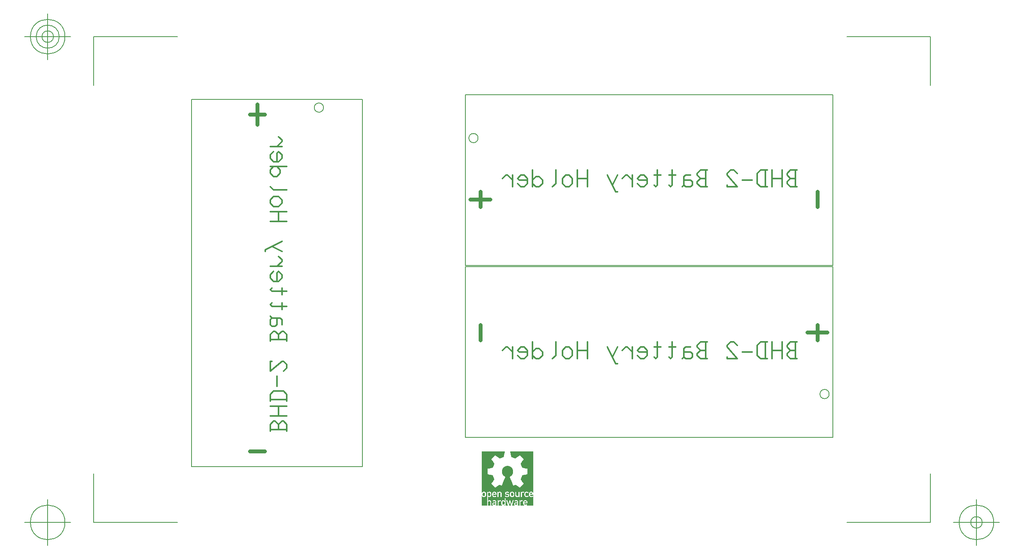
<source format=gbr>
G04 Generated by Ultiboard 14.2 *
%FSLAX24Y24*%
%MOIN*%

%ADD10C,0.0001*%
%ADD11C,0.0001*%
%ADD12C,0.0133*%
%ADD13C,0.0333*%
%ADD14C,0.0080*%
%ADD15C,0.0050*%


G04 ColorRGB FF14FF for the following layer *
%LNSilkscreen Bottom*%
%LPD*%
G54D10*
G54D11*
G36*
X-2600Y-14712D02*
X-2600Y-14712D01*
X-617Y-14712D01*
X-617Y-14700D01*
X-2600Y-14700D01*
X-2600Y-14712D01*
D02*
G37*
G36*
X-165Y-14712D02*
X-165Y-14712D01*
X1819Y-14712D01*
X1819Y-14700D01*
X-165Y-14700D01*
X-165Y-14712D01*
D02*
G37*
G36*
X-2600Y-14723D02*
X-2600Y-14723D01*
X-628Y-14723D01*
X-628Y-14712D01*
X-2600Y-14712D01*
X-2600Y-14723D01*
D02*
G37*
G36*
X-153Y-14723D02*
X-153Y-14723D01*
X1819Y-14723D01*
X1819Y-14712D01*
X-153Y-14712D01*
X-153Y-14723D01*
D02*
G37*
G36*
X-2600Y-14735D02*
X-2600Y-14735D01*
X-628Y-14735D01*
X-628Y-14723D01*
X-2600Y-14723D01*
X-2600Y-14735D01*
D02*
G37*
G36*
X-153Y-14735D02*
X-153Y-14735D01*
X1819Y-14735D01*
X1819Y-14723D01*
X-153Y-14723D01*
X-153Y-14735D01*
D02*
G37*
G36*
X-2600Y-14746D02*
X-2600Y-14746D01*
X-628Y-14746D01*
X-628Y-14735D01*
X-2600Y-14735D01*
X-2600Y-14746D01*
D02*
G37*
G36*
X-153Y-14746D02*
X-153Y-14746D01*
X1819Y-14746D01*
X1819Y-14735D01*
X-153Y-14735D01*
X-153Y-14746D01*
D02*
G37*
G36*
X-2600Y-14758D02*
X-2600Y-14758D01*
X-628Y-14758D01*
X-628Y-14746D01*
X-2600Y-14746D01*
X-2600Y-14758D01*
D02*
G37*
G36*
X-153Y-14758D02*
X-153Y-14758D01*
X1819Y-14758D01*
X1819Y-14746D01*
X-153Y-14746D01*
X-153Y-14758D01*
D02*
G37*
G36*
X-2600Y-14770D02*
X-2600Y-14770D01*
X-640Y-14770D01*
X-640Y-14758D01*
X-2600Y-14758D01*
X-2600Y-14770D01*
D02*
G37*
G36*
X-141Y-14770D02*
X-141Y-14770D01*
X1819Y-14770D01*
X1819Y-14758D01*
X-141Y-14758D01*
X-141Y-14770D01*
D02*
G37*
G36*
X-2600Y-14781D02*
X-2600Y-14781D01*
X-640Y-14781D01*
X-640Y-14770D01*
X-2600Y-14770D01*
X-2600Y-14781D01*
D02*
G37*
G36*
X-141Y-14781D02*
X-141Y-14781D01*
X1819Y-14781D01*
X1819Y-14770D01*
X-141Y-14770D01*
X-141Y-14781D01*
D02*
G37*
G36*
X-2600Y-14793D02*
X-2600Y-14793D01*
X-640Y-14793D01*
X-640Y-14781D01*
X-2600Y-14781D01*
X-2600Y-14793D01*
D02*
G37*
G36*
X-141Y-14793D02*
X-141Y-14793D01*
X1819Y-14793D01*
X1819Y-14781D01*
X-141Y-14781D01*
X-141Y-14793D01*
D02*
G37*
G36*
X-2600Y-14804D02*
X-2600Y-14804D01*
X-640Y-14804D01*
X-640Y-14793D01*
X-2600Y-14793D01*
X-2600Y-14804D01*
D02*
G37*
G36*
X-141Y-14804D02*
X-141Y-14804D01*
X1819Y-14804D01*
X1819Y-14793D01*
X-141Y-14793D01*
X-141Y-14804D01*
D02*
G37*
G36*
X-2600Y-14816D02*
X-2600Y-14816D01*
X-640Y-14816D01*
X-640Y-14804D01*
X-2600Y-14804D01*
X-2600Y-14816D01*
D02*
G37*
G36*
X-141Y-14816D02*
X-141Y-14816D01*
X1819Y-14816D01*
X1819Y-14804D01*
X-141Y-14804D01*
X-141Y-14816D01*
D02*
G37*
G36*
X-2600Y-14828D02*
X-2600Y-14828D01*
X-640Y-14828D01*
X-640Y-14816D01*
X-2600Y-14816D01*
X-2600Y-14828D01*
D02*
G37*
G36*
X-141Y-14828D02*
X-141Y-14828D01*
X1819Y-14828D01*
X1819Y-14816D01*
X-141Y-14816D01*
X-141Y-14828D01*
D02*
G37*
G36*
X-2600Y-14839D02*
X-2600Y-14839D01*
X-652Y-14839D01*
X-652Y-14828D01*
X-2600Y-14828D01*
X-2600Y-14839D01*
D02*
G37*
G36*
X-130Y-14839D02*
X-130Y-14839D01*
X1819Y-14839D01*
X1819Y-14828D01*
X-130Y-14828D01*
X-130Y-14839D01*
D02*
G37*
G36*
X-2600Y-14851D02*
X-2600Y-14851D01*
X-652Y-14851D01*
X-652Y-14839D01*
X-2600Y-14839D01*
X-2600Y-14851D01*
D02*
G37*
G36*
X-130Y-14851D02*
X-130Y-14851D01*
X1819Y-14851D01*
X1819Y-14839D01*
X-130Y-14839D01*
X-130Y-14851D01*
D02*
G37*
G36*
X-2600Y-14862D02*
X-2600Y-14862D01*
X-652Y-14862D01*
X-652Y-14851D01*
X-2600Y-14851D01*
X-2600Y-14862D01*
D02*
G37*
G36*
X-130Y-14862D02*
X-130Y-14862D01*
X1819Y-14862D01*
X1819Y-14851D01*
X-130Y-14851D01*
X-130Y-14862D01*
D02*
G37*
G36*
X-2600Y-14874D02*
X-2600Y-14874D01*
X-652Y-14874D01*
X-652Y-14862D01*
X-2600Y-14862D01*
X-2600Y-14874D01*
D02*
G37*
G36*
X-130Y-14874D02*
X-130Y-14874D01*
X1819Y-14874D01*
X1819Y-14862D01*
X-130Y-14862D01*
X-130Y-14874D01*
D02*
G37*
G36*
X-2600Y-14886D02*
X-2600Y-14886D01*
X-652Y-14886D01*
X-652Y-14874D01*
X-2600Y-14874D01*
X-2600Y-14886D01*
D02*
G37*
G36*
X-130Y-14886D02*
X-130Y-14886D01*
X1819Y-14886D01*
X1819Y-14874D01*
X-130Y-14874D01*
X-130Y-14886D01*
D02*
G37*
G36*
X-2600Y-14897D02*
X-2600Y-14897D01*
X-663Y-14897D01*
X-663Y-14886D01*
X-2600Y-14886D01*
X-2600Y-14897D01*
D02*
G37*
G36*
X-118Y-14897D02*
X-118Y-14897D01*
X1819Y-14897D01*
X1819Y-14886D01*
X-118Y-14886D01*
X-118Y-14897D01*
D02*
G37*
G36*
X-2600Y-14909D02*
X-2600Y-14909D01*
X-663Y-14909D01*
X-663Y-14897D01*
X-2600Y-14897D01*
X-2600Y-14909D01*
D02*
G37*
G36*
X-118Y-14909D02*
X-118Y-14909D01*
X1819Y-14909D01*
X1819Y-14897D01*
X-118Y-14897D01*
X-118Y-14909D01*
D02*
G37*
G36*
X-2600Y-14920D02*
X-2600Y-14920D01*
X-663Y-14920D01*
X-663Y-14909D01*
X-2600Y-14909D01*
X-2600Y-14920D01*
D02*
G37*
G36*
X-118Y-14920D02*
X-118Y-14920D01*
X1819Y-14920D01*
X1819Y-14909D01*
X-118Y-14909D01*
X-118Y-14920D01*
D02*
G37*
G36*
X-2600Y-14932D02*
X-2600Y-14932D01*
X-663Y-14932D01*
X-663Y-14920D01*
X-2600Y-14920D01*
X-2600Y-14932D01*
D02*
G37*
G36*
X-118Y-14932D02*
X-118Y-14932D01*
X1819Y-14932D01*
X1819Y-14920D01*
X-118Y-14920D01*
X-118Y-14932D01*
D02*
G37*
G36*
X-2600Y-14944D02*
X-2600Y-14944D01*
X-663Y-14944D01*
X-663Y-14932D01*
X-2600Y-14932D01*
X-2600Y-14944D01*
D02*
G37*
G36*
X-118Y-14944D02*
X-118Y-14944D01*
X1819Y-14944D01*
X1819Y-14932D01*
X-118Y-14932D01*
X-118Y-14944D01*
D02*
G37*
G36*
X-2600Y-14955D02*
X-2600Y-14955D01*
X-663Y-14955D01*
X-663Y-14943D01*
X-2600Y-14944D01*
X-2600Y-14955D01*
D02*
G37*
G36*
X-118Y-14955D02*
X-118Y-14955D01*
X1819Y-14955D01*
X1819Y-14943D01*
X-118Y-14944D01*
X-118Y-14955D01*
D02*
G37*
G36*
X-2600Y-14967D02*
X-2600Y-14967D01*
X-675Y-14967D01*
X-675Y-14955D01*
X-2600Y-14955D01*
X-2600Y-14967D01*
D02*
G37*
G36*
X-107Y-14967D02*
X-107Y-14967D01*
X1819Y-14967D01*
X1819Y-14955D01*
X-107Y-14955D01*
X-107Y-14967D01*
D02*
G37*
G36*
X-2600Y-14978D02*
X-2600Y-14978D01*
X-675Y-14978D01*
X-675Y-14967D01*
X-2600Y-14967D01*
X-2600Y-14978D01*
D02*
G37*
G36*
X-107Y-14978D02*
X-107Y-14978D01*
X1819Y-14978D01*
X1819Y-14967D01*
X-107Y-14967D01*
X-107Y-14978D01*
D02*
G37*
G36*
X-2600Y-14990D02*
X-2600Y-14990D01*
X-675Y-14990D01*
X-675Y-14978D01*
X-2600Y-14978D01*
X-2600Y-14990D01*
D02*
G37*
G36*
X-107Y-14990D02*
X-107Y-14990D01*
X1819Y-14990D01*
X1819Y-14978D01*
X-107Y-14978D01*
X-107Y-14990D01*
D02*
G37*
G36*
X-2600Y-15002D02*
X-2600Y-15002D01*
X-675Y-15002D01*
X-675Y-14990D01*
X-2600Y-14990D01*
X-2600Y-15002D01*
D02*
G37*
G36*
X-107Y-15002D02*
X-107Y-15002D01*
X1819Y-15002D01*
X1819Y-14990D01*
X-107Y-14990D01*
X-107Y-15002D01*
D02*
G37*
G36*
X-2600Y-15013D02*
X-2600Y-15013D01*
X-675Y-15013D01*
X-675Y-15001D01*
X-2600Y-15002D01*
X-2600Y-15013D01*
D02*
G37*
G36*
X-107Y-15013D02*
X-107Y-15013D01*
X1819Y-15013D01*
X1819Y-15001D01*
X-107Y-15002D01*
X-107Y-15013D01*
D02*
G37*
G36*
X-2600Y-15025D02*
X-2600Y-15025D01*
X-686Y-15025D01*
X-686Y-15013D01*
X-2600Y-15013D01*
X-2600Y-15025D01*
D02*
G37*
G36*
X-95Y-15025D02*
X-95Y-15025D01*
X1819Y-15025D01*
X1819Y-15013D01*
X-95Y-15013D01*
X-95Y-15025D01*
D02*
G37*
G36*
X-2600Y-15036D02*
X-2600Y-15036D01*
X-686Y-15036D01*
X-686Y-15025D01*
X-2600Y-15025D01*
X-2600Y-15036D01*
D02*
G37*
G36*
X-95Y-15036D02*
X-95Y-15036D01*
X1819Y-15036D01*
X1819Y-15025D01*
X-95Y-15025D01*
X-95Y-15036D01*
D02*
G37*
G36*
X-2600Y-15048D02*
X-2600Y-15048D01*
X-686Y-15048D01*
X-686Y-15036D01*
X-2600Y-15036D01*
X-2600Y-15048D01*
D02*
G37*
G36*
X-95Y-15048D02*
X-95Y-15048D01*
X1819Y-15048D01*
X1819Y-15036D01*
X-95Y-15036D01*
X-95Y-15048D01*
D02*
G37*
G36*
X-2600Y-15060D02*
X-2600Y-15060D01*
X-1452Y-15060D01*
X-1452Y-15048D01*
X-2600Y-15048D01*
X-2600Y-15060D01*
D02*
G37*
G36*
X-1417Y-15060D02*
X-1417Y-15060D01*
X-686Y-15060D01*
X-686Y-15048D01*
X-1417Y-15048D01*
X-1417Y-15060D01*
D02*
G37*
G36*
X-95Y-15060D02*
X-95Y-15060D01*
X636Y-15060D01*
X636Y-15048D01*
X-95Y-15048D01*
X-95Y-15060D01*
D02*
G37*
G36*
X670Y-15060D02*
X670Y-15060D01*
X1819Y-15060D01*
X1819Y-15048D01*
X670Y-15048D01*
X670Y-15060D01*
D02*
G37*
G36*
X-2600Y-15071D02*
X-2600Y-15071D01*
X-1463Y-15071D01*
X-1463Y-15059D01*
X-2600Y-15060D01*
X-2600Y-15071D01*
D02*
G37*
G36*
X-1405Y-15071D02*
X-1405Y-15071D01*
X-686Y-15071D01*
X-686Y-15059D01*
X-1405Y-15060D01*
X-1405Y-15071D01*
D02*
G37*
G36*
X-95Y-15071D02*
X-95Y-15071D01*
X624Y-15071D01*
X624Y-15059D01*
X-95Y-15060D01*
X-95Y-15071D01*
D02*
G37*
G36*
X682Y-15071D02*
X682Y-15071D01*
X1819Y-15071D01*
X1819Y-15059D01*
X682Y-15060D01*
X682Y-15071D01*
D02*
G37*
G36*
X-2600Y-15083D02*
X-2600Y-15083D01*
X-1475Y-15083D01*
X-1475Y-15071D01*
X-2600Y-15071D01*
X-2600Y-15083D01*
D02*
G37*
G36*
X-1382Y-15083D02*
X-1382Y-15083D01*
X-698Y-15083D01*
X-698Y-15071D01*
X-1382Y-15071D01*
X-1382Y-15083D01*
D02*
G37*
G36*
X-83Y-15083D02*
X-83Y-15083D01*
X601Y-15083D01*
X601Y-15071D01*
X-83Y-15071D01*
X-83Y-15083D01*
D02*
G37*
G36*
X694Y-15083D02*
X694Y-15083D01*
X1819Y-15083D01*
X1819Y-15071D01*
X694Y-15071D01*
X694Y-15083D01*
D02*
G37*
G36*
X-2600Y-15094D02*
X-2600Y-15094D01*
X-1487Y-15094D01*
X-1487Y-15083D01*
X-2600Y-15083D01*
X-2600Y-15094D01*
D02*
G37*
G36*
X-1371Y-15094D02*
X-1371Y-15094D01*
X-698Y-15094D01*
X-698Y-15083D01*
X-1371Y-15083D01*
X-1371Y-15094D01*
D02*
G37*
G36*
X-83Y-15094D02*
X-83Y-15094D01*
X589Y-15094D01*
X589Y-15083D01*
X-83Y-15083D01*
X-83Y-15094D01*
D02*
G37*
G36*
X705Y-15094D02*
X705Y-15094D01*
X1819Y-15094D01*
X1819Y-15083D01*
X705Y-15083D01*
X705Y-15094D01*
D02*
G37*
G36*
X-2600Y-15106D02*
X-2600Y-15106D01*
X-1498Y-15106D01*
X-1498Y-15094D01*
X-2600Y-15094D01*
X-2600Y-15106D01*
D02*
G37*
G36*
X-1348Y-15106D02*
X-1348Y-15106D01*
X-698Y-15106D01*
X-698Y-15094D01*
X-1348Y-15094D01*
X-1348Y-15106D01*
D02*
G37*
G36*
X-83Y-15106D02*
X-83Y-15106D01*
X566Y-15106D01*
X566Y-15094D01*
X-83Y-15094D01*
X-83Y-15106D01*
D02*
G37*
G36*
X717Y-15106D02*
X717Y-15106D01*
X1819Y-15106D01*
X1819Y-15094D01*
X717Y-15094D01*
X717Y-15106D01*
D02*
G37*
G36*
X-2600Y-15117D02*
X-2600Y-15117D01*
X-1510Y-15117D01*
X-1510Y-15106D01*
X-2600Y-15106D01*
X-2600Y-15117D01*
D02*
G37*
G36*
X-1336Y-15117D02*
X-1336Y-15117D01*
X-698Y-15117D01*
X-698Y-15106D01*
X-1336Y-15106D01*
X-1336Y-15117D01*
D02*
G37*
G36*
X-83Y-15117D02*
X-83Y-15117D01*
X554Y-15117D01*
X554Y-15106D01*
X-83Y-15106D01*
X-83Y-15117D01*
D02*
G37*
G36*
X728Y-15117D02*
X728Y-15117D01*
X1819Y-15117D01*
X1819Y-15106D01*
X728Y-15106D01*
X728Y-15117D01*
D02*
G37*
G36*
X-2600Y-15129D02*
X-2600Y-15129D01*
X-1521Y-15129D01*
X-1521Y-15117D01*
X-2600Y-15117D01*
X-2600Y-15129D01*
D02*
G37*
G36*
X-1313Y-15129D02*
X-1313Y-15129D01*
X-698Y-15129D01*
X-698Y-15117D01*
X-1313Y-15117D01*
X-1313Y-15129D01*
D02*
G37*
G36*
X-83Y-15129D02*
X-83Y-15129D01*
X531Y-15129D01*
X531Y-15117D01*
X-83Y-15117D01*
X-83Y-15129D01*
D02*
G37*
G36*
X740Y-15129D02*
X740Y-15129D01*
X1819Y-15129D01*
X1819Y-15117D01*
X740Y-15117D01*
X740Y-15129D01*
D02*
G37*
G36*
X-2600Y-15141D02*
X-2600Y-15141D01*
X-1533Y-15141D01*
X-1533Y-15129D01*
X-2600Y-15129D01*
X-2600Y-15141D01*
D02*
G37*
G36*
X-1301Y-15141D02*
X-1301Y-15141D01*
X-698Y-15141D01*
X-698Y-15129D01*
X-1301Y-15129D01*
X-1301Y-15141D01*
D02*
G37*
G36*
X-83Y-15141D02*
X-83Y-15141D01*
X520Y-15141D01*
X520Y-15129D01*
X-83Y-15129D01*
X-83Y-15141D01*
D02*
G37*
G36*
X752Y-15141D02*
X752Y-15141D01*
X1819Y-15141D01*
X1819Y-15129D01*
X752Y-15129D01*
X752Y-15141D01*
D02*
G37*
G36*
X-2600Y-15152D02*
X-2600Y-15152D01*
X-1545Y-15152D01*
X-1545Y-15141D01*
X-2600Y-15141D01*
X-2600Y-15152D01*
D02*
G37*
G36*
X-1290Y-15152D02*
X-1290Y-15152D01*
X-710Y-15152D01*
X-710Y-15141D01*
X-1290Y-15141D01*
X-1290Y-15152D01*
D02*
G37*
G36*
X-72Y-15152D02*
X-72Y-15152D01*
X508Y-15152D01*
X508Y-15141D01*
X-72Y-15141D01*
X-72Y-15152D01*
D02*
G37*
G36*
X763Y-15152D02*
X763Y-15152D01*
X1819Y-15152D01*
X1819Y-15141D01*
X763Y-15141D01*
X763Y-15152D01*
D02*
G37*
G36*
X-2600Y-15164D02*
X-2600Y-15164D01*
X-1556Y-15164D01*
X-1556Y-15152D01*
X-2600Y-15152D01*
X-2600Y-15164D01*
D02*
G37*
G36*
X-1266Y-15164D02*
X-1266Y-15164D01*
X-710Y-15164D01*
X-710Y-15152D01*
X-1266Y-15152D01*
X-1266Y-15164D01*
D02*
G37*
G36*
X-72Y-15164D02*
X-72Y-15164D01*
X485Y-15164D01*
X485Y-15152D01*
X-72Y-15152D01*
X-72Y-15164D01*
D02*
G37*
G36*
X775Y-15164D02*
X775Y-15164D01*
X1819Y-15164D01*
X1819Y-15152D01*
X775Y-15152D01*
X775Y-15164D01*
D02*
G37*
G36*
X-2600Y-15175D02*
X-2600Y-15175D01*
X-1568Y-15175D01*
X-1568Y-15164D01*
X-2600Y-15164D01*
X-2600Y-15175D01*
D02*
G37*
G36*
X-1255Y-15175D02*
X-1255Y-15175D01*
X-710Y-15175D01*
X-710Y-15164D01*
X-1255Y-15164D01*
X-1255Y-15175D01*
D02*
G37*
G36*
X-72Y-15175D02*
X-72Y-15175D01*
X473Y-15175D01*
X473Y-15164D01*
X-72Y-15164D01*
X-72Y-15175D01*
D02*
G37*
G36*
X786Y-15175D02*
X786Y-15175D01*
X1819Y-15175D01*
X1819Y-15164D01*
X786Y-15164D01*
X786Y-15175D01*
D02*
G37*
G36*
X-2600Y-15187D02*
X-2600Y-15187D01*
X-1579Y-15187D01*
X-1579Y-15175D01*
X-2600Y-15175D01*
X-2600Y-15187D01*
D02*
G37*
G36*
X-1232Y-15187D02*
X-1232Y-15187D01*
X-733Y-15187D01*
X-733Y-15175D01*
X-1232Y-15175D01*
X-1232Y-15187D01*
D02*
G37*
G36*
X-49Y-15187D02*
X-49Y-15187D01*
X450Y-15187D01*
X450Y-15175D01*
X-49Y-15175D01*
X-49Y-15187D01*
D02*
G37*
G36*
X798Y-15187D02*
X798Y-15187D01*
X1819Y-15187D01*
X1819Y-15175D01*
X798Y-15175D01*
X798Y-15187D01*
D02*
G37*
G36*
X-2600Y-15199D02*
X-2600Y-15199D01*
X-1591Y-15199D01*
X-1591Y-15187D01*
X-2600Y-15187D01*
X-2600Y-15199D01*
D02*
G37*
G36*
X-1220Y-15199D02*
X-1220Y-15199D01*
X-756Y-15199D01*
X-756Y-15187D01*
X-1220Y-15187D01*
X-1220Y-15199D01*
D02*
G37*
G36*
X-25Y-15199D02*
X-25Y-15199D01*
X438Y-15199D01*
X438Y-15187D01*
X-25Y-15187D01*
X-25Y-15199D01*
D02*
G37*
G36*
X810Y-15199D02*
X810Y-15199D01*
X1819Y-15199D01*
X1819Y-15187D01*
X810Y-15187D01*
X810Y-15199D01*
D02*
G37*
G36*
X-2600Y-15210D02*
X-2600Y-15210D01*
X-1603Y-15210D01*
X-1603Y-15199D01*
X-2600Y-15199D01*
X-2600Y-15210D01*
D02*
G37*
G36*
X-1197Y-15210D02*
X-1197Y-15210D01*
X-779Y-15210D01*
X-779Y-15199D01*
X-1197Y-15199D01*
X-1197Y-15210D01*
D02*
G37*
G36*
X-2Y-15210D02*
X-2Y-15210D01*
X415Y-15210D01*
X415Y-15199D01*
X-2Y-15199D01*
X-2Y-15210D01*
D02*
G37*
G36*
X821Y-15210D02*
X821Y-15210D01*
X1819Y-15210D01*
X1819Y-15199D01*
X821Y-15199D01*
X821Y-15210D01*
D02*
G37*
G36*
X-2600Y-15222D02*
X-2600Y-15222D01*
X-1614Y-15222D01*
X-1614Y-15210D01*
X-2600Y-15210D01*
X-2600Y-15222D01*
D02*
G37*
G36*
X-1185Y-15222D02*
X-1185Y-15222D01*
X-814Y-15222D01*
X-814Y-15210D01*
X-1185Y-15210D01*
X-1185Y-15222D01*
D02*
G37*
G36*
X33Y-15222D02*
X33Y-15222D01*
X404Y-15222D01*
X404Y-15210D01*
X33Y-15210D01*
X33Y-15222D01*
D02*
G37*
G36*
X833Y-15222D02*
X833Y-15222D01*
X1819Y-15222D01*
X1819Y-15210D01*
X833Y-15210D01*
X833Y-15222D01*
D02*
G37*
G36*
X-2600Y-15233D02*
X-2600Y-15233D01*
X-1626Y-15233D01*
X-1626Y-15222D01*
X-2600Y-15222D01*
X-2600Y-15233D01*
D02*
G37*
G36*
X-1162Y-15233D02*
X-1162Y-15233D01*
X-837Y-15233D01*
X-837Y-15222D01*
X-1162Y-15222D01*
X-1162Y-15233D01*
D02*
G37*
G36*
X56Y-15233D02*
X56Y-15233D01*
X380Y-15233D01*
X380Y-15222D01*
X56Y-15222D01*
X56Y-15233D01*
D02*
G37*
G36*
X844Y-15233D02*
X844Y-15233D01*
X1819Y-15233D01*
X1819Y-15222D01*
X844Y-15222D01*
X844Y-15233D01*
D02*
G37*
G36*
X-2600Y-15245D02*
X-2600Y-15245D01*
X-1637Y-15245D01*
X-1637Y-15233D01*
X-2600Y-15233D01*
X-2600Y-15245D01*
D02*
G37*
G36*
X-1150Y-15245D02*
X-1150Y-15245D01*
X-872Y-15245D01*
X-872Y-15233D01*
X-1150Y-15233D01*
X-1150Y-15245D01*
D02*
G37*
G36*
X91Y-15245D02*
X91Y-15245D01*
X369Y-15245D01*
X369Y-15233D01*
X91Y-15233D01*
X91Y-15245D01*
D02*
G37*
G36*
X856Y-15245D02*
X856Y-15245D01*
X1819Y-15245D01*
X1819Y-15233D01*
X856Y-15233D01*
X856Y-15245D01*
D02*
G37*
G36*
X-2600Y-15257D02*
X-2600Y-15257D01*
X-1649Y-15257D01*
X-1649Y-15245D01*
X-2600Y-15245D01*
X-2600Y-15257D01*
D02*
G37*
G36*
X-1127Y-15257D02*
X-1127Y-15257D01*
X-895Y-15257D01*
X-895Y-15245D01*
X-1127Y-15245D01*
X-1127Y-15257D01*
D02*
G37*
G36*
X114Y-15257D02*
X114Y-15257D01*
X346Y-15257D01*
X346Y-15245D01*
X114Y-15245D01*
X114Y-15257D01*
D02*
G37*
G36*
X868Y-15257D02*
X868Y-15257D01*
X1819Y-15257D01*
X1819Y-15245D01*
X868Y-15245D01*
X868Y-15257D01*
D02*
G37*
G36*
X-2600Y-15268D02*
X-2600Y-15268D01*
X-1661Y-15268D01*
X-1661Y-15257D01*
X-2600Y-15257D01*
X-2600Y-15268D01*
D02*
G37*
G36*
X-1116Y-15268D02*
X-1116Y-15268D01*
X-930Y-15268D01*
X-930Y-15257D01*
X-1116Y-15257D01*
X-1116Y-15268D01*
D02*
G37*
G36*
X149Y-15268D02*
X149Y-15268D01*
X334Y-15268D01*
X334Y-15257D01*
X149Y-15257D01*
X149Y-15268D01*
D02*
G37*
G36*
X879Y-15268D02*
X879Y-15268D01*
X1819Y-15268D01*
X1819Y-15257D01*
X879Y-15257D01*
X879Y-15268D01*
D02*
G37*
G36*
X-2600Y-15280D02*
X-2600Y-15280D01*
X-1672Y-15280D01*
X-1672Y-15268D01*
X-2600Y-15268D01*
X-2600Y-15280D01*
D02*
G37*
G36*
X-1092Y-15280D02*
X-1092Y-15280D01*
X-953Y-15280D01*
X-953Y-15268D01*
X-1092Y-15268D01*
X-1092Y-15280D01*
D02*
G37*
G36*
X172Y-15280D02*
X172Y-15280D01*
X311Y-15280D01*
X311Y-15268D01*
X172Y-15268D01*
X172Y-15280D01*
D02*
G37*
G36*
X891Y-15280D02*
X891Y-15280D01*
X1819Y-15280D01*
X1819Y-15268D01*
X891Y-15268D01*
X891Y-15280D01*
D02*
G37*
G36*
X-2600Y-15291D02*
X-2600Y-15291D01*
X-1684Y-15291D01*
X-1684Y-15280D01*
X-2600Y-15280D01*
X-2600Y-15291D01*
D02*
G37*
G36*
X-1081Y-15291D02*
X-1081Y-15291D01*
X-988Y-15291D01*
X-988Y-15280D01*
X-1081Y-15280D01*
X-1081Y-15291D01*
D02*
G37*
G36*
X207Y-15291D02*
X207Y-15291D01*
X299Y-15291D01*
X299Y-15280D01*
X207Y-15280D01*
X207Y-15291D01*
D02*
G37*
G36*
X902Y-15291D02*
X902Y-15291D01*
X1819Y-15291D01*
X1819Y-15280D01*
X902Y-15280D01*
X902Y-15291D01*
D02*
G37*
G36*
X-2600Y-15303D02*
X-2600Y-15303D01*
X-1695Y-15303D01*
X-1695Y-15291D01*
X-2600Y-15291D01*
X-2600Y-15303D01*
D02*
G37*
G36*
X-1069Y-15303D02*
X-1069Y-15303D01*
X-1011Y-15303D01*
X-1011Y-15291D01*
X-1069Y-15291D01*
X-1069Y-15303D01*
D02*
G37*
G36*
X230Y-15303D02*
X230Y-15303D01*
X288Y-15303D01*
X288Y-15291D01*
X230Y-15291D01*
X230Y-15303D01*
D02*
G37*
G36*
X914Y-15303D02*
X914Y-15303D01*
X1819Y-15303D01*
X1819Y-15291D01*
X914Y-15291D01*
X914Y-15303D01*
D02*
G37*
G36*
X-2600Y-15315D02*
X-2600Y-15315D01*
X-1707Y-15315D01*
X-1707Y-15303D01*
X-2600Y-15303D01*
X-2600Y-15315D01*
D02*
G37*
G36*
X926Y-15315D02*
X926Y-15315D01*
X1819Y-15315D01*
X1819Y-15303D01*
X926Y-15303D01*
X926Y-15315D01*
D02*
G37*
G36*
X-2600Y-15326D02*
X-2600Y-15326D01*
X-1719Y-15326D01*
X-1719Y-15315D01*
X-2600Y-15315D01*
X-2600Y-15326D01*
D02*
G37*
G36*
X937Y-15326D02*
X937Y-15326D01*
X1819Y-15326D01*
X1819Y-15315D01*
X937Y-15315D01*
X937Y-15326D01*
D02*
G37*
G36*
X-2600Y-15338D02*
X-2600Y-15338D01*
X-1730Y-15338D01*
X-1730Y-15326D01*
X-2600Y-15326D01*
X-2600Y-15338D01*
D02*
G37*
G36*
X949Y-15338D02*
X949Y-15338D01*
X1819Y-15338D01*
X1819Y-15326D01*
X949Y-15326D01*
X949Y-15338D01*
D02*
G37*
G36*
X-2600Y-15349D02*
X-2600Y-15349D01*
X-1742Y-15349D01*
X-1742Y-15338D01*
X-2600Y-15338D01*
X-2600Y-15349D01*
D02*
G37*
G36*
X960Y-15349D02*
X960Y-15349D01*
X1819Y-15349D01*
X1819Y-15338D01*
X960Y-15338D01*
X960Y-15349D01*
D02*
G37*
G36*
X-2600Y-15361D02*
X-2600Y-15361D01*
X-1753Y-15361D01*
X-1753Y-15349D01*
X-2600Y-15349D01*
X-2600Y-15361D01*
D02*
G37*
G36*
X972Y-15361D02*
X972Y-15361D01*
X1819Y-15361D01*
X1819Y-15349D01*
X972Y-15349D01*
X972Y-15361D01*
D02*
G37*
G36*
X-2600Y-15373D02*
X-2600Y-15373D01*
X-1753Y-15373D01*
X-1753Y-15361D01*
X-2600Y-15361D01*
X-2600Y-15373D01*
D02*
G37*
G36*
X972Y-15373D02*
X972Y-15373D01*
X1819Y-15373D01*
X1819Y-15361D01*
X972Y-15361D01*
X972Y-15373D01*
D02*
G37*
G36*
X-2600Y-15384D02*
X-2600Y-15384D01*
X-1753Y-15384D01*
X-1753Y-15373D01*
X-2600Y-15373D01*
X-2600Y-15384D01*
D02*
G37*
G36*
X972Y-15384D02*
X972Y-15384D01*
X1819Y-15384D01*
X1819Y-15373D01*
X972Y-15373D01*
X972Y-15384D01*
D02*
G37*
G36*
X-2600Y-15396D02*
X-2600Y-15396D01*
X-1753Y-15396D01*
X-1753Y-15384D01*
X-2600Y-15384D01*
X-2600Y-15396D01*
D02*
G37*
G36*
X972Y-15396D02*
X972Y-15396D01*
X1819Y-15396D01*
X1819Y-15384D01*
X972Y-15384D01*
X972Y-15396D01*
D02*
G37*
G36*
X-2600Y-15407D02*
X-2600Y-15407D01*
X-1742Y-15407D01*
X-1742Y-15396D01*
X-2600Y-15396D01*
X-2600Y-15407D01*
D02*
G37*
G36*
X960Y-15407D02*
X960Y-15407D01*
X1819Y-15407D01*
X1819Y-15396D01*
X960Y-15396D01*
X960Y-15407D01*
D02*
G37*
G36*
X-2600Y-15419D02*
X-2600Y-15419D01*
X-1742Y-15419D01*
X-1742Y-15407D01*
X-2600Y-15407D01*
X-2600Y-15419D01*
D02*
G37*
G36*
X960Y-15419D02*
X960Y-15419D01*
X1819Y-15419D01*
X1819Y-15407D01*
X960Y-15407D01*
X960Y-15419D01*
D02*
G37*
G36*
X-2600Y-15431D02*
X-2600Y-15431D01*
X-1730Y-15431D01*
X-1730Y-15419D01*
X-2600Y-15419D01*
X-2600Y-15431D01*
D02*
G37*
G36*
X949Y-15431D02*
X949Y-15431D01*
X1819Y-15431D01*
X1819Y-15419D01*
X949Y-15419D01*
X949Y-15431D01*
D02*
G37*
G36*
X-2600Y-15442D02*
X-2600Y-15442D01*
X-1719Y-15442D01*
X-1719Y-15431D01*
X-2600Y-15431D01*
X-2600Y-15442D01*
D02*
G37*
G36*
X937Y-15442D02*
X937Y-15442D01*
X1819Y-15442D01*
X1819Y-15431D01*
X937Y-15431D01*
X937Y-15442D01*
D02*
G37*
G36*
X-2600Y-15454D02*
X-2600Y-15454D01*
X-1719Y-15454D01*
X-1719Y-15442D01*
X-2600Y-15442D01*
X-2600Y-15454D01*
D02*
G37*
G36*
X937Y-15454D02*
X937Y-15454D01*
X1819Y-15454D01*
X1819Y-15442D01*
X937Y-15442D01*
X937Y-15454D01*
D02*
G37*
G36*
X-2600Y-15465D02*
X-2600Y-15465D01*
X-1707Y-15465D01*
X-1707Y-15454D01*
X-2600Y-15454D01*
X-2600Y-15465D01*
D02*
G37*
G36*
X926Y-15465D02*
X926Y-15465D01*
X1819Y-15465D01*
X1819Y-15454D01*
X926Y-15454D01*
X926Y-15465D01*
D02*
G37*
G36*
X-2600Y-15477D02*
X-2600Y-15477D01*
X-1695Y-15477D01*
X-1695Y-15465D01*
X-2600Y-15465D01*
X-2600Y-15477D01*
D02*
G37*
G36*
X914Y-15477D02*
X914Y-15477D01*
X1819Y-15477D01*
X1819Y-15465D01*
X914Y-15465D01*
X914Y-15477D01*
D02*
G37*
G36*
X-2600Y-15489D02*
X-2600Y-15489D01*
X-1684Y-15489D01*
X-1684Y-15477D01*
X-2600Y-15477D01*
X-2600Y-15489D01*
D02*
G37*
G36*
X902Y-15489D02*
X902Y-15489D01*
X1819Y-15489D01*
X1819Y-15477D01*
X902Y-15477D01*
X902Y-15489D01*
D02*
G37*
G36*
X-2600Y-15500D02*
X-2600Y-15500D01*
X-1684Y-15500D01*
X-1684Y-15489D01*
X-2600Y-15489D01*
X-2600Y-15500D01*
D02*
G37*
G36*
X902Y-15500D02*
X902Y-15500D01*
X1819Y-15500D01*
X1819Y-15489D01*
X902Y-15489D01*
X902Y-15500D01*
D02*
G37*
G36*
X-2600Y-15512D02*
X-2600Y-15512D01*
X-1672Y-15512D01*
X-1672Y-15500D01*
X-2600Y-15500D01*
X-2600Y-15512D01*
D02*
G37*
G36*
X891Y-15512D02*
X891Y-15512D01*
X1819Y-15512D01*
X1819Y-15500D01*
X891Y-15500D01*
X891Y-15512D01*
D02*
G37*
G36*
X-2600Y-15523D02*
X-2600Y-15523D01*
X-1661Y-15523D01*
X-1661Y-15512D01*
X-2600Y-15512D01*
X-2600Y-15523D01*
D02*
G37*
G36*
X879Y-15523D02*
X879Y-15523D01*
X1819Y-15523D01*
X1819Y-15512D01*
X879Y-15512D01*
X879Y-15523D01*
D02*
G37*
G36*
X-2600Y-15535D02*
X-2600Y-15535D01*
X-1661Y-15535D01*
X-1661Y-15523D01*
X-2600Y-15523D01*
X-2600Y-15535D01*
D02*
G37*
G36*
X879Y-15535D02*
X879Y-15535D01*
X1819Y-15535D01*
X1819Y-15523D01*
X879Y-15523D01*
X879Y-15535D01*
D02*
G37*
G36*
X-2600Y-15547D02*
X-2600Y-15547D01*
X-1649Y-15547D01*
X-1649Y-15535D01*
X-2600Y-15535D01*
X-2600Y-15547D01*
D02*
G37*
G36*
X868Y-15547D02*
X868Y-15547D01*
X1819Y-15547D01*
X1819Y-15535D01*
X868Y-15535D01*
X868Y-15547D01*
D02*
G37*
G36*
X-2600Y-15558D02*
X-2600Y-15558D01*
X-1637Y-15558D01*
X-1637Y-15547D01*
X-2600Y-15547D01*
X-2600Y-15558D01*
D02*
G37*
G36*
X856Y-15558D02*
X856Y-15558D01*
X1819Y-15558D01*
X1819Y-15547D01*
X856Y-15547D01*
X856Y-15558D01*
D02*
G37*
G36*
X-2600Y-15570D02*
X-2600Y-15570D01*
X-1637Y-15570D01*
X-1637Y-15558D01*
X-2600Y-15558D01*
X-2600Y-15570D01*
D02*
G37*
G36*
X856Y-15570D02*
X856Y-15570D01*
X1819Y-15570D01*
X1819Y-15558D01*
X856Y-15558D01*
X856Y-15570D01*
D02*
G37*
G36*
X-2600Y-15581D02*
X-2600Y-15581D01*
X-1626Y-15581D01*
X-1626Y-15570D01*
X-2600Y-15570D01*
X-2600Y-15581D01*
D02*
G37*
G36*
X844Y-15581D02*
X844Y-15581D01*
X1819Y-15581D01*
X1819Y-15570D01*
X844Y-15570D01*
X844Y-15581D01*
D02*
G37*
G36*
X-2600Y-15593D02*
X-2600Y-15593D01*
X-1614Y-15593D01*
X-1614Y-15581D01*
X-2600Y-15581D01*
X-2600Y-15593D01*
D02*
G37*
G36*
X833Y-15593D02*
X833Y-15593D01*
X1819Y-15593D01*
X1819Y-15581D01*
X833Y-15581D01*
X833Y-15593D01*
D02*
G37*
G36*
X-2600Y-15605D02*
X-2600Y-15605D01*
X-1614Y-15605D01*
X-1614Y-15593D01*
X-2600Y-15593D01*
X-2600Y-15605D01*
D02*
G37*
G36*
X833Y-15605D02*
X833Y-15605D01*
X1819Y-15605D01*
X1819Y-15593D01*
X833Y-15593D01*
X833Y-15605D01*
D02*
G37*
G36*
X-2600Y-15616D02*
X-2600Y-15616D01*
X-1603Y-15616D01*
X-1603Y-15605D01*
X-2600Y-15605D01*
X-2600Y-15616D01*
D02*
G37*
G36*
X821Y-15616D02*
X821Y-15616D01*
X1819Y-15616D01*
X1819Y-15605D01*
X821Y-15605D01*
X821Y-15616D01*
D02*
G37*
G36*
X-2600Y-15628D02*
X-2600Y-15628D01*
X-1591Y-15628D01*
X-1591Y-15616D01*
X-2600Y-15616D01*
X-2600Y-15628D01*
D02*
G37*
G36*
X810Y-15628D02*
X810Y-15628D01*
X1819Y-15628D01*
X1819Y-15616D01*
X810Y-15616D01*
X810Y-15628D01*
D02*
G37*
G36*
X-2600Y-15639D02*
X-2600Y-15639D01*
X-1591Y-15639D01*
X-1591Y-15628D01*
X-2600Y-15628D01*
X-2600Y-15639D01*
D02*
G37*
G36*
X810Y-15639D02*
X810Y-15639D01*
X1819Y-15639D01*
X1819Y-15628D01*
X810Y-15628D01*
X810Y-15639D01*
D02*
G37*
G36*
X-2600Y-15651D02*
X-2600Y-15651D01*
X-1579Y-15651D01*
X-1579Y-15639D01*
X-2600Y-15639D01*
X-2600Y-15651D01*
D02*
G37*
G36*
X798Y-15651D02*
X798Y-15651D01*
X1819Y-15651D01*
X1819Y-15639D01*
X798Y-15639D01*
X798Y-15651D01*
D02*
G37*
G36*
X-2600Y-15663D02*
X-2600Y-15663D01*
X-1568Y-15663D01*
X-1568Y-15651D01*
X-2600Y-15651D01*
X-2600Y-15663D01*
D02*
G37*
G36*
X786Y-15663D02*
X786Y-15663D01*
X1819Y-15663D01*
X1819Y-15651D01*
X786Y-15651D01*
X786Y-15663D01*
D02*
G37*
G36*
X-2600Y-15674D02*
X-2600Y-15674D01*
X-1556Y-15674D01*
X-1556Y-15663D01*
X-2600Y-15663D01*
X-2600Y-15674D01*
D02*
G37*
G36*
X775Y-15674D02*
X775Y-15674D01*
X1819Y-15674D01*
X1819Y-15663D01*
X775Y-15663D01*
X775Y-15674D01*
D02*
G37*
G36*
X-2600Y-15686D02*
X-2600Y-15686D01*
X-1556Y-15686D01*
X-1556Y-15674D01*
X-2600Y-15674D01*
X-2600Y-15686D01*
D02*
G37*
G36*
X775Y-15686D02*
X775Y-15686D01*
X1819Y-15686D01*
X1819Y-15674D01*
X775Y-15674D01*
X775Y-15686D01*
D02*
G37*
G36*
X-2600Y-15697D02*
X-2600Y-15697D01*
X-1545Y-15697D01*
X-1545Y-15686D01*
X-2600Y-15686D01*
X-2600Y-15697D01*
D02*
G37*
G36*
X763Y-15697D02*
X763Y-15697D01*
X1819Y-15697D01*
X1819Y-15686D01*
X763Y-15686D01*
X763Y-15697D01*
D02*
G37*
G36*
X-2600Y-15709D02*
X-2600Y-15709D01*
X-1533Y-15709D01*
X-1533Y-15697D01*
X-2600Y-15697D01*
X-2600Y-15709D01*
D02*
G37*
G36*
X752Y-15709D02*
X752Y-15709D01*
X1819Y-15709D01*
X1819Y-15697D01*
X752Y-15697D01*
X752Y-15709D01*
D02*
G37*
G36*
X-2600Y-15721D02*
X-2600Y-15721D01*
X-1533Y-15721D01*
X-1533Y-15709D01*
X-2600Y-15709D01*
X-2600Y-15721D01*
D02*
G37*
G36*
X752Y-15721D02*
X752Y-15721D01*
X1819Y-15721D01*
X1819Y-15709D01*
X752Y-15709D01*
X752Y-15721D01*
D02*
G37*
G36*
X-2600Y-15732D02*
X-2600Y-15732D01*
X-1521Y-15732D01*
X-1521Y-15721D01*
X-2600Y-15721D01*
X-2600Y-15732D01*
D02*
G37*
G36*
X740Y-15732D02*
X740Y-15732D01*
X1819Y-15732D01*
X1819Y-15721D01*
X740Y-15721D01*
X740Y-15732D01*
D02*
G37*
G36*
X-2600Y-15744D02*
X-2600Y-15744D01*
X-1510Y-15744D01*
X-1510Y-15732D01*
X-2600Y-15732D01*
X-2600Y-15744D01*
D02*
G37*
G36*
X728Y-15744D02*
X728Y-15744D01*
X1819Y-15744D01*
X1819Y-15732D01*
X728Y-15732D01*
X728Y-15744D01*
D02*
G37*
G36*
X-2600Y-15755D02*
X-2600Y-15755D01*
X-1510Y-15755D01*
X-1510Y-15744D01*
X-2600Y-15744D01*
X-2600Y-15755D01*
D02*
G37*
G36*
X728Y-15755D02*
X728Y-15755D01*
X1819Y-15755D01*
X1819Y-15744D01*
X728Y-15744D01*
X728Y-15755D01*
D02*
G37*
G36*
X-2600Y-15767D02*
X-2600Y-15767D01*
X-1510Y-15767D01*
X-1510Y-15755D01*
X-2600Y-15755D01*
X-2600Y-15767D01*
D02*
G37*
G36*
X728Y-15767D02*
X728Y-15767D01*
X1819Y-15767D01*
X1819Y-15755D01*
X728Y-15755D01*
X728Y-15767D01*
D02*
G37*
G36*
X-2600Y-15779D02*
X-2600Y-15779D01*
X-1510Y-15779D01*
X-1510Y-15767D01*
X-2600Y-15767D01*
X-2600Y-15779D01*
D02*
G37*
G36*
X728Y-15779D02*
X728Y-15779D01*
X1819Y-15779D01*
X1819Y-15767D01*
X728Y-15767D01*
X728Y-15779D01*
D02*
G37*
G36*
X-2600Y-15790D02*
X-2600Y-15790D01*
X-1510Y-15790D01*
X-1510Y-15778D01*
X-2600Y-15779D01*
X-2600Y-15790D01*
D02*
G37*
G36*
X728Y-15790D02*
X728Y-15790D01*
X1819Y-15790D01*
X1819Y-15778D01*
X728Y-15779D01*
X728Y-15790D01*
D02*
G37*
G36*
X-2600Y-15802D02*
X-2600Y-15802D01*
X-1521Y-15802D01*
X-1521Y-15790D01*
X-2600Y-15790D01*
X-2600Y-15802D01*
D02*
G37*
G36*
X740Y-15802D02*
X740Y-15802D01*
X1819Y-15802D01*
X1819Y-15790D01*
X740Y-15790D01*
X740Y-15802D01*
D02*
G37*
G36*
X-2600Y-15813D02*
X-2600Y-15813D01*
X-1521Y-15813D01*
X-1521Y-15802D01*
X-2600Y-15802D01*
X-2600Y-15813D01*
D02*
G37*
G36*
X740Y-15813D02*
X740Y-15813D01*
X1819Y-15813D01*
X1819Y-15802D01*
X740Y-15802D01*
X740Y-15813D01*
D02*
G37*
G36*
X-2600Y-15825D02*
X-2600Y-15825D01*
X-1533Y-15825D01*
X-1533Y-15813D01*
X-2600Y-15813D01*
X-2600Y-15825D01*
D02*
G37*
G36*
X752Y-15825D02*
X752Y-15825D01*
X1819Y-15825D01*
X1819Y-15813D01*
X752Y-15813D01*
X752Y-15825D01*
D02*
G37*
G36*
X-2600Y-15837D02*
X-2600Y-15837D01*
X-1533Y-15837D01*
X-1533Y-15825D01*
X-2600Y-15825D01*
X-2600Y-15837D01*
D02*
G37*
G36*
X752Y-15837D02*
X752Y-15837D01*
X1819Y-15837D01*
X1819Y-15825D01*
X752Y-15825D01*
X752Y-15837D01*
D02*
G37*
G36*
X-2600Y-15848D02*
X-2600Y-15848D01*
X-1533Y-15848D01*
X-1533Y-15836D01*
X-2600Y-15837D01*
X-2600Y-15848D01*
D02*
G37*
G36*
X752Y-15848D02*
X752Y-15848D01*
X1819Y-15848D01*
X1819Y-15836D01*
X752Y-15837D01*
X752Y-15848D01*
D02*
G37*
G36*
X-2600Y-15860D02*
X-2600Y-15860D01*
X-1545Y-15860D01*
X-1545Y-15848D01*
X-2600Y-15848D01*
X-2600Y-15860D01*
D02*
G37*
G36*
X763Y-15860D02*
X763Y-15860D01*
X1819Y-15860D01*
X1819Y-15848D01*
X763Y-15848D01*
X763Y-15860D01*
D02*
G37*
G36*
X-2600Y-15871D02*
X-2600Y-15871D01*
X-1545Y-15871D01*
X-1545Y-15860D01*
X-2600Y-15860D01*
X-2600Y-15871D01*
D02*
G37*
G36*
X763Y-15871D02*
X763Y-15871D01*
X1819Y-15871D01*
X1819Y-15860D01*
X763Y-15860D01*
X763Y-15871D01*
D02*
G37*
G36*
X-2600Y-15883D02*
X-2600Y-15883D01*
X-1556Y-15883D01*
X-1556Y-15871D01*
X-2600Y-15871D01*
X-2600Y-15883D01*
D02*
G37*
G36*
X775Y-15883D02*
X775Y-15883D01*
X1819Y-15883D01*
X1819Y-15871D01*
X775Y-15871D01*
X775Y-15883D01*
D02*
G37*
G36*
X-2600Y-15895D02*
X-2600Y-15895D01*
X-1556Y-15895D01*
X-1556Y-15883D01*
X-2600Y-15883D01*
X-2600Y-15895D01*
D02*
G37*
G36*
X775Y-15895D02*
X775Y-15895D01*
X1819Y-15895D01*
X1819Y-15883D01*
X775Y-15883D01*
X775Y-15895D01*
D02*
G37*
G36*
X-2600Y-15906D02*
X-2600Y-15906D01*
X-1568Y-15906D01*
X-1568Y-15894D01*
X-2600Y-15895D01*
X-2600Y-15906D01*
D02*
G37*
G36*
X786Y-15906D02*
X786Y-15906D01*
X1819Y-15906D01*
X1819Y-15894D01*
X786Y-15895D01*
X786Y-15906D01*
D02*
G37*
G36*
X-2600Y-15918D02*
X-2600Y-15918D01*
X-1568Y-15918D01*
X-1568Y-15906D01*
X-2600Y-15906D01*
X-2600Y-15918D01*
D02*
G37*
G36*
X786Y-15918D02*
X786Y-15918D01*
X1819Y-15918D01*
X1819Y-15906D01*
X786Y-15906D01*
X786Y-15918D01*
D02*
G37*
G36*
X-2600Y-15929D02*
X-2600Y-15929D01*
X-1568Y-15929D01*
X-1568Y-15918D01*
X-2600Y-15918D01*
X-2600Y-15929D01*
D02*
G37*
G36*
X786Y-15929D02*
X786Y-15929D01*
X1819Y-15929D01*
X1819Y-15918D01*
X786Y-15918D01*
X786Y-15929D01*
D02*
G37*
G36*
X-2600Y-15941D02*
X-2600Y-15941D01*
X-1579Y-15941D01*
X-1579Y-15929D01*
X-2600Y-15929D01*
X-2600Y-15941D01*
D02*
G37*
G36*
X-397Y-15941D02*
X-397Y-15941D01*
X-385Y-15941D01*
X-385Y-15929D01*
X-397Y-15929D01*
X-397Y-15941D01*
D02*
G37*
G36*
X798Y-15941D02*
X798Y-15941D01*
X1819Y-15941D01*
X1819Y-15929D01*
X798Y-15929D01*
X798Y-15941D01*
D02*
G37*
G36*
X-2600Y-15952D02*
X-2600Y-15952D01*
X-1579Y-15952D01*
X-1579Y-15941D01*
X-2600Y-15941D01*
X-2600Y-15952D01*
D02*
G37*
G36*
X-501Y-15952D02*
X-501Y-15952D01*
X-281Y-15952D01*
X-281Y-15941D01*
X-501Y-15941D01*
X-501Y-15952D01*
D02*
G37*
G36*
X798Y-15952D02*
X798Y-15952D01*
X1819Y-15952D01*
X1819Y-15941D01*
X798Y-15941D01*
X798Y-15952D01*
D02*
G37*
G36*
X-2600Y-15964D02*
X-2600Y-15964D01*
X-1591Y-15964D01*
X-1591Y-15952D01*
X-2600Y-15952D01*
X-2600Y-15964D01*
D02*
G37*
G36*
X-536Y-15964D02*
X-536Y-15964D01*
X-246Y-15964D01*
X-246Y-15952D01*
X-536Y-15952D01*
X-536Y-15964D01*
D02*
G37*
G36*
X810Y-15964D02*
X810Y-15964D01*
X1819Y-15964D01*
X1819Y-15952D01*
X810Y-15952D01*
X810Y-15964D01*
D02*
G37*
G36*
X-2600Y-15976D02*
X-2600Y-15976D01*
X-1591Y-15976D01*
X-1591Y-15964D01*
X-2600Y-15964D01*
X-2600Y-15976D01*
D02*
G37*
G36*
X-571Y-15976D02*
X-571Y-15976D01*
X-211Y-15976D01*
X-211Y-15964D01*
X-571Y-15964D01*
X-571Y-15976D01*
D02*
G37*
G36*
X810Y-15976D02*
X810Y-15976D01*
X1819Y-15976D01*
X1819Y-15964D01*
X810Y-15964D01*
X810Y-15976D01*
D02*
G37*
G36*
X-2600Y-15987D02*
X-2600Y-15987D01*
X-1603Y-15987D01*
X-1603Y-15976D01*
X-2600Y-15976D01*
X-2600Y-15987D01*
D02*
G37*
G36*
X-594Y-15987D02*
X-594Y-15987D01*
X-188Y-15987D01*
X-188Y-15976D01*
X-594Y-15976D01*
X-594Y-15987D01*
D02*
G37*
G36*
X821Y-15987D02*
X821Y-15987D01*
X1819Y-15987D01*
X1819Y-15976D01*
X821Y-15976D01*
X821Y-15987D01*
D02*
G37*
G36*
X-2600Y-15999D02*
X-2600Y-15999D01*
X-1603Y-15999D01*
X-1603Y-15987D01*
X-2600Y-15987D01*
X-2600Y-15999D01*
D02*
G37*
G36*
X-617Y-15999D02*
X-617Y-15999D01*
X-165Y-15999D01*
X-165Y-15987D01*
X-617Y-15987D01*
X-617Y-15999D01*
D02*
G37*
G36*
X821Y-15999D02*
X821Y-15999D01*
X1819Y-15999D01*
X1819Y-15987D01*
X821Y-15987D01*
X821Y-15999D01*
D02*
G37*
G36*
X-2600Y-16010D02*
X-2600Y-16010D01*
X-1603Y-16010D01*
X-1603Y-15999D01*
X-2600Y-15999D01*
X-2600Y-16010D01*
D02*
G37*
G36*
X-640Y-16010D02*
X-640Y-16010D01*
X-141Y-16010D01*
X-141Y-15999D01*
X-640Y-15999D01*
X-640Y-16010D01*
D02*
G37*
G36*
X821Y-16010D02*
X821Y-16010D01*
X1819Y-16010D01*
X1819Y-15999D01*
X821Y-15999D01*
X821Y-16010D01*
D02*
G37*
G36*
X-2600Y-16022D02*
X-2600Y-16022D01*
X-1614Y-16022D01*
X-1614Y-16010D01*
X-2600Y-16010D01*
X-2600Y-16022D01*
D02*
G37*
G36*
X-663Y-16022D02*
X-663Y-16022D01*
X-118Y-16022D01*
X-118Y-16010D01*
X-663Y-16010D01*
X-663Y-16022D01*
D02*
G37*
G36*
X833Y-16022D02*
X833Y-16022D01*
X1819Y-16022D01*
X1819Y-16010D01*
X833Y-16010D01*
X833Y-16022D01*
D02*
G37*
G36*
X-2600Y-16034D02*
X-2600Y-16034D01*
X-1614Y-16034D01*
X-1614Y-16022D01*
X-2600Y-16022D01*
X-2600Y-16034D01*
D02*
G37*
G36*
X-675Y-16034D02*
X-675Y-16034D01*
X-107Y-16034D01*
X-107Y-16022D01*
X-675Y-16022D01*
X-675Y-16034D01*
D02*
G37*
G36*
X833Y-16034D02*
X833Y-16034D01*
X1819Y-16034D01*
X1819Y-16022D01*
X833Y-16022D01*
X833Y-16034D01*
D02*
G37*
G36*
X-2600Y-16045D02*
X-2600Y-16045D01*
X-1626Y-16045D01*
X-1626Y-16034D01*
X-2600Y-16034D01*
X-2600Y-16045D01*
D02*
G37*
G36*
X-686Y-16045D02*
X-686Y-16045D01*
X-95Y-16045D01*
X-95Y-16034D01*
X-686Y-16034D01*
X-686Y-16045D01*
D02*
G37*
G36*
X844Y-16045D02*
X844Y-16045D01*
X1819Y-16045D01*
X1819Y-16034D01*
X844Y-16034D01*
X844Y-16045D01*
D02*
G37*
G36*
X-2600Y-16057D02*
X-2600Y-16057D01*
X-1626Y-16057D01*
X-1626Y-16045D01*
X-2600Y-16045D01*
X-2600Y-16057D01*
D02*
G37*
G36*
X-698Y-16057D02*
X-698Y-16057D01*
X-83Y-16057D01*
X-83Y-16045D01*
X-698Y-16045D01*
X-698Y-16057D01*
D02*
G37*
G36*
X844Y-16057D02*
X844Y-16057D01*
X1819Y-16057D01*
X1819Y-16045D01*
X844Y-16045D01*
X844Y-16057D01*
D02*
G37*
G36*
X-2600Y-16068D02*
X-2600Y-16068D01*
X-1637Y-16068D01*
X-1637Y-16057D01*
X-2600Y-16057D01*
X-2600Y-16068D01*
D02*
G37*
G36*
X-721Y-16068D02*
X-721Y-16068D01*
X-60Y-16068D01*
X-60Y-16057D01*
X-721Y-16057D01*
X-721Y-16068D01*
D02*
G37*
G36*
X856Y-16068D02*
X856Y-16068D01*
X1819Y-16068D01*
X1819Y-16057D01*
X856Y-16057D01*
X856Y-16068D01*
D02*
G37*
G36*
X-2600Y-16080D02*
X-2600Y-16080D01*
X-1637Y-16080D01*
X-1637Y-16068D01*
X-2600Y-16068D01*
X-2600Y-16080D01*
D02*
G37*
G36*
X-733Y-16080D02*
X-733Y-16080D01*
X-49Y-16080D01*
X-49Y-16068D01*
X-733Y-16068D01*
X-733Y-16080D01*
D02*
G37*
G36*
X856Y-16080D02*
X856Y-16080D01*
X1819Y-16080D01*
X1819Y-16068D01*
X856Y-16068D01*
X856Y-16080D01*
D02*
G37*
G36*
X-2600Y-16092D02*
X-2600Y-16092D01*
X-1649Y-16092D01*
X-1649Y-16080D01*
X-2600Y-16080D01*
X-2600Y-16092D01*
D02*
G37*
G36*
X-744Y-16092D02*
X-744Y-16092D01*
X-37Y-16092D01*
X-37Y-16080D01*
X-744Y-16080D01*
X-744Y-16092D01*
D02*
G37*
G36*
X868Y-16092D02*
X868Y-16092D01*
X1819Y-16092D01*
X1819Y-16080D01*
X868Y-16080D01*
X868Y-16092D01*
D02*
G37*
G36*
X-2600Y-16103D02*
X-2600Y-16103D01*
X-1661Y-16103D01*
X-1661Y-16092D01*
X-2600Y-16092D01*
X-2600Y-16103D01*
D02*
G37*
G36*
X-756Y-16103D02*
X-756Y-16103D01*
X-25Y-16103D01*
X-25Y-16092D01*
X-756Y-16092D01*
X-756Y-16103D01*
D02*
G37*
G36*
X879Y-16103D02*
X879Y-16103D01*
X1819Y-16103D01*
X1819Y-16092D01*
X879Y-16092D01*
X879Y-16103D01*
D02*
G37*
G36*
X-2600Y-16115D02*
X-2600Y-16115D01*
X-1707Y-16115D01*
X-1707Y-16103D01*
X-2600Y-16103D01*
X-2600Y-16115D01*
D02*
G37*
G36*
X-756Y-16115D02*
X-756Y-16115D01*
X-25Y-16115D01*
X-25Y-16103D01*
X-756Y-16103D01*
X-756Y-16115D01*
D02*
G37*
G36*
X926Y-16115D02*
X926Y-16115D01*
X1819Y-16115D01*
X1819Y-16103D01*
X926Y-16103D01*
X926Y-16115D01*
D02*
G37*
G36*
X-2600Y-16126D02*
X-2600Y-16126D01*
X-1765Y-16126D01*
X-1765Y-16115D01*
X-2600Y-16115D01*
X-2600Y-16126D01*
D02*
G37*
G36*
X-768Y-16126D02*
X-768Y-16126D01*
X-14Y-16126D01*
X-14Y-16115D01*
X-768Y-16115D01*
X-768Y-16126D01*
D02*
G37*
G36*
X984Y-16126D02*
X984Y-16126D01*
X1819Y-16126D01*
X1819Y-16115D01*
X984Y-16115D01*
X984Y-16126D01*
D02*
G37*
G36*
X-2600Y-16138D02*
X-2600Y-16138D01*
X-1823Y-16138D01*
X-1823Y-16126D01*
X-2600Y-16126D01*
X-2600Y-16138D01*
D02*
G37*
G36*
X-779Y-16138D02*
X-779Y-16138D01*
X-2Y-16138D01*
X-2Y-16126D01*
X-779Y-16126D01*
X-779Y-16138D01*
D02*
G37*
G36*
X1041Y-16138D02*
X1041Y-16138D01*
X1819Y-16138D01*
X1819Y-16126D01*
X1041Y-16126D01*
X1041Y-16138D01*
D02*
G37*
G36*
X-2600Y-16150D02*
X-2600Y-16150D01*
X-1893Y-16150D01*
X-1893Y-16138D01*
X-2600Y-16138D01*
X-2600Y-16150D01*
D02*
G37*
G36*
X-791Y-16150D02*
X-791Y-16150D01*
X9Y-16150D01*
X9Y-16138D01*
X-791Y-16138D01*
X-791Y-16150D01*
D02*
G37*
G36*
X1111Y-16150D02*
X1111Y-16150D01*
X1819Y-16150D01*
X1819Y-16138D01*
X1111Y-16138D01*
X1111Y-16150D01*
D02*
G37*
G36*
X-2600Y-16161D02*
X-2600Y-16161D01*
X-1951Y-16161D01*
X-1951Y-16150D01*
X-2600Y-16150D01*
X-2600Y-16161D01*
D02*
G37*
G36*
X-791Y-16161D02*
X-791Y-16161D01*
X9Y-16161D01*
X9Y-16150D01*
X-791Y-16150D01*
X-791Y-16161D01*
D02*
G37*
G36*
X1169Y-16161D02*
X1169Y-16161D01*
X1819Y-16161D01*
X1819Y-16150D01*
X1169Y-16150D01*
X1169Y-16161D01*
D02*
G37*
G36*
X-2600Y-16173D02*
X-2600Y-16173D01*
X-2020Y-16173D01*
X-2020Y-16161D01*
X-2600Y-16161D01*
X-2600Y-16173D01*
D02*
G37*
G36*
X-802Y-16173D02*
X-802Y-16173D01*
X21Y-16173D01*
X21Y-16161D01*
X-802Y-16161D01*
X-802Y-16173D01*
D02*
G37*
G36*
X1239Y-16173D02*
X1239Y-16173D01*
X1819Y-16173D01*
X1819Y-16161D01*
X1239Y-16161D01*
X1239Y-16173D01*
D02*
G37*
G36*
X-2600Y-16184D02*
X-2600Y-16184D01*
X-2078Y-16184D01*
X-2078Y-16173D01*
X-2600Y-16173D01*
X-2600Y-16184D01*
D02*
G37*
G36*
X-814Y-16184D02*
X-814Y-16184D01*
X33Y-16184D01*
X33Y-16173D01*
X-814Y-16173D01*
X-814Y-16184D01*
D02*
G37*
G36*
X1297Y-16184D02*
X1297Y-16184D01*
X1819Y-16184D01*
X1819Y-16173D01*
X1297Y-16173D01*
X1297Y-16184D01*
D02*
G37*
G36*
X-2600Y-16196D02*
X-2600Y-16196D01*
X-2101Y-16196D01*
X-2101Y-16184D01*
X-2600Y-16184D01*
X-2600Y-16196D01*
D02*
G37*
G36*
X-814Y-16196D02*
X-814Y-16196D01*
X33Y-16196D01*
X33Y-16184D01*
X-814Y-16184D01*
X-814Y-16196D01*
D02*
G37*
G36*
X1320Y-16196D02*
X1320Y-16196D01*
X1819Y-16196D01*
X1819Y-16184D01*
X1320Y-16184D01*
X1320Y-16196D01*
D02*
G37*
G36*
X-2600Y-16208D02*
X-2600Y-16208D01*
X-2101Y-16208D01*
X-2101Y-16196D01*
X-2600Y-16196D01*
X-2600Y-16208D01*
D02*
G37*
G36*
X-826Y-16208D02*
X-826Y-16208D01*
X44Y-16208D01*
X44Y-16196D01*
X-826Y-16196D01*
X-826Y-16208D01*
D02*
G37*
G36*
X1320Y-16208D02*
X1320Y-16208D01*
X1819Y-16208D01*
X1819Y-16196D01*
X1320Y-16196D01*
X1320Y-16208D01*
D02*
G37*
G36*
X-2600Y-16219D02*
X-2600Y-16219D01*
X-2101Y-16219D01*
X-2101Y-16208D01*
X-2600Y-16208D01*
X-2600Y-16219D01*
D02*
G37*
G36*
X-826Y-16219D02*
X-826Y-16219D01*
X44Y-16219D01*
X44Y-16208D01*
X-826Y-16208D01*
X-826Y-16219D01*
D02*
G37*
G36*
X1320Y-16219D02*
X1320Y-16219D01*
X1819Y-16219D01*
X1819Y-16208D01*
X1320Y-16208D01*
X1320Y-16219D01*
D02*
G37*
G36*
X-2600Y-16231D02*
X-2600Y-16231D01*
X-2101Y-16231D01*
X-2101Y-16219D01*
X-2600Y-16219D01*
X-2600Y-16231D01*
D02*
G37*
G36*
X-837Y-16231D02*
X-837Y-16231D01*
X56Y-16231D01*
X56Y-16219D01*
X-837Y-16219D01*
X-837Y-16231D01*
D02*
G37*
G36*
X1320Y-16231D02*
X1320Y-16231D01*
X1819Y-16231D01*
X1819Y-16219D01*
X1320Y-16219D01*
X1320Y-16231D01*
D02*
G37*
G36*
X-2600Y-16242D02*
X-2600Y-16242D01*
X-2101Y-16242D01*
X-2101Y-16231D01*
X-2600Y-16231D01*
X-2600Y-16242D01*
D02*
G37*
G36*
X-837Y-16242D02*
X-837Y-16242D01*
X56Y-16242D01*
X56Y-16231D01*
X-837Y-16231D01*
X-837Y-16242D01*
D02*
G37*
G36*
X1320Y-16242D02*
X1320Y-16242D01*
X1819Y-16242D01*
X1819Y-16231D01*
X1320Y-16231D01*
X1320Y-16242D01*
D02*
G37*
G36*
X-2600Y-16254D02*
X-2600Y-16254D01*
X-2101Y-16254D01*
X-2101Y-16242D01*
X-2600Y-16242D01*
X-2600Y-16254D01*
D02*
G37*
G36*
X-837Y-16254D02*
X-837Y-16254D01*
X56Y-16254D01*
X56Y-16242D01*
X-837Y-16242D01*
X-837Y-16254D01*
D02*
G37*
G36*
X1320Y-16254D02*
X1320Y-16254D01*
X1819Y-16254D01*
X1819Y-16242D01*
X1320Y-16242D01*
X1320Y-16254D01*
D02*
G37*
G36*
X-2600Y-16266D02*
X-2600Y-16266D01*
X-2101Y-16266D01*
X-2101Y-16254D01*
X-2600Y-16254D01*
X-2600Y-16266D01*
D02*
G37*
G36*
X-849Y-16266D02*
X-849Y-16266D01*
X67Y-16266D01*
X67Y-16254D01*
X-849Y-16254D01*
X-849Y-16266D01*
D02*
G37*
G36*
X1320Y-16266D02*
X1320Y-16266D01*
X1819Y-16266D01*
X1819Y-16254D01*
X1320Y-16254D01*
X1320Y-16266D01*
D02*
G37*
G36*
X-2600Y-16277D02*
X-2600Y-16277D01*
X-2101Y-16277D01*
X-2101Y-16266D01*
X-2600Y-16266D01*
X-2600Y-16277D01*
D02*
G37*
G36*
X-849Y-16277D02*
X-849Y-16277D01*
X67Y-16277D01*
X67Y-16266D01*
X-849Y-16266D01*
X-849Y-16277D01*
D02*
G37*
G36*
X1320Y-16277D02*
X1320Y-16277D01*
X1819Y-16277D01*
X1819Y-16266D01*
X1320Y-16266D01*
X1320Y-16277D01*
D02*
G37*
G36*
X-2600Y-16289D02*
X-2600Y-16289D01*
X-2101Y-16289D01*
X-2101Y-16277D01*
X-2600Y-16277D01*
X-2600Y-16289D01*
D02*
G37*
G36*
X-849Y-16289D02*
X-849Y-16289D01*
X67Y-16289D01*
X67Y-16277D01*
X-849Y-16277D01*
X-849Y-16289D01*
D02*
G37*
G36*
X1320Y-16289D02*
X1320Y-16289D01*
X1819Y-16289D01*
X1819Y-16277D01*
X1320Y-16277D01*
X1320Y-16289D01*
D02*
G37*
G36*
X-2600Y-16300D02*
X-2600Y-16300D01*
X-2101Y-16300D01*
X-2101Y-16289D01*
X-2600Y-16289D01*
X-2600Y-16300D01*
D02*
G37*
G36*
X-860Y-16300D02*
X-860Y-16300D01*
X79Y-16300D01*
X79Y-16289D01*
X-860Y-16289D01*
X-860Y-16300D01*
D02*
G37*
G36*
X1320Y-16300D02*
X1320Y-16300D01*
X1819Y-16300D01*
X1819Y-16289D01*
X1320Y-16289D01*
X1320Y-16300D01*
D02*
G37*
G36*
X-2600Y-16312D02*
X-2600Y-16312D01*
X-2101Y-16312D01*
X-2101Y-16300D01*
X-2600Y-16300D01*
X-2600Y-16312D01*
D02*
G37*
G36*
X-860Y-16312D02*
X-860Y-16312D01*
X79Y-16312D01*
X79Y-16300D01*
X-860Y-16300D01*
X-860Y-16312D01*
D02*
G37*
G36*
X1320Y-16312D02*
X1320Y-16312D01*
X1819Y-16312D01*
X1819Y-16300D01*
X1320Y-16300D01*
X1320Y-16312D01*
D02*
G37*
G36*
X-2600Y-16324D02*
X-2600Y-16324D01*
X-2101Y-16324D01*
X-2101Y-16312D01*
X-2600Y-16312D01*
X-2600Y-16324D01*
D02*
G37*
G36*
X-860Y-16324D02*
X-860Y-16324D01*
X79Y-16324D01*
X79Y-16312D01*
X-860Y-16312D01*
X-860Y-16324D01*
D02*
G37*
G36*
X1320Y-16324D02*
X1320Y-16324D01*
X1819Y-16324D01*
X1819Y-16312D01*
X1320Y-16312D01*
X1320Y-16324D01*
D02*
G37*
G36*
X-2600Y-16335D02*
X-2600Y-16335D01*
X-2101Y-16335D01*
X-2101Y-16324D01*
X-2600Y-16324D01*
X-2600Y-16335D01*
D02*
G37*
G36*
X-872Y-16335D02*
X-872Y-16335D01*
X79Y-16335D01*
X79Y-16324D01*
X-872Y-16324D01*
X-872Y-16335D01*
D02*
G37*
G36*
X1320Y-16335D02*
X1320Y-16335D01*
X1819Y-16335D01*
X1819Y-16324D01*
X1320Y-16324D01*
X1320Y-16335D01*
D02*
G37*
G36*
X-2600Y-16347D02*
X-2600Y-16347D01*
X-2101Y-16347D01*
X-2101Y-16335D01*
X-2600Y-16335D01*
X-2600Y-16347D01*
D02*
G37*
G36*
X-872Y-16347D02*
X-872Y-16347D01*
X91Y-16347D01*
X91Y-16335D01*
X-872Y-16335D01*
X-872Y-16347D01*
D02*
G37*
G36*
X1320Y-16347D02*
X1320Y-16347D01*
X1819Y-16347D01*
X1819Y-16335D01*
X1320Y-16335D01*
X1320Y-16347D01*
D02*
G37*
G36*
X-2600Y-16358D02*
X-2600Y-16358D01*
X-2101Y-16358D01*
X-2101Y-16347D01*
X-2600Y-16347D01*
X-2600Y-16358D01*
D02*
G37*
G36*
X-872Y-16358D02*
X-872Y-16358D01*
X91Y-16358D01*
X91Y-16347D01*
X-872Y-16347D01*
X-872Y-16358D01*
D02*
G37*
G36*
X1320Y-16358D02*
X1320Y-16358D01*
X1819Y-16358D01*
X1819Y-16347D01*
X1320Y-16347D01*
X1320Y-16358D01*
D02*
G37*
G36*
X-2600Y-16370D02*
X-2600Y-16370D01*
X-2101Y-16370D01*
X-2101Y-16358D01*
X-2600Y-16358D01*
X-2600Y-16370D01*
D02*
G37*
G36*
X-872Y-16370D02*
X-872Y-16370D01*
X91Y-16370D01*
X91Y-16358D01*
X-872Y-16358D01*
X-872Y-16370D01*
D02*
G37*
G36*
X1320Y-16370D02*
X1320Y-16370D01*
X1819Y-16370D01*
X1819Y-16358D01*
X1320Y-16358D01*
X1320Y-16370D01*
D02*
G37*
G36*
X-2600Y-16382D02*
X-2600Y-16382D01*
X-2101Y-16382D01*
X-2101Y-16370D01*
X-2600Y-16370D01*
X-2600Y-16382D01*
D02*
G37*
G36*
X-872Y-16382D02*
X-872Y-16382D01*
X91Y-16382D01*
X91Y-16370D01*
X-872Y-16370D01*
X-872Y-16382D01*
D02*
G37*
G36*
X1320Y-16382D02*
X1320Y-16382D01*
X1819Y-16382D01*
X1819Y-16370D01*
X1320Y-16370D01*
X1320Y-16382D01*
D02*
G37*
G36*
X-2600Y-16393D02*
X-2600Y-16393D01*
X-2101Y-16393D01*
X-2101Y-16382D01*
X-2600Y-16382D01*
X-2600Y-16393D01*
D02*
G37*
G36*
X-872Y-16393D02*
X-872Y-16393D01*
X91Y-16393D01*
X91Y-16382D01*
X-872Y-16382D01*
X-872Y-16393D01*
D02*
G37*
G36*
X1320Y-16393D02*
X1320Y-16393D01*
X1819Y-16393D01*
X1819Y-16382D01*
X1320Y-16382D01*
X1320Y-16393D01*
D02*
G37*
G36*
X-2600Y-16405D02*
X-2600Y-16405D01*
X-2101Y-16405D01*
X-2101Y-16393D01*
X-2600Y-16393D01*
X-2600Y-16405D01*
D02*
G37*
G36*
X-872Y-16405D02*
X-872Y-16405D01*
X91Y-16405D01*
X91Y-16393D01*
X-872Y-16393D01*
X-872Y-16405D01*
D02*
G37*
G36*
X1320Y-16405D02*
X1320Y-16405D01*
X1819Y-16405D01*
X1819Y-16393D01*
X1320Y-16393D01*
X1320Y-16405D01*
D02*
G37*
G36*
X-2600Y-16416D02*
X-2600Y-16416D01*
X-2101Y-16416D01*
X-2101Y-16405D01*
X-2600Y-16405D01*
X-2600Y-16416D01*
D02*
G37*
G36*
X-872Y-16416D02*
X-872Y-16416D01*
X91Y-16416D01*
X91Y-16405D01*
X-872Y-16405D01*
X-872Y-16416D01*
D02*
G37*
G36*
X1320Y-16416D02*
X1320Y-16416D01*
X1819Y-16416D01*
X1819Y-16405D01*
X1320Y-16405D01*
X1320Y-16416D01*
D02*
G37*
G36*
X-2600Y-16428D02*
X-2600Y-16428D01*
X-2101Y-16428D01*
X-2101Y-16416D01*
X-2600Y-16416D01*
X-2600Y-16428D01*
D02*
G37*
G36*
X-872Y-16428D02*
X-872Y-16428D01*
X91Y-16428D01*
X91Y-16416D01*
X-872Y-16416D01*
X-872Y-16428D01*
D02*
G37*
G36*
X1320Y-16428D02*
X1320Y-16428D01*
X1819Y-16428D01*
X1819Y-16416D01*
X1320Y-16416D01*
X1320Y-16428D01*
D02*
G37*
G36*
X-2600Y-16440D02*
X-2600Y-16440D01*
X-2101Y-16440D01*
X-2101Y-16428D01*
X-2600Y-16428D01*
X-2600Y-16440D01*
D02*
G37*
G36*
X-872Y-16440D02*
X-872Y-16440D01*
X91Y-16440D01*
X91Y-16428D01*
X-872Y-16428D01*
X-872Y-16440D01*
D02*
G37*
G36*
X1320Y-16440D02*
X1320Y-16440D01*
X1819Y-16440D01*
X1819Y-16428D01*
X1320Y-16428D01*
X1320Y-16440D01*
D02*
G37*
G36*
X-2600Y-16451D02*
X-2600Y-16451D01*
X-2101Y-16451D01*
X-2101Y-16440D01*
X-2600Y-16440D01*
X-2600Y-16451D01*
D02*
G37*
G36*
X-872Y-16451D02*
X-872Y-16451D01*
X91Y-16451D01*
X91Y-16440D01*
X-872Y-16440D01*
X-872Y-16451D01*
D02*
G37*
G36*
X1320Y-16451D02*
X1320Y-16451D01*
X1819Y-16451D01*
X1819Y-16440D01*
X1320Y-16440D01*
X1320Y-16451D01*
D02*
G37*
G36*
X-2600Y-16463D02*
X-2600Y-16463D01*
X-2101Y-16463D01*
X-2101Y-16451D01*
X-2600Y-16451D01*
X-2600Y-16463D01*
D02*
G37*
G36*
X-872Y-16463D02*
X-872Y-16463D01*
X91Y-16463D01*
X91Y-16451D01*
X-872Y-16451D01*
X-872Y-16463D01*
D02*
G37*
G36*
X1320Y-16463D02*
X1320Y-16463D01*
X1819Y-16463D01*
X1819Y-16451D01*
X1320Y-16451D01*
X1320Y-16463D01*
D02*
G37*
G36*
X-2600Y-16474D02*
X-2600Y-16474D01*
X-2101Y-16474D01*
X-2101Y-16463D01*
X-2600Y-16463D01*
X-2600Y-16474D01*
D02*
G37*
G36*
X-872Y-16474D02*
X-872Y-16474D01*
X91Y-16474D01*
X91Y-16463D01*
X-872Y-16463D01*
X-872Y-16474D01*
D02*
G37*
G36*
X1320Y-16474D02*
X1320Y-16474D01*
X1819Y-16474D01*
X1819Y-16463D01*
X1320Y-16463D01*
X1320Y-16474D01*
D02*
G37*
G36*
X-2600Y-16486D02*
X-2600Y-16486D01*
X-2101Y-16486D01*
X-2101Y-16474D01*
X-2600Y-16474D01*
X-2600Y-16486D01*
D02*
G37*
G36*
X-872Y-16486D02*
X-872Y-16486D01*
X91Y-16486D01*
X91Y-16474D01*
X-872Y-16474D01*
X-872Y-16486D01*
D02*
G37*
G36*
X1320Y-16486D02*
X1320Y-16486D01*
X1819Y-16486D01*
X1819Y-16474D01*
X1320Y-16474D01*
X1320Y-16486D01*
D02*
G37*
G36*
X-2600Y-16498D02*
X-2600Y-16498D01*
X-2101Y-16498D01*
X-2101Y-16486D01*
X-2600Y-16486D01*
X-2600Y-16498D01*
D02*
G37*
G36*
X-872Y-16498D02*
X-872Y-16498D01*
X91Y-16498D01*
X91Y-16486D01*
X-872Y-16486D01*
X-872Y-16498D01*
D02*
G37*
G36*
X1320Y-16498D02*
X1320Y-16498D01*
X1819Y-16498D01*
X1819Y-16486D01*
X1320Y-16486D01*
X1320Y-16498D01*
D02*
G37*
G36*
X-2600Y-16509D02*
X-2600Y-16509D01*
X-2101Y-16509D01*
X-2101Y-16498D01*
X-2600Y-16498D01*
X-2600Y-16509D01*
D02*
G37*
G36*
X-872Y-16509D02*
X-872Y-16509D01*
X91Y-16509D01*
X91Y-16498D01*
X-872Y-16498D01*
X-872Y-16509D01*
D02*
G37*
G36*
X1320Y-16509D02*
X1320Y-16509D01*
X1819Y-16509D01*
X1819Y-16498D01*
X1320Y-16498D01*
X1320Y-16509D01*
D02*
G37*
G36*
X-2600Y-16521D02*
X-2600Y-16521D01*
X-2101Y-16521D01*
X-2101Y-16509D01*
X-2600Y-16509D01*
X-2600Y-16521D01*
D02*
G37*
G36*
X-860Y-16521D02*
X-860Y-16521D01*
X79Y-16521D01*
X79Y-16509D01*
X-860Y-16509D01*
X-860Y-16521D01*
D02*
G37*
G36*
X1320Y-16521D02*
X1320Y-16521D01*
X1819Y-16521D01*
X1819Y-16509D01*
X1320Y-16509D01*
X1320Y-16521D01*
D02*
G37*
G36*
X-2600Y-16532D02*
X-2600Y-16532D01*
X-2101Y-16532D01*
X-2101Y-16521D01*
X-2600Y-16521D01*
X-2600Y-16532D01*
D02*
G37*
G36*
X-860Y-16532D02*
X-860Y-16532D01*
X79Y-16532D01*
X79Y-16521D01*
X-860Y-16521D01*
X-860Y-16532D01*
D02*
G37*
G36*
X1320Y-16532D02*
X1320Y-16532D01*
X1819Y-16532D01*
X1819Y-16521D01*
X1320Y-16521D01*
X1320Y-16532D01*
D02*
G37*
G36*
X-2600Y-16544D02*
X-2600Y-16544D01*
X-2101Y-16544D01*
X-2101Y-16532D01*
X-2600Y-16532D01*
X-2600Y-16544D01*
D02*
G37*
G36*
X-860Y-16544D02*
X-860Y-16544D01*
X79Y-16544D01*
X79Y-16532D01*
X-860Y-16532D01*
X-860Y-16544D01*
D02*
G37*
G36*
X1320Y-16544D02*
X1320Y-16544D01*
X1819Y-16544D01*
X1819Y-16532D01*
X1320Y-16532D01*
X1320Y-16544D01*
D02*
G37*
G36*
X-2600Y-16556D02*
X-2600Y-16556D01*
X-2101Y-16556D01*
X-2101Y-16544D01*
X-2600Y-16544D01*
X-2600Y-16556D01*
D02*
G37*
G36*
X-860Y-16556D02*
X-860Y-16556D01*
X79Y-16556D01*
X79Y-16544D01*
X-860Y-16544D01*
X-860Y-16556D01*
D02*
G37*
G36*
X1320Y-16556D02*
X1320Y-16556D01*
X1819Y-16556D01*
X1819Y-16544D01*
X1320Y-16544D01*
X1320Y-16556D01*
D02*
G37*
G36*
X-2600Y-16567D02*
X-2600Y-16567D01*
X-2101Y-16567D01*
X-2101Y-16556D01*
X-2600Y-16556D01*
X-2600Y-16567D01*
D02*
G37*
G36*
X-849Y-16567D02*
X-849Y-16567D01*
X67Y-16567D01*
X67Y-16556D01*
X-849Y-16556D01*
X-849Y-16567D01*
D02*
G37*
G36*
X1320Y-16567D02*
X1320Y-16567D01*
X1819Y-16567D01*
X1819Y-16556D01*
X1320Y-16556D01*
X1320Y-16567D01*
D02*
G37*
G36*
X-2600Y-16579D02*
X-2600Y-16579D01*
X-2101Y-16579D01*
X-2101Y-16567D01*
X-2600Y-16567D01*
X-2600Y-16579D01*
D02*
G37*
G36*
X-849Y-16579D02*
X-849Y-16579D01*
X67Y-16579D01*
X67Y-16567D01*
X-849Y-16567D01*
X-849Y-16579D01*
D02*
G37*
G36*
X1320Y-16579D02*
X1320Y-16579D01*
X1819Y-16579D01*
X1819Y-16567D01*
X1320Y-16567D01*
X1320Y-16579D01*
D02*
G37*
G36*
X-2600Y-16590D02*
X-2600Y-16590D01*
X-2101Y-16590D01*
X-2101Y-16579D01*
X-2600Y-16579D01*
X-2600Y-16590D01*
D02*
G37*
G36*
X-849Y-16590D02*
X-849Y-16590D01*
X67Y-16590D01*
X67Y-16579D01*
X-849Y-16579D01*
X-849Y-16590D01*
D02*
G37*
G36*
X1320Y-16590D02*
X1320Y-16590D01*
X1819Y-16590D01*
X1819Y-16579D01*
X1320Y-16579D01*
X1320Y-16590D01*
D02*
G37*
G36*
X-2600Y-16602D02*
X-2600Y-16602D01*
X-2101Y-16602D01*
X-2101Y-16590D01*
X-2600Y-16590D01*
X-2600Y-16602D01*
D02*
G37*
G36*
X-837Y-16602D02*
X-837Y-16602D01*
X56Y-16602D01*
X56Y-16590D01*
X-837Y-16590D01*
X-837Y-16602D01*
D02*
G37*
G36*
X1320Y-16602D02*
X1320Y-16602D01*
X1819Y-16602D01*
X1819Y-16590D01*
X1320Y-16590D01*
X1320Y-16602D01*
D02*
G37*
G36*
X-2600Y-16614D02*
X-2600Y-16614D01*
X-2101Y-16614D01*
X-2101Y-16602D01*
X-2600Y-16602D01*
X-2600Y-16614D01*
D02*
G37*
G36*
X-837Y-16614D02*
X-837Y-16614D01*
X56Y-16614D01*
X56Y-16602D01*
X-837Y-16602D01*
X-837Y-16614D01*
D02*
G37*
G36*
X1320Y-16614D02*
X1320Y-16614D01*
X1819Y-16614D01*
X1819Y-16602D01*
X1320Y-16602D01*
X1320Y-16614D01*
D02*
G37*
G36*
X-2600Y-16625D02*
X-2600Y-16625D01*
X-2101Y-16625D01*
X-2101Y-16613D01*
X-2600Y-16614D01*
X-2600Y-16625D01*
D02*
G37*
G36*
X-826Y-16625D02*
X-826Y-16625D01*
X44Y-16625D01*
X44Y-16613D01*
X-826Y-16614D01*
X-826Y-16625D01*
D02*
G37*
G36*
X1320Y-16625D02*
X1320Y-16625D01*
X1819Y-16625D01*
X1819Y-16613D01*
X1320Y-16614D01*
X1320Y-16625D01*
D02*
G37*
G36*
X-2600Y-16637D02*
X-2600Y-16637D01*
X-2101Y-16637D01*
X-2101Y-16625D01*
X-2600Y-16625D01*
X-2600Y-16637D01*
D02*
G37*
G36*
X-826Y-16637D02*
X-826Y-16637D01*
X44Y-16637D01*
X44Y-16625D01*
X-826Y-16625D01*
X-826Y-16637D01*
D02*
G37*
G36*
X1320Y-16637D02*
X1320Y-16637D01*
X1819Y-16637D01*
X1819Y-16625D01*
X1320Y-16625D01*
X1320Y-16637D01*
D02*
G37*
G36*
X-2600Y-16648D02*
X-2600Y-16648D01*
X-2101Y-16648D01*
X-2101Y-16637D01*
X-2600Y-16637D01*
X-2600Y-16648D01*
D02*
G37*
G36*
X-814Y-16648D02*
X-814Y-16648D01*
X33Y-16648D01*
X33Y-16637D01*
X-814Y-16637D01*
X-814Y-16648D01*
D02*
G37*
G36*
X1320Y-16648D02*
X1320Y-16648D01*
X1819Y-16648D01*
X1819Y-16637D01*
X1320Y-16637D01*
X1320Y-16648D01*
D02*
G37*
G36*
X-2600Y-16660D02*
X-2600Y-16660D01*
X-2067Y-16660D01*
X-2067Y-16648D01*
X-2600Y-16648D01*
X-2600Y-16660D01*
D02*
G37*
G36*
X-814Y-16660D02*
X-814Y-16660D01*
X33Y-16660D01*
X33Y-16648D01*
X-814Y-16648D01*
X-814Y-16660D01*
D02*
G37*
G36*
X1285Y-16660D02*
X1285Y-16660D01*
X1819Y-16660D01*
X1819Y-16648D01*
X1285Y-16648D01*
X1285Y-16660D01*
D02*
G37*
G36*
X-2600Y-16672D02*
X-2600Y-16672D01*
X-2009Y-16672D01*
X-2009Y-16660D01*
X-2600Y-16660D01*
X-2600Y-16672D01*
D02*
G37*
G36*
X-802Y-16672D02*
X-802Y-16672D01*
X21Y-16672D01*
X21Y-16660D01*
X-802Y-16660D01*
X-802Y-16672D01*
D02*
G37*
G36*
X1227Y-16672D02*
X1227Y-16672D01*
X1819Y-16672D01*
X1819Y-16660D01*
X1227Y-16660D01*
X1227Y-16672D01*
D02*
G37*
G36*
X-2600Y-16683D02*
X-2600Y-16683D01*
X-1951Y-16683D01*
X-1951Y-16671D01*
X-2600Y-16672D01*
X-2600Y-16683D01*
D02*
G37*
G36*
X-802Y-16683D02*
X-802Y-16683D01*
X21Y-16683D01*
X21Y-16671D01*
X-802Y-16672D01*
X-802Y-16683D01*
D02*
G37*
G36*
X1169Y-16683D02*
X1169Y-16683D01*
X1819Y-16683D01*
X1819Y-16671D01*
X1169Y-16672D01*
X1169Y-16683D01*
D02*
G37*
G36*
X-2600Y-16695D02*
X-2600Y-16695D01*
X-1881Y-16695D01*
X-1881Y-16683D01*
X-2600Y-16683D01*
X-2600Y-16695D01*
D02*
G37*
G36*
X-791Y-16695D02*
X-791Y-16695D01*
X9Y-16695D01*
X9Y-16683D01*
X-791Y-16683D01*
X-791Y-16695D01*
D02*
G37*
G36*
X1099Y-16695D02*
X1099Y-16695D01*
X1819Y-16695D01*
X1819Y-16683D01*
X1099Y-16683D01*
X1099Y-16695D01*
D02*
G37*
G36*
X-2600Y-16706D02*
X-2600Y-16706D01*
X-1823Y-16706D01*
X-1823Y-16695D01*
X-2600Y-16695D01*
X-2600Y-16706D01*
D02*
G37*
G36*
X-779Y-16706D02*
X-779Y-16706D01*
X-2Y-16706D01*
X-2Y-16695D01*
X-779Y-16695D01*
X-779Y-16706D01*
D02*
G37*
G36*
X1041Y-16706D02*
X1041Y-16706D01*
X1819Y-16706D01*
X1819Y-16695D01*
X1041Y-16695D01*
X1041Y-16706D01*
D02*
G37*
G36*
X-2600Y-16718D02*
X-2600Y-16718D01*
X-1765Y-16718D01*
X-1765Y-16706D01*
X-2600Y-16706D01*
X-2600Y-16718D01*
D02*
G37*
G36*
X-779Y-16718D02*
X-779Y-16718D01*
X-2Y-16718D01*
X-2Y-16706D01*
X-779Y-16706D01*
X-779Y-16718D01*
D02*
G37*
G36*
X984Y-16718D02*
X984Y-16718D01*
X1819Y-16718D01*
X1819Y-16706D01*
X984Y-16706D01*
X984Y-16718D01*
D02*
G37*
G36*
X-2600Y-16729D02*
X-2600Y-16729D01*
X-1695Y-16729D01*
X-1695Y-16718D01*
X-2600Y-16718D01*
X-2600Y-16729D01*
D02*
G37*
G36*
X-768Y-16729D02*
X-768Y-16729D01*
X-14Y-16729D01*
X-14Y-16718D01*
X-768Y-16718D01*
X-768Y-16729D01*
D02*
G37*
G36*
X914Y-16729D02*
X914Y-16729D01*
X1819Y-16729D01*
X1819Y-16718D01*
X914Y-16718D01*
X914Y-16729D01*
D02*
G37*
G36*
X-2600Y-16741D02*
X-2600Y-16741D01*
X-1661Y-16741D01*
X-1661Y-16729D01*
X-2600Y-16729D01*
X-2600Y-16741D01*
D02*
G37*
G36*
X-756Y-16741D02*
X-756Y-16741D01*
X-25Y-16741D01*
X-25Y-16729D01*
X-756Y-16729D01*
X-756Y-16741D01*
D02*
G37*
G36*
X879Y-16741D02*
X879Y-16741D01*
X1819Y-16741D01*
X1819Y-16729D01*
X879Y-16729D01*
X879Y-16741D01*
D02*
G37*
G36*
X-2600Y-16753D02*
X-2600Y-16753D01*
X-1649Y-16753D01*
X-1649Y-16741D01*
X-2600Y-16741D01*
X-2600Y-16753D01*
D02*
G37*
G36*
X-744Y-16753D02*
X-744Y-16753D01*
X-37Y-16753D01*
X-37Y-16741D01*
X-744Y-16741D01*
X-744Y-16753D01*
D02*
G37*
G36*
X868Y-16753D02*
X868Y-16753D01*
X1819Y-16753D01*
X1819Y-16741D01*
X868Y-16741D01*
X868Y-16753D01*
D02*
G37*
G36*
X-2600Y-16764D02*
X-2600Y-16764D01*
X-1649Y-16764D01*
X-1649Y-16753D01*
X-2600Y-16753D01*
X-2600Y-16764D01*
D02*
G37*
G36*
X-733Y-16764D02*
X-733Y-16764D01*
X-49Y-16764D01*
X-49Y-16753D01*
X-733Y-16753D01*
X-733Y-16764D01*
D02*
G37*
G36*
X868Y-16764D02*
X868Y-16764D01*
X1819Y-16764D01*
X1819Y-16753D01*
X868Y-16753D01*
X868Y-16764D01*
D02*
G37*
G36*
X-2600Y-16776D02*
X-2600Y-16776D01*
X-1637Y-16776D01*
X-1637Y-16764D01*
X-2600Y-16764D01*
X-2600Y-16776D01*
D02*
G37*
G36*
X-721Y-16776D02*
X-721Y-16776D01*
X-60Y-16776D01*
X-60Y-16764D01*
X-721Y-16764D01*
X-721Y-16776D01*
D02*
G37*
G36*
X856Y-16776D02*
X856Y-16776D01*
X1819Y-16776D01*
X1819Y-16764D01*
X856Y-16764D01*
X856Y-16776D01*
D02*
G37*
G36*
X-2600Y-16787D02*
X-2600Y-16787D01*
X-1637Y-16787D01*
X-1637Y-16776D01*
X-2600Y-16776D01*
X-2600Y-16787D01*
D02*
G37*
G36*
X-710Y-16787D02*
X-710Y-16787D01*
X-72Y-16787D01*
X-72Y-16776D01*
X-710Y-16776D01*
X-710Y-16787D01*
D02*
G37*
G36*
X856Y-16787D02*
X856Y-16787D01*
X1819Y-16787D01*
X1819Y-16776D01*
X856Y-16776D01*
X856Y-16787D01*
D02*
G37*
G36*
X-2600Y-16799D02*
X-2600Y-16799D01*
X-1637Y-16799D01*
X-1637Y-16787D01*
X-2600Y-16787D01*
X-2600Y-16799D01*
D02*
G37*
G36*
X-698Y-16799D02*
X-698Y-16799D01*
X-83Y-16799D01*
X-83Y-16787D01*
X-698Y-16787D01*
X-698Y-16799D01*
D02*
G37*
G36*
X856Y-16799D02*
X856Y-16799D01*
X1819Y-16799D01*
X1819Y-16787D01*
X856Y-16787D01*
X856Y-16799D01*
D02*
G37*
G36*
X-2600Y-16811D02*
X-2600Y-16811D01*
X-1626Y-16811D01*
X-1626Y-16799D01*
X-2600Y-16799D01*
X-2600Y-16811D01*
D02*
G37*
G36*
X-675Y-16811D02*
X-675Y-16811D01*
X-107Y-16811D01*
X-107Y-16799D01*
X-675Y-16799D01*
X-675Y-16811D01*
D02*
G37*
G36*
X844Y-16811D02*
X844Y-16811D01*
X1819Y-16811D01*
X1819Y-16799D01*
X844Y-16799D01*
X844Y-16811D01*
D02*
G37*
G36*
X-2600Y-16822D02*
X-2600Y-16822D01*
X-1626Y-16822D01*
X-1626Y-16811D01*
X-2600Y-16811D01*
X-2600Y-16822D01*
D02*
G37*
G36*
X-663Y-16822D02*
X-663Y-16822D01*
X-118Y-16822D01*
X-118Y-16811D01*
X-663Y-16811D01*
X-663Y-16822D01*
D02*
G37*
G36*
X844Y-16822D02*
X844Y-16822D01*
X1819Y-16822D01*
X1819Y-16811D01*
X844Y-16811D01*
X844Y-16822D01*
D02*
G37*
G36*
X-2600Y-16834D02*
X-2600Y-16834D01*
X-1614Y-16834D01*
X-1614Y-16822D01*
X-2600Y-16822D01*
X-2600Y-16834D01*
D02*
G37*
G36*
X-652Y-16834D02*
X-652Y-16834D01*
X-130Y-16834D01*
X-130Y-16822D01*
X-652Y-16822D01*
X-652Y-16834D01*
D02*
G37*
G36*
X833Y-16834D02*
X833Y-16834D01*
X1819Y-16834D01*
X1819Y-16822D01*
X833Y-16822D01*
X833Y-16834D01*
D02*
G37*
G36*
X-2600Y-16845D02*
X-2600Y-16845D01*
X-1614Y-16845D01*
X-1614Y-16834D01*
X-2600Y-16834D01*
X-2600Y-16845D01*
D02*
G37*
G36*
X-628Y-16845D02*
X-628Y-16845D01*
X-153Y-16845D01*
X-153Y-16834D01*
X-628Y-16834D01*
X-628Y-16845D01*
D02*
G37*
G36*
X833Y-16845D02*
X833Y-16845D01*
X1819Y-16845D01*
X1819Y-16834D01*
X833Y-16834D01*
X833Y-16845D01*
D02*
G37*
G36*
X-2600Y-16857D02*
X-2600Y-16857D01*
X-1614Y-16857D01*
X-1614Y-16845D01*
X-2600Y-16845D01*
X-2600Y-16857D01*
D02*
G37*
G36*
X-617Y-16857D02*
X-617Y-16857D01*
X-165Y-16857D01*
X-165Y-16845D01*
X-617Y-16845D01*
X-617Y-16857D01*
D02*
G37*
G36*
X833Y-16857D02*
X833Y-16857D01*
X1819Y-16857D01*
X1819Y-16845D01*
X833Y-16845D01*
X833Y-16857D01*
D02*
G37*
G36*
X-2600Y-16869D02*
X-2600Y-16869D01*
X-1603Y-16869D01*
X-1603Y-16857D01*
X-2600Y-16857D01*
X-2600Y-16869D01*
D02*
G37*
G36*
X-594Y-16869D02*
X-594Y-16869D01*
X-188Y-16869D01*
X-188Y-16857D01*
X-594Y-16857D01*
X-594Y-16869D01*
D02*
G37*
G36*
X821Y-16869D02*
X821Y-16869D01*
X1819Y-16869D01*
X1819Y-16857D01*
X821Y-16857D01*
X821Y-16869D01*
D02*
G37*
G36*
X-2600Y-16880D02*
X-2600Y-16880D01*
X-1603Y-16880D01*
X-1603Y-16869D01*
X-2600Y-16869D01*
X-2600Y-16880D01*
D02*
G37*
G36*
X-582Y-16880D02*
X-582Y-16880D01*
X-199Y-16880D01*
X-199Y-16869D01*
X-582Y-16869D01*
X-582Y-16880D01*
D02*
G37*
G36*
X821Y-16880D02*
X821Y-16880D01*
X1819Y-16880D01*
X1819Y-16869D01*
X821Y-16869D01*
X821Y-16880D01*
D02*
G37*
G36*
X-2600Y-16892D02*
X-2600Y-16892D01*
X-1591Y-16892D01*
X-1591Y-16880D01*
X-2600Y-16880D01*
X-2600Y-16892D01*
D02*
G37*
G36*
X-582Y-16892D02*
X-582Y-16892D01*
X-199Y-16892D01*
X-199Y-16880D01*
X-582Y-16880D01*
X-582Y-16892D01*
D02*
G37*
G36*
X810Y-16892D02*
X810Y-16892D01*
X1819Y-16892D01*
X1819Y-16880D01*
X810Y-16880D01*
X810Y-16892D01*
D02*
G37*
G36*
X-2600Y-16903D02*
X-2600Y-16903D01*
X-1591Y-16903D01*
X-1591Y-16892D01*
X-2600Y-16892D01*
X-2600Y-16903D01*
D02*
G37*
G36*
X-582Y-16903D02*
X-582Y-16903D01*
X-199Y-16903D01*
X-199Y-16892D01*
X-582Y-16892D01*
X-582Y-16903D01*
D02*
G37*
G36*
X810Y-16903D02*
X810Y-16903D01*
X1819Y-16903D01*
X1819Y-16892D01*
X810Y-16892D01*
X810Y-16903D01*
D02*
G37*
G36*
X-2600Y-16915D02*
X-2600Y-16915D01*
X-1591Y-16915D01*
X-1591Y-16903D01*
X-2600Y-16903D01*
X-2600Y-16915D01*
D02*
G37*
G36*
X-594Y-16915D02*
X-594Y-16915D01*
X-188Y-16915D01*
X-188Y-16903D01*
X-594Y-16903D01*
X-594Y-16915D01*
D02*
G37*
G36*
X810Y-16915D02*
X810Y-16915D01*
X1819Y-16915D01*
X1819Y-16903D01*
X810Y-16903D01*
X810Y-16915D01*
D02*
G37*
G36*
X-2600Y-16927D02*
X-2600Y-16927D01*
X-1579Y-16927D01*
X-1579Y-16915D01*
X-2600Y-16915D01*
X-2600Y-16927D01*
D02*
G37*
G36*
X-594Y-16927D02*
X-594Y-16927D01*
X-188Y-16927D01*
X-188Y-16915D01*
X-594Y-16915D01*
X-594Y-16927D01*
D02*
G37*
G36*
X798Y-16927D02*
X798Y-16927D01*
X1819Y-16927D01*
X1819Y-16915D01*
X798Y-16915D01*
X798Y-16927D01*
D02*
G37*
G36*
X-2600Y-16938D02*
X-2600Y-16938D01*
X-1579Y-16938D01*
X-1579Y-16927D01*
X-2600Y-16927D01*
X-2600Y-16938D01*
D02*
G37*
G36*
X-605Y-16938D02*
X-605Y-16938D01*
X-176Y-16938D01*
X-176Y-16927D01*
X-605Y-16927D01*
X-605Y-16938D01*
D02*
G37*
G36*
X798Y-16938D02*
X798Y-16938D01*
X1819Y-16938D01*
X1819Y-16927D01*
X798Y-16927D01*
X798Y-16938D01*
D02*
G37*
G36*
X-2600Y-16950D02*
X-2600Y-16950D01*
X-1568Y-16950D01*
X-1568Y-16938D01*
X-2600Y-16938D01*
X-2600Y-16950D01*
D02*
G37*
G36*
X-605Y-16950D02*
X-605Y-16950D01*
X-176Y-16950D01*
X-176Y-16938D01*
X-605Y-16938D01*
X-605Y-16950D01*
D02*
G37*
G36*
X786Y-16950D02*
X786Y-16950D01*
X1819Y-16950D01*
X1819Y-16938D01*
X786Y-16938D01*
X786Y-16950D01*
D02*
G37*
G36*
X-2600Y-16961D02*
X-2600Y-16961D01*
X-1568Y-16961D01*
X-1568Y-16950D01*
X-2600Y-16950D01*
X-2600Y-16961D01*
D02*
G37*
G36*
X-617Y-16961D02*
X-617Y-16961D01*
X-165Y-16961D01*
X-165Y-16950D01*
X-617Y-16950D01*
X-617Y-16961D01*
D02*
G37*
G36*
X786Y-16961D02*
X786Y-16961D01*
X1819Y-16961D01*
X1819Y-16950D01*
X786Y-16950D01*
X786Y-16961D01*
D02*
G37*
G36*
X-2600Y-16973D02*
X-2600Y-16973D01*
X-1568Y-16973D01*
X-1568Y-16961D01*
X-2600Y-16961D01*
X-2600Y-16973D01*
D02*
G37*
G36*
X-617Y-16973D02*
X-617Y-16973D01*
X-165Y-16973D01*
X-165Y-16961D01*
X-617Y-16961D01*
X-617Y-16973D01*
D02*
G37*
G36*
X786Y-16973D02*
X786Y-16973D01*
X1819Y-16973D01*
X1819Y-16961D01*
X786Y-16961D01*
X786Y-16973D01*
D02*
G37*
G36*
X-2600Y-16985D02*
X-2600Y-16985D01*
X-1556Y-16985D01*
X-1556Y-16973D01*
X-2600Y-16973D01*
X-2600Y-16985D01*
D02*
G37*
G36*
X-617Y-16985D02*
X-617Y-16985D01*
X-165Y-16985D01*
X-165Y-16973D01*
X-617Y-16973D01*
X-617Y-16985D01*
D02*
G37*
G36*
X775Y-16985D02*
X775Y-16985D01*
X1819Y-16985D01*
X1819Y-16973D01*
X775Y-16973D01*
X775Y-16985D01*
D02*
G37*
G36*
X-2600Y-16996D02*
X-2600Y-16996D01*
X-1556Y-16996D01*
X-1556Y-16985D01*
X-2600Y-16985D01*
X-2600Y-16996D01*
D02*
G37*
G36*
X-628Y-16996D02*
X-628Y-16996D01*
X-153Y-16996D01*
X-153Y-16985D01*
X-628Y-16985D01*
X-628Y-16996D01*
D02*
G37*
G36*
X775Y-16996D02*
X775Y-16996D01*
X1819Y-16996D01*
X1819Y-16985D01*
X775Y-16985D01*
X775Y-16996D01*
D02*
G37*
G36*
X-2600Y-17008D02*
X-2600Y-17008D01*
X-1545Y-17008D01*
X-1545Y-16996D01*
X-2600Y-16996D01*
X-2600Y-17008D01*
D02*
G37*
G36*
X-628Y-17008D02*
X-628Y-17008D01*
X-153Y-17008D01*
X-153Y-16996D01*
X-628Y-16996D01*
X-628Y-17008D01*
D02*
G37*
G36*
X763Y-17008D02*
X763Y-17008D01*
X1819Y-17008D01*
X1819Y-16996D01*
X763Y-16996D01*
X763Y-17008D01*
D02*
G37*
G36*
X-2600Y-17019D02*
X-2600Y-17019D01*
X-1545Y-17019D01*
X-1545Y-17008D01*
X-2600Y-17008D01*
X-2600Y-17019D01*
D02*
G37*
G36*
X-640Y-17019D02*
X-640Y-17019D01*
X-141Y-17019D01*
X-141Y-17008D01*
X-640Y-17008D01*
X-640Y-17019D01*
D02*
G37*
G36*
X763Y-17019D02*
X763Y-17019D01*
X1819Y-17019D01*
X1819Y-17008D01*
X763Y-17008D01*
X763Y-17019D01*
D02*
G37*
G36*
X-2600Y-17031D02*
X-2600Y-17031D01*
X-1545Y-17031D01*
X-1545Y-17019D01*
X-2600Y-17019D01*
X-2600Y-17031D01*
D02*
G37*
G36*
X-640Y-17031D02*
X-640Y-17031D01*
X-141Y-17031D01*
X-141Y-17019D01*
X-640Y-17019D01*
X-640Y-17031D01*
D02*
G37*
G36*
X763Y-17031D02*
X763Y-17031D01*
X1819Y-17031D01*
X1819Y-17019D01*
X763Y-17019D01*
X763Y-17031D01*
D02*
G37*
G36*
X-2600Y-17043D02*
X-2600Y-17043D01*
X-1533Y-17043D01*
X-1533Y-17031D01*
X-2600Y-17031D01*
X-2600Y-17043D01*
D02*
G37*
G36*
X-640Y-17043D02*
X-640Y-17043D01*
X-141Y-17043D01*
X-141Y-17031D01*
X-640Y-17031D01*
X-640Y-17043D01*
D02*
G37*
G36*
X752Y-17043D02*
X752Y-17043D01*
X1819Y-17043D01*
X1819Y-17031D01*
X752Y-17031D01*
X752Y-17043D01*
D02*
G37*
G36*
X-2600Y-17054D02*
X-2600Y-17054D01*
X-1533Y-17054D01*
X-1533Y-17043D01*
X-2600Y-17043D01*
X-2600Y-17054D01*
D02*
G37*
G36*
X-652Y-17054D02*
X-652Y-17054D01*
X-130Y-17054D01*
X-130Y-17043D01*
X-652Y-17043D01*
X-652Y-17054D01*
D02*
G37*
G36*
X752Y-17054D02*
X752Y-17054D01*
X1819Y-17054D01*
X1819Y-17043D01*
X752Y-17043D01*
X752Y-17054D01*
D02*
G37*
G36*
X-2600Y-17066D02*
X-2600Y-17066D01*
X-1521Y-17066D01*
X-1521Y-17054D01*
X-2600Y-17054D01*
X-2600Y-17066D01*
D02*
G37*
G36*
X-652Y-17066D02*
X-652Y-17066D01*
X-130Y-17066D01*
X-130Y-17054D01*
X-652Y-17054D01*
X-652Y-17066D01*
D02*
G37*
G36*
X740Y-17066D02*
X740Y-17066D01*
X1819Y-17066D01*
X1819Y-17054D01*
X740Y-17054D01*
X740Y-17066D01*
D02*
G37*
G36*
X-2600Y-17077D02*
X-2600Y-17077D01*
X-1521Y-17077D01*
X-1521Y-17066D01*
X-2600Y-17066D01*
X-2600Y-17077D01*
D02*
G37*
G36*
X-663Y-17077D02*
X-663Y-17077D01*
X-118Y-17077D01*
X-118Y-17066D01*
X-663Y-17066D01*
X-663Y-17077D01*
D02*
G37*
G36*
X740Y-17077D02*
X740Y-17077D01*
X1819Y-17077D01*
X1819Y-17066D01*
X740Y-17066D01*
X740Y-17077D01*
D02*
G37*
G36*
X-2600Y-17089D02*
X-2600Y-17089D01*
X-1521Y-17089D01*
X-1521Y-17077D01*
X-2600Y-17077D01*
X-2600Y-17089D01*
D02*
G37*
G36*
X-663Y-17089D02*
X-663Y-17089D01*
X-118Y-17089D01*
X-118Y-17077D01*
X-663Y-17077D01*
X-663Y-17089D01*
D02*
G37*
G36*
X740Y-17089D02*
X740Y-17089D01*
X1819Y-17089D01*
X1819Y-17077D01*
X740Y-17077D01*
X740Y-17089D01*
D02*
G37*
G36*
X-2600Y-17101D02*
X-2600Y-17101D01*
X-1521Y-17101D01*
X-1521Y-17089D01*
X-2600Y-17089D01*
X-2600Y-17101D01*
D02*
G37*
G36*
X-675Y-17101D02*
X-675Y-17101D01*
X-107Y-17101D01*
X-107Y-17089D01*
X-675Y-17089D01*
X-675Y-17101D01*
D02*
G37*
G36*
X740Y-17101D02*
X740Y-17101D01*
X1819Y-17101D01*
X1819Y-17089D01*
X740Y-17089D01*
X740Y-17101D01*
D02*
G37*
G36*
X-2600Y-17112D02*
X-2600Y-17112D01*
X-1521Y-17112D01*
X-1521Y-17101D01*
X-2600Y-17101D01*
X-2600Y-17112D01*
D02*
G37*
G36*
X-675Y-17112D02*
X-675Y-17112D01*
X-107Y-17112D01*
X-107Y-17101D01*
X-675Y-17101D01*
X-675Y-17112D01*
D02*
G37*
G36*
X740Y-17112D02*
X740Y-17112D01*
X1819Y-17112D01*
X1819Y-17101D01*
X740Y-17101D01*
X740Y-17112D01*
D02*
G37*
G36*
X-2600Y-17124D02*
X-2600Y-17124D01*
X-1533Y-17124D01*
X-1533Y-17112D01*
X-2600Y-17112D01*
X-2600Y-17124D01*
D02*
G37*
G36*
X-675Y-17124D02*
X-675Y-17124D01*
X-107Y-17124D01*
X-107Y-17112D01*
X-675Y-17112D01*
X-675Y-17124D01*
D02*
G37*
G36*
X752Y-17124D02*
X752Y-17124D01*
X1819Y-17124D01*
X1819Y-17112D01*
X752Y-17112D01*
X752Y-17124D01*
D02*
G37*
G36*
X-2600Y-17135D02*
X-2600Y-17135D01*
X-1533Y-17135D01*
X-1533Y-17124D01*
X-2600Y-17124D01*
X-2600Y-17135D01*
D02*
G37*
G36*
X-686Y-17135D02*
X-686Y-17135D01*
X-95Y-17135D01*
X-95Y-17124D01*
X-686Y-17124D01*
X-686Y-17135D01*
D02*
G37*
G36*
X752Y-17135D02*
X752Y-17135D01*
X1819Y-17135D01*
X1819Y-17124D01*
X752Y-17124D01*
X752Y-17135D01*
D02*
G37*
G36*
X-2600Y-17147D02*
X-2600Y-17147D01*
X-1545Y-17147D01*
X-1545Y-17135D01*
X-2600Y-17135D01*
X-2600Y-17147D01*
D02*
G37*
G36*
X-686Y-17147D02*
X-686Y-17147D01*
X-95Y-17147D01*
X-95Y-17135D01*
X-686Y-17135D01*
X-686Y-17147D01*
D02*
G37*
G36*
X763Y-17147D02*
X763Y-17147D01*
X1819Y-17147D01*
X1819Y-17135D01*
X763Y-17135D01*
X763Y-17147D01*
D02*
G37*
G36*
X-2600Y-17159D02*
X-2600Y-17159D01*
X-1556Y-17159D01*
X-1556Y-17147D01*
X-2600Y-17147D01*
X-2600Y-17159D01*
D02*
G37*
G36*
X-698Y-17159D02*
X-698Y-17159D01*
X-83Y-17159D01*
X-83Y-17147D01*
X-698Y-17147D01*
X-698Y-17159D01*
D02*
G37*
G36*
X775Y-17159D02*
X775Y-17159D01*
X1819Y-17159D01*
X1819Y-17147D01*
X775Y-17147D01*
X775Y-17159D01*
D02*
G37*
G36*
X-2600Y-17170D02*
X-2600Y-17170D01*
X-1568Y-17170D01*
X-1568Y-17159D01*
X-2600Y-17159D01*
X-2600Y-17170D01*
D02*
G37*
G36*
X-698Y-17170D02*
X-698Y-17170D01*
X-83Y-17170D01*
X-83Y-17159D01*
X-698Y-17159D01*
X-698Y-17170D01*
D02*
G37*
G36*
X786Y-17170D02*
X786Y-17170D01*
X1819Y-17170D01*
X1819Y-17159D01*
X786Y-17159D01*
X786Y-17170D01*
D02*
G37*
G36*
X-2600Y-17182D02*
X-2600Y-17182D01*
X-1568Y-17182D01*
X-1568Y-17170D01*
X-2600Y-17170D01*
X-2600Y-17182D01*
D02*
G37*
G36*
X-698Y-17182D02*
X-698Y-17182D01*
X-83Y-17182D01*
X-83Y-17170D01*
X-698Y-17170D01*
X-698Y-17182D01*
D02*
G37*
G36*
X786Y-17182D02*
X786Y-17182D01*
X1819Y-17182D01*
X1819Y-17170D01*
X786Y-17170D01*
X786Y-17182D01*
D02*
G37*
G36*
X-2600Y-17193D02*
X-2600Y-17193D01*
X-1579Y-17193D01*
X-1579Y-17182D01*
X-2600Y-17182D01*
X-2600Y-17193D01*
D02*
G37*
G36*
X-710Y-17193D02*
X-710Y-17193D01*
X-72Y-17193D01*
X-72Y-17182D01*
X-710Y-17182D01*
X-710Y-17193D01*
D02*
G37*
G36*
X798Y-17193D02*
X798Y-17193D01*
X1819Y-17193D01*
X1819Y-17182D01*
X798Y-17182D01*
X798Y-17193D01*
D02*
G37*
G36*
X-2600Y-17205D02*
X-2600Y-17205D01*
X-1591Y-17205D01*
X-1591Y-17193D01*
X-2600Y-17193D01*
X-2600Y-17205D01*
D02*
G37*
G36*
X-710Y-17205D02*
X-710Y-17205D01*
X-72Y-17205D01*
X-72Y-17193D01*
X-710Y-17193D01*
X-710Y-17205D01*
D02*
G37*
G36*
X810Y-17205D02*
X810Y-17205D01*
X1819Y-17205D01*
X1819Y-17193D01*
X810Y-17193D01*
X810Y-17205D01*
D02*
G37*
G36*
X-2600Y-17217D02*
X-2600Y-17217D01*
X-1591Y-17217D01*
X-1591Y-17205D01*
X-2600Y-17205D01*
X-2600Y-17217D01*
D02*
G37*
G36*
X-721Y-17217D02*
X-721Y-17217D01*
X-60Y-17217D01*
X-60Y-17205D01*
X-721Y-17205D01*
X-721Y-17217D01*
D02*
G37*
G36*
X810Y-17217D02*
X810Y-17217D01*
X1819Y-17217D01*
X1819Y-17205D01*
X810Y-17205D01*
X810Y-17217D01*
D02*
G37*
G36*
X-2600Y-17228D02*
X-2600Y-17228D01*
X-1603Y-17228D01*
X-1603Y-17217D01*
X-2600Y-17217D01*
X-2600Y-17228D01*
D02*
G37*
G36*
X-721Y-17228D02*
X-721Y-17228D01*
X-60Y-17228D01*
X-60Y-17217D01*
X-721Y-17217D01*
X-721Y-17228D01*
D02*
G37*
G36*
X821Y-17228D02*
X821Y-17228D01*
X1819Y-17228D01*
X1819Y-17217D01*
X821Y-17217D01*
X821Y-17228D01*
D02*
G37*
G36*
X-2600Y-17240D02*
X-2600Y-17240D01*
X-1614Y-17240D01*
X-1614Y-17228D01*
X-2600Y-17228D01*
X-2600Y-17240D01*
D02*
G37*
G36*
X-721Y-17240D02*
X-721Y-17240D01*
X-60Y-17240D01*
X-60Y-17228D01*
X-721Y-17228D01*
X-721Y-17240D01*
D02*
G37*
G36*
X833Y-17240D02*
X833Y-17240D01*
X1819Y-17240D01*
X1819Y-17228D01*
X833Y-17228D01*
X833Y-17240D01*
D02*
G37*
G36*
X-2600Y-17251D02*
X-2600Y-17251D01*
X-1614Y-17251D01*
X-1614Y-17240D01*
X-2600Y-17240D01*
X-2600Y-17251D01*
D02*
G37*
G36*
X-733Y-17251D02*
X-733Y-17251D01*
X-49Y-17251D01*
X-49Y-17240D01*
X-733Y-17240D01*
X-733Y-17251D01*
D02*
G37*
G36*
X833Y-17251D02*
X833Y-17251D01*
X1819Y-17251D01*
X1819Y-17240D01*
X833Y-17240D01*
X833Y-17251D01*
D02*
G37*
G36*
X-2600Y-17263D02*
X-2600Y-17263D01*
X-1626Y-17263D01*
X-1626Y-17251D01*
X-2600Y-17251D01*
X-2600Y-17263D01*
D02*
G37*
G36*
X-733Y-17263D02*
X-733Y-17263D01*
X-49Y-17263D01*
X-49Y-17251D01*
X-733Y-17251D01*
X-733Y-17263D01*
D02*
G37*
G36*
X844Y-17263D02*
X844Y-17263D01*
X1819Y-17263D01*
X1819Y-17251D01*
X844Y-17251D01*
X844Y-17263D01*
D02*
G37*
G36*
X-2600Y-17275D02*
X-2600Y-17275D01*
X-1637Y-17275D01*
X-1637Y-17263D01*
X-2600Y-17263D01*
X-2600Y-17275D01*
D02*
G37*
G36*
X-744Y-17275D02*
X-744Y-17275D01*
X-37Y-17275D01*
X-37Y-17263D01*
X-744Y-17263D01*
X-744Y-17275D01*
D02*
G37*
G36*
X856Y-17275D02*
X856Y-17275D01*
X1819Y-17275D01*
X1819Y-17263D01*
X856Y-17263D01*
X856Y-17275D01*
D02*
G37*
G36*
X-2600Y-17286D02*
X-2600Y-17286D01*
X-1637Y-17286D01*
X-1637Y-17275D01*
X-2600Y-17275D01*
X-2600Y-17286D01*
D02*
G37*
G36*
X-744Y-17286D02*
X-744Y-17286D01*
X-37Y-17286D01*
X-37Y-17275D01*
X-744Y-17275D01*
X-744Y-17286D01*
D02*
G37*
G36*
X856Y-17286D02*
X856Y-17286D01*
X1819Y-17286D01*
X1819Y-17275D01*
X856Y-17275D01*
X856Y-17286D01*
D02*
G37*
G36*
X-2600Y-17298D02*
X-2600Y-17298D01*
X-1649Y-17298D01*
X-1649Y-17286D01*
X-2600Y-17286D01*
X-2600Y-17298D01*
D02*
G37*
G36*
X-756Y-17298D02*
X-756Y-17298D01*
X-25Y-17298D01*
X-25Y-17286D01*
X-756Y-17286D01*
X-756Y-17298D01*
D02*
G37*
G36*
X868Y-17298D02*
X868Y-17298D01*
X1819Y-17298D01*
X1819Y-17286D01*
X868Y-17286D01*
X868Y-17298D01*
D02*
G37*
G36*
X-2600Y-17309D02*
X-2600Y-17309D01*
X-1661Y-17309D01*
X-1661Y-17298D01*
X-2600Y-17298D01*
X-2600Y-17309D01*
D02*
G37*
G36*
X-756Y-17309D02*
X-756Y-17309D01*
X-25Y-17309D01*
X-25Y-17298D01*
X-756Y-17298D01*
X-756Y-17309D01*
D02*
G37*
G36*
X879Y-17309D02*
X879Y-17309D01*
X1819Y-17309D01*
X1819Y-17298D01*
X879Y-17298D01*
X879Y-17309D01*
D02*
G37*
G36*
X-2600Y-17321D02*
X-2600Y-17321D01*
X-1661Y-17321D01*
X-1661Y-17309D01*
X-2600Y-17309D01*
X-2600Y-17321D01*
D02*
G37*
G36*
X-756Y-17321D02*
X-756Y-17321D01*
X-25Y-17321D01*
X-25Y-17309D01*
X-756Y-17309D01*
X-756Y-17321D01*
D02*
G37*
G36*
X879Y-17321D02*
X879Y-17321D01*
X1819Y-17321D01*
X1819Y-17309D01*
X879Y-17309D01*
X879Y-17321D01*
D02*
G37*
G36*
X-2600Y-17333D02*
X-2600Y-17333D01*
X-1672Y-17333D01*
X-1672Y-17321D01*
X-2600Y-17321D01*
X-2600Y-17333D01*
D02*
G37*
G36*
X-768Y-17333D02*
X-768Y-17333D01*
X-14Y-17333D01*
X-14Y-17321D01*
X-768Y-17321D01*
X-768Y-17333D01*
D02*
G37*
G36*
X891Y-17333D02*
X891Y-17333D01*
X1819Y-17333D01*
X1819Y-17321D01*
X891Y-17321D01*
X891Y-17333D01*
D02*
G37*
G36*
X-2600Y-17344D02*
X-2600Y-17344D01*
X-1684Y-17344D01*
X-1684Y-17333D01*
X-2600Y-17333D01*
X-2600Y-17344D01*
D02*
G37*
G36*
X-768Y-17344D02*
X-768Y-17344D01*
X-14Y-17344D01*
X-14Y-17333D01*
X-768Y-17333D01*
X-768Y-17344D01*
D02*
G37*
G36*
X902Y-17344D02*
X902Y-17344D01*
X1819Y-17344D01*
X1819Y-17333D01*
X902Y-17333D01*
X902Y-17344D01*
D02*
G37*
G36*
X-2600Y-17356D02*
X-2600Y-17356D01*
X-1695Y-17356D01*
X-1695Y-17344D01*
X-2600Y-17344D01*
X-2600Y-17356D01*
D02*
G37*
G36*
X-779Y-17356D02*
X-779Y-17356D01*
X-2Y-17356D01*
X-2Y-17344D01*
X-779Y-17344D01*
X-779Y-17356D01*
D02*
G37*
G36*
X914Y-17356D02*
X914Y-17356D01*
X1819Y-17356D01*
X1819Y-17344D01*
X914Y-17344D01*
X914Y-17356D01*
D02*
G37*
G36*
X-2600Y-17367D02*
X-2600Y-17367D01*
X-1695Y-17367D01*
X-1695Y-17356D01*
X-2600Y-17356D01*
X-2600Y-17367D01*
D02*
G37*
G36*
X-779Y-17367D02*
X-779Y-17367D01*
X-2Y-17367D01*
X-2Y-17356D01*
X-779Y-17356D01*
X-779Y-17367D01*
D02*
G37*
G36*
X914Y-17367D02*
X914Y-17367D01*
X1819Y-17367D01*
X1819Y-17356D01*
X914Y-17356D01*
X914Y-17367D01*
D02*
G37*
G36*
X-2600Y-17379D02*
X-2600Y-17379D01*
X-1707Y-17379D01*
X-1707Y-17367D01*
X-2600Y-17367D01*
X-2600Y-17379D01*
D02*
G37*
G36*
X-779Y-17379D02*
X-779Y-17379D01*
X-2Y-17379D01*
X-2Y-17367D01*
X-779Y-17367D01*
X-779Y-17379D01*
D02*
G37*
G36*
X926Y-17379D02*
X926Y-17379D01*
X1819Y-17379D01*
X1819Y-17367D01*
X926Y-17367D01*
X926Y-17379D01*
D02*
G37*
G36*
X-2600Y-17391D02*
X-2600Y-17391D01*
X-1719Y-17391D01*
X-1719Y-17379D01*
X-2600Y-17379D01*
X-2600Y-17391D01*
D02*
G37*
G36*
X-791Y-17391D02*
X-791Y-17391D01*
X9Y-17391D01*
X9Y-17379D01*
X-791Y-17379D01*
X-791Y-17391D01*
D02*
G37*
G36*
X937Y-17391D02*
X937Y-17391D01*
X1819Y-17391D01*
X1819Y-17379D01*
X937Y-17379D01*
X937Y-17391D01*
D02*
G37*
G36*
X-2600Y-17402D02*
X-2600Y-17402D01*
X-1719Y-17402D01*
X-1719Y-17391D01*
X-2600Y-17391D01*
X-2600Y-17402D01*
D02*
G37*
G36*
X-791Y-17402D02*
X-791Y-17402D01*
X9Y-17402D01*
X9Y-17391D01*
X-791Y-17391D01*
X-791Y-17402D01*
D02*
G37*
G36*
X937Y-17402D02*
X937Y-17402D01*
X1819Y-17402D01*
X1819Y-17391D01*
X937Y-17391D01*
X937Y-17402D01*
D02*
G37*
G36*
X-2600Y-17414D02*
X-2600Y-17414D01*
X-1730Y-17414D01*
X-1730Y-17402D01*
X-2600Y-17402D01*
X-2600Y-17414D01*
D02*
G37*
G36*
X-802Y-17414D02*
X-802Y-17414D01*
X21Y-17414D01*
X21Y-17402D01*
X-802Y-17402D01*
X-802Y-17414D01*
D02*
G37*
G36*
X949Y-17414D02*
X949Y-17414D01*
X1819Y-17414D01*
X1819Y-17402D01*
X949Y-17402D01*
X949Y-17414D01*
D02*
G37*
G36*
X-2600Y-17425D02*
X-2600Y-17425D01*
X-1742Y-17425D01*
X-1742Y-17414D01*
X-2600Y-17414D01*
X-2600Y-17425D01*
D02*
G37*
G36*
X-802Y-17425D02*
X-802Y-17425D01*
X21Y-17425D01*
X21Y-17414D01*
X-802Y-17414D01*
X-802Y-17425D01*
D02*
G37*
G36*
X960Y-17425D02*
X960Y-17425D01*
X1819Y-17425D01*
X1819Y-17414D01*
X960Y-17414D01*
X960Y-17425D01*
D02*
G37*
G36*
X-2600Y-17437D02*
X-2600Y-17437D01*
X-1742Y-17437D01*
X-1742Y-17425D01*
X-2600Y-17425D01*
X-2600Y-17437D01*
D02*
G37*
G36*
X-814Y-17437D02*
X-814Y-17437D01*
X33Y-17437D01*
X33Y-17425D01*
X-814Y-17425D01*
X-814Y-17437D01*
D02*
G37*
G36*
X960Y-17437D02*
X960Y-17437D01*
X1819Y-17437D01*
X1819Y-17425D01*
X960Y-17425D01*
X960Y-17437D01*
D02*
G37*
G36*
X-2600Y-17449D02*
X-2600Y-17449D01*
X-1753Y-17449D01*
X-1753Y-17437D01*
X-2600Y-17437D01*
X-2600Y-17449D01*
D02*
G37*
G36*
X-814Y-17449D02*
X-814Y-17449D01*
X33Y-17449D01*
X33Y-17437D01*
X-814Y-17437D01*
X-814Y-17449D01*
D02*
G37*
G36*
X972Y-17449D02*
X972Y-17449D01*
X1819Y-17449D01*
X1819Y-17437D01*
X972Y-17437D01*
X972Y-17449D01*
D02*
G37*
G36*
X-2600Y-17460D02*
X-2600Y-17460D01*
X-1753Y-17460D01*
X-1753Y-17448D01*
X-2600Y-17449D01*
X-2600Y-17460D01*
D02*
G37*
G36*
X-814Y-17460D02*
X-814Y-17460D01*
X33Y-17460D01*
X33Y-17448D01*
X-814Y-17449D01*
X-814Y-17460D01*
D02*
G37*
G36*
X972Y-17460D02*
X972Y-17460D01*
X1819Y-17460D01*
X1819Y-17448D01*
X972Y-17449D01*
X972Y-17460D01*
D02*
G37*
G36*
X-2600Y-17472D02*
X-2600Y-17472D01*
X-1753Y-17472D01*
X-1753Y-17460D01*
X-2600Y-17460D01*
X-2600Y-17472D01*
D02*
G37*
G36*
X-826Y-17472D02*
X-826Y-17472D01*
X44Y-17472D01*
X44Y-17460D01*
X-826Y-17460D01*
X-826Y-17472D01*
D02*
G37*
G36*
X972Y-17472D02*
X972Y-17472D01*
X1819Y-17472D01*
X1819Y-17460D01*
X972Y-17460D01*
X972Y-17472D01*
D02*
G37*
G36*
X-2600Y-17483D02*
X-2600Y-17483D01*
X-1753Y-17483D01*
X-1753Y-17472D01*
X-2600Y-17472D01*
X-2600Y-17483D01*
D02*
G37*
G36*
X-826Y-17483D02*
X-826Y-17483D01*
X44Y-17483D01*
X44Y-17472D01*
X-826Y-17472D01*
X-826Y-17483D01*
D02*
G37*
G36*
X972Y-17483D02*
X972Y-17483D01*
X1819Y-17483D01*
X1819Y-17472D01*
X972Y-17472D01*
X972Y-17483D01*
D02*
G37*
G36*
X-2600Y-17495D02*
X-2600Y-17495D01*
X-1742Y-17495D01*
X-1742Y-17483D01*
X-2600Y-17483D01*
X-2600Y-17495D01*
D02*
G37*
G36*
X-837Y-17495D02*
X-837Y-17495D01*
X56Y-17495D01*
X56Y-17483D01*
X-837Y-17483D01*
X-837Y-17495D01*
D02*
G37*
G36*
X960Y-17495D02*
X960Y-17495D01*
X1819Y-17495D01*
X1819Y-17483D01*
X960Y-17483D01*
X960Y-17495D01*
D02*
G37*
G36*
X-2600Y-17507D02*
X-2600Y-17507D01*
X-1730Y-17507D01*
X-1730Y-17495D01*
X-2600Y-17495D01*
X-2600Y-17507D01*
D02*
G37*
G36*
X-837Y-17507D02*
X-837Y-17507D01*
X56Y-17507D01*
X56Y-17495D01*
X-837Y-17495D01*
X-837Y-17507D01*
D02*
G37*
G36*
X949Y-17507D02*
X949Y-17507D01*
X1819Y-17507D01*
X1819Y-17495D01*
X949Y-17495D01*
X949Y-17507D01*
D02*
G37*
G36*
X-2600Y-17518D02*
X-2600Y-17518D01*
X-1719Y-17518D01*
X-1719Y-17506D01*
X-2600Y-17507D01*
X-2600Y-17518D01*
D02*
G37*
G36*
X-837Y-17518D02*
X-837Y-17518D01*
X56Y-17518D01*
X56Y-17506D01*
X-837Y-17507D01*
X-837Y-17518D01*
D02*
G37*
G36*
X937Y-17518D02*
X937Y-17518D01*
X1819Y-17518D01*
X1819Y-17506D01*
X937Y-17507D01*
X937Y-17518D01*
D02*
G37*
G36*
X-2600Y-17530D02*
X-2600Y-17530D01*
X-1707Y-17530D01*
X-1707Y-17518D01*
X-2600Y-17518D01*
X-2600Y-17530D01*
D02*
G37*
G36*
X-849Y-17530D02*
X-849Y-17530D01*
X67Y-17530D01*
X67Y-17518D01*
X-849Y-17518D01*
X-849Y-17530D01*
D02*
G37*
G36*
X926Y-17530D02*
X926Y-17530D01*
X1819Y-17530D01*
X1819Y-17518D01*
X926Y-17518D01*
X926Y-17530D01*
D02*
G37*
G36*
X-2600Y-17541D02*
X-2600Y-17541D01*
X-1695Y-17541D01*
X-1695Y-17530D01*
X-2600Y-17530D01*
X-2600Y-17541D01*
D02*
G37*
G36*
X-849Y-17541D02*
X-849Y-17541D01*
X67Y-17541D01*
X67Y-17530D01*
X-849Y-17530D01*
X-849Y-17541D01*
D02*
G37*
G36*
X914Y-17541D02*
X914Y-17541D01*
X1819Y-17541D01*
X1819Y-17530D01*
X914Y-17530D01*
X914Y-17541D01*
D02*
G37*
G36*
X-2600Y-17553D02*
X-2600Y-17553D01*
X-1684Y-17553D01*
X-1684Y-17541D01*
X-2600Y-17541D01*
X-2600Y-17553D01*
D02*
G37*
G36*
X-860Y-17553D02*
X-860Y-17553D01*
X79Y-17553D01*
X79Y-17541D01*
X-860Y-17541D01*
X-860Y-17553D01*
D02*
G37*
G36*
X902Y-17553D02*
X902Y-17553D01*
X1819Y-17553D01*
X1819Y-17541D01*
X902Y-17541D01*
X902Y-17553D01*
D02*
G37*
G36*
X-2600Y-17564D02*
X-2600Y-17564D01*
X-1672Y-17564D01*
X-1672Y-17553D01*
X-2600Y-17553D01*
X-2600Y-17564D01*
D02*
G37*
G36*
X-1104Y-17564D02*
X-1104Y-17564D01*
X-1034Y-17564D01*
X-1034Y-17553D01*
X-1104Y-17553D01*
X-1104Y-17564D01*
D02*
G37*
G36*
X-860Y-17564D02*
X-860Y-17564D01*
X79Y-17564D01*
X79Y-17553D01*
X-860Y-17553D01*
X-860Y-17564D01*
D02*
G37*
G36*
X253Y-17564D02*
X253Y-17564D01*
X322Y-17564D01*
X322Y-17553D01*
X253Y-17553D01*
X253Y-17564D01*
D02*
G37*
G36*
X891Y-17564D02*
X891Y-17564D01*
X1819Y-17564D01*
X1819Y-17553D01*
X891Y-17553D01*
X891Y-17564D01*
D02*
G37*
G36*
X-2600Y-17576D02*
X-2600Y-17576D01*
X-1661Y-17576D01*
X-1661Y-17564D01*
X-2600Y-17564D01*
X-2600Y-17576D01*
D02*
G37*
G36*
X-1116Y-17576D02*
X-1116Y-17576D01*
X-1023Y-17576D01*
X-1023Y-17564D01*
X-1116Y-17564D01*
X-1116Y-17576D01*
D02*
G37*
G36*
X-872Y-17576D02*
X-872Y-17576D01*
X91Y-17576D01*
X91Y-17564D01*
X-872Y-17564D01*
X-872Y-17576D01*
D02*
G37*
G36*
X241Y-17576D02*
X241Y-17576D01*
X334Y-17576D01*
X334Y-17564D01*
X241Y-17564D01*
X241Y-17576D01*
D02*
G37*
G36*
X879Y-17576D02*
X879Y-17576D01*
X1819Y-17576D01*
X1819Y-17564D01*
X879Y-17564D01*
X879Y-17576D01*
D02*
G37*
G36*
X-2600Y-17588D02*
X-2600Y-17588D01*
X-1649Y-17588D01*
X-1649Y-17576D01*
X-2600Y-17576D01*
X-2600Y-17588D01*
D02*
G37*
G36*
X-1139Y-17588D02*
X-1139Y-17588D01*
X-1000Y-17588D01*
X-1000Y-17576D01*
X-1139Y-17576D01*
X-1139Y-17588D01*
D02*
G37*
G36*
X-872Y-17588D02*
X-872Y-17588D01*
X91Y-17588D01*
X91Y-17576D01*
X-872Y-17576D01*
X-872Y-17588D01*
D02*
G37*
G36*
X218Y-17588D02*
X218Y-17588D01*
X357Y-17588D01*
X357Y-17576D01*
X218Y-17576D01*
X218Y-17588D01*
D02*
G37*
G36*
X868Y-17588D02*
X868Y-17588D01*
X1819Y-17588D01*
X1819Y-17576D01*
X868Y-17576D01*
X868Y-17588D01*
D02*
G37*
G36*
X-2600Y-17599D02*
X-2600Y-17599D01*
X-1637Y-17599D01*
X-1637Y-17588D01*
X-2600Y-17588D01*
X-2600Y-17599D01*
D02*
G37*
G36*
X-1150Y-17599D02*
X-1150Y-17599D01*
X-976Y-17599D01*
X-976Y-17588D01*
X-1150Y-17588D01*
X-1150Y-17599D01*
D02*
G37*
G36*
X-872Y-17599D02*
X-872Y-17599D01*
X91Y-17599D01*
X91Y-17588D01*
X-872Y-17588D01*
X-872Y-17599D01*
D02*
G37*
G36*
X195Y-17599D02*
X195Y-17599D01*
X369Y-17599D01*
X369Y-17588D01*
X195Y-17588D01*
X195Y-17599D01*
D02*
G37*
G36*
X856Y-17599D02*
X856Y-17599D01*
X1819Y-17599D01*
X1819Y-17588D01*
X856Y-17588D01*
X856Y-17599D01*
D02*
G37*
G36*
X-2600Y-17611D02*
X-2600Y-17611D01*
X-1626Y-17611D01*
X-1626Y-17599D01*
X-2600Y-17599D01*
X-2600Y-17611D01*
D02*
G37*
G36*
X-1162Y-17611D02*
X-1162Y-17611D01*
X-953Y-17611D01*
X-953Y-17599D01*
X-1162Y-17599D01*
X-1162Y-17611D01*
D02*
G37*
G36*
X-884Y-17611D02*
X-884Y-17611D01*
X102Y-17611D01*
X102Y-17599D01*
X-884Y-17599D01*
X-884Y-17611D01*
D02*
G37*
G36*
X172Y-17611D02*
X172Y-17611D01*
X380Y-17611D01*
X380Y-17599D01*
X172Y-17599D01*
X172Y-17611D01*
D02*
G37*
G36*
X844Y-17611D02*
X844Y-17611D01*
X1819Y-17611D01*
X1819Y-17599D01*
X844Y-17599D01*
X844Y-17611D01*
D02*
G37*
G36*
X-2600Y-17622D02*
X-2600Y-17622D01*
X-1614Y-17622D01*
X-1614Y-17611D01*
X-2600Y-17611D01*
X-2600Y-17622D01*
D02*
G37*
G36*
X-1185Y-17622D02*
X-1185Y-17622D01*
X-930Y-17622D01*
X-930Y-17611D01*
X-1185Y-17611D01*
X-1185Y-17622D01*
D02*
G37*
G36*
X-884Y-17622D02*
X-884Y-17622D01*
X102Y-17622D01*
X102Y-17611D01*
X-884Y-17611D01*
X-884Y-17622D01*
D02*
G37*
G36*
X149Y-17622D02*
X149Y-17622D01*
X404Y-17622D01*
X404Y-17611D01*
X149Y-17611D01*
X149Y-17622D01*
D02*
G37*
G36*
X833Y-17622D02*
X833Y-17622D01*
X1819Y-17622D01*
X1819Y-17611D01*
X833Y-17611D01*
X833Y-17622D01*
D02*
G37*
G36*
X-2600Y-17634D02*
X-2600Y-17634D01*
X-1603Y-17634D01*
X-1603Y-17622D01*
X-2600Y-17622D01*
X-2600Y-17634D01*
D02*
G37*
G36*
X-1197Y-17634D02*
X-1197Y-17634D01*
X-907Y-17634D01*
X-907Y-17622D01*
X-1197Y-17622D01*
X-1197Y-17634D01*
D02*
G37*
G36*
X-895Y-17634D02*
X-895Y-17634D01*
X114Y-17634D01*
X114Y-17622D01*
X-895Y-17622D01*
X-895Y-17634D01*
D02*
G37*
G36*
X125Y-17634D02*
X125Y-17634D01*
X415Y-17634D01*
X415Y-17622D01*
X125Y-17622D01*
X125Y-17634D01*
D02*
G37*
G36*
X821Y-17634D02*
X821Y-17634D01*
X1819Y-17634D01*
X1819Y-17622D01*
X821Y-17622D01*
X821Y-17634D01*
D02*
G37*
G36*
X-2600Y-17646D02*
X-2600Y-17646D01*
X-1591Y-17646D01*
X-1591Y-17634D01*
X-2600Y-17634D01*
X-2600Y-17646D01*
D02*
G37*
G36*
X-1220Y-17646D02*
X-1220Y-17646D01*
X438Y-17646D01*
X438Y-17634D01*
X-1220Y-17634D01*
X-1220Y-17646D01*
D02*
G37*
G36*
X810Y-17646D02*
X810Y-17646D01*
X1819Y-17646D01*
X1819Y-17634D01*
X810Y-17634D01*
X810Y-17646D01*
D02*
G37*
G36*
X-2600Y-17657D02*
X-2600Y-17657D01*
X-1579Y-17657D01*
X-1579Y-17646D01*
X-2600Y-17646D01*
X-2600Y-17657D01*
D02*
G37*
G36*
X-1232Y-17657D02*
X-1232Y-17657D01*
X450Y-17657D01*
X450Y-17646D01*
X-1232Y-17646D01*
X-1232Y-17657D01*
D02*
G37*
G36*
X798Y-17657D02*
X798Y-17657D01*
X1819Y-17657D01*
X1819Y-17646D01*
X798Y-17646D01*
X798Y-17657D01*
D02*
G37*
G36*
X-2600Y-17669D02*
X-2600Y-17669D01*
X-1568Y-17669D01*
X-1568Y-17657D01*
X-2600Y-17657D01*
X-2600Y-17669D01*
D02*
G37*
G36*
X-1255Y-17669D02*
X-1255Y-17669D01*
X473Y-17669D01*
X473Y-17657D01*
X-1255Y-17657D01*
X-1255Y-17669D01*
D02*
G37*
G36*
X786Y-17669D02*
X786Y-17669D01*
X1819Y-17669D01*
X1819Y-17657D01*
X786Y-17657D01*
X786Y-17669D01*
D02*
G37*
G36*
X-2600Y-17680D02*
X-2600Y-17680D01*
X-1556Y-17680D01*
X-1556Y-17669D01*
X-2600Y-17669D01*
X-2600Y-17680D01*
D02*
G37*
G36*
X-1266Y-17680D02*
X-1266Y-17680D01*
X485Y-17680D01*
X485Y-17669D01*
X-1266Y-17669D01*
X-1266Y-17680D01*
D02*
G37*
G36*
X775Y-17680D02*
X775Y-17680D01*
X1819Y-17680D01*
X1819Y-17669D01*
X775Y-17669D01*
X775Y-17680D01*
D02*
G37*
G36*
X-2600Y-17692D02*
X-2600Y-17692D01*
X-1545Y-17692D01*
X-1545Y-17680D01*
X-2600Y-17680D01*
X-2600Y-17692D01*
D02*
G37*
G36*
X-1290Y-17692D02*
X-1290Y-17692D01*
X508Y-17692D01*
X508Y-17680D01*
X-1290Y-17680D01*
X-1290Y-17692D01*
D02*
G37*
G36*
X763Y-17692D02*
X763Y-17692D01*
X1819Y-17692D01*
X1819Y-17680D01*
X763Y-17680D01*
X763Y-17692D01*
D02*
G37*
G36*
X-2600Y-17704D02*
X-2600Y-17704D01*
X-1533Y-17704D01*
X-1533Y-17692D01*
X-2600Y-17692D01*
X-2600Y-17704D01*
D02*
G37*
G36*
X-1301Y-17704D02*
X-1301Y-17704D01*
X520Y-17704D01*
X520Y-17692D01*
X-1301Y-17692D01*
X-1301Y-17704D01*
D02*
G37*
G36*
X752Y-17704D02*
X752Y-17704D01*
X1819Y-17704D01*
X1819Y-17692D01*
X752Y-17692D01*
X752Y-17704D01*
D02*
G37*
G36*
X-2600Y-17715D02*
X-2600Y-17715D01*
X-1521Y-17715D01*
X-1521Y-17704D01*
X-2600Y-17704D01*
X-2600Y-17715D01*
D02*
G37*
G36*
X-1324Y-17715D02*
X-1324Y-17715D01*
X543Y-17715D01*
X543Y-17704D01*
X-1324Y-17704D01*
X-1324Y-17715D01*
D02*
G37*
G36*
X740Y-17715D02*
X740Y-17715D01*
X1819Y-17715D01*
X1819Y-17704D01*
X740Y-17704D01*
X740Y-17715D01*
D02*
G37*
G36*
X-2600Y-17727D02*
X-2600Y-17727D01*
X-1510Y-17727D01*
X-1510Y-17715D01*
X-2600Y-17715D01*
X-2600Y-17727D01*
D02*
G37*
G36*
X-1336Y-17727D02*
X-1336Y-17727D01*
X554Y-17727D01*
X554Y-17715D01*
X-1336Y-17715D01*
X-1336Y-17727D01*
D02*
G37*
G36*
X728Y-17727D02*
X728Y-17727D01*
X1819Y-17727D01*
X1819Y-17715D01*
X728Y-17715D01*
X728Y-17727D01*
D02*
G37*
G36*
X-2600Y-17738D02*
X-2600Y-17738D01*
X-1498Y-17738D01*
X-1498Y-17727D01*
X-2600Y-17727D01*
X-2600Y-17738D01*
D02*
G37*
G36*
X-1359Y-17738D02*
X-1359Y-17738D01*
X578Y-17738D01*
X578Y-17727D01*
X-1359Y-17727D01*
X-1359Y-17738D01*
D02*
G37*
G36*
X717Y-17738D02*
X717Y-17738D01*
X1819Y-17738D01*
X1819Y-17727D01*
X717Y-17727D01*
X717Y-17738D01*
D02*
G37*
G36*
X-2600Y-17750D02*
X-2600Y-17750D01*
X-1487Y-17750D01*
X-1487Y-17738D01*
X-2600Y-17738D01*
X-2600Y-17750D01*
D02*
G37*
G36*
X-1371Y-17750D02*
X-1371Y-17750D01*
X589Y-17750D01*
X589Y-17738D01*
X-1371Y-17738D01*
X-1371Y-17750D01*
D02*
G37*
G36*
X705Y-17750D02*
X705Y-17750D01*
X1819Y-17750D01*
X1819Y-17738D01*
X705Y-17738D01*
X705Y-17750D01*
D02*
G37*
G36*
X-2600Y-17762D02*
X-2600Y-17762D01*
X-1475Y-17762D01*
X-1475Y-17750D01*
X-2600Y-17750D01*
X-2600Y-17762D01*
D02*
G37*
G36*
X-1382Y-17762D02*
X-1382Y-17762D01*
X601Y-17762D01*
X601Y-17750D01*
X-1382Y-17750D01*
X-1382Y-17762D01*
D02*
G37*
G36*
X694Y-17762D02*
X694Y-17762D01*
X1819Y-17762D01*
X1819Y-17750D01*
X694Y-17750D01*
X694Y-17762D01*
D02*
G37*
G36*
X-2600Y-17773D02*
X-2600Y-17773D01*
X-1463Y-17773D01*
X-1463Y-17762D01*
X-2600Y-17762D01*
X-2600Y-17773D01*
D02*
G37*
G36*
X-1405Y-17773D02*
X-1405Y-17773D01*
X624Y-17773D01*
X624Y-17762D01*
X-1405Y-17762D01*
X-1405Y-17773D01*
D02*
G37*
G36*
X682Y-17773D02*
X682Y-17773D01*
X1819Y-17773D01*
X1819Y-17762D01*
X682Y-17762D01*
X682Y-17773D01*
D02*
G37*
G36*
X-2600Y-17785D02*
X-2600Y-17785D01*
X-1452Y-17785D01*
X-1452Y-17773D01*
X-2600Y-17773D01*
X-2600Y-17785D01*
D02*
G37*
G36*
X-1417Y-17785D02*
X-1417Y-17785D01*
X636Y-17785D01*
X636Y-17773D01*
X-1417Y-17773D01*
X-1417Y-17785D01*
D02*
G37*
G36*
X670Y-17785D02*
X670Y-17785D01*
X1819Y-17785D01*
X1819Y-17773D01*
X670Y-17773D01*
X670Y-17785D01*
D02*
G37*
G36*
X-2600Y-17796D02*
X-2600Y-17796D01*
X1819Y-17796D01*
X1819Y-17785D01*
X-2600Y-17785D01*
X-2600Y-17796D01*
D02*
G37*
G36*
X-2600Y-17808D02*
X-2600Y-17808D01*
X1819Y-17808D01*
X1819Y-17796D01*
X-2600Y-17796D01*
X-2600Y-17808D01*
D02*
G37*
G36*
X-2600Y-17820D02*
X-2600Y-17820D01*
X1819Y-17820D01*
X1819Y-17808D01*
X-2600Y-17808D01*
X-2600Y-17820D01*
D02*
G37*
G36*
X-2600Y-17831D02*
X-2600Y-17831D01*
X1819Y-17831D01*
X1819Y-17820D01*
X-2600Y-17820D01*
X-2600Y-17831D01*
D02*
G37*
G36*
X-2600Y-17843D02*
X-2600Y-17843D01*
X1819Y-17843D01*
X1819Y-17831D01*
X-2600Y-17831D01*
X-2600Y-17843D01*
D02*
G37*
G36*
X-2600Y-17854D02*
X-2600Y-17854D01*
X1819Y-17854D01*
X1819Y-17843D01*
X-2600Y-17843D01*
X-2600Y-17854D01*
D02*
G37*
G36*
X-2600Y-17866D02*
X-2600Y-17866D01*
X1819Y-17866D01*
X1819Y-17854D01*
X-2600Y-17854D01*
X-2600Y-17866D01*
D02*
G37*
G36*
X-2600Y-17878D02*
X-2600Y-17878D01*
X1819Y-17878D01*
X1819Y-17866D01*
X-2600Y-17866D01*
X-2600Y-17878D01*
D02*
G37*
G36*
X-2600Y-17889D02*
X-2600Y-17889D01*
X1819Y-17889D01*
X1819Y-17878D01*
X-2600Y-17878D01*
X-2600Y-17889D01*
D02*
G37*
G36*
X-2600Y-17901D02*
X-2600Y-17901D01*
X1819Y-17901D01*
X1819Y-17889D01*
X-2600Y-17889D01*
X-2600Y-17901D01*
D02*
G37*
G36*
X-2600Y-17912D02*
X-2600Y-17912D01*
X1819Y-17912D01*
X1819Y-17901D01*
X-2600Y-17901D01*
X-2600Y-17912D01*
D02*
G37*
G36*
X-2600Y-17924D02*
X-2600Y-17924D01*
X1819Y-17924D01*
X1819Y-17912D01*
X-2600Y-17912D01*
X-2600Y-17924D01*
D02*
G37*
G36*
X-2600Y-17936D02*
X-2600Y-17936D01*
X1819Y-17936D01*
X1819Y-17924D01*
X-2600Y-17924D01*
X-2600Y-17936D01*
D02*
G37*
G36*
X-2600Y-17947D02*
X-2600Y-17947D01*
X1819Y-17947D01*
X1819Y-17936D01*
X-2600Y-17936D01*
X-2600Y-17947D01*
D02*
G37*
G36*
X-2600Y-17959D02*
X-2600Y-17959D01*
X1819Y-17959D01*
X1819Y-17947D01*
X-2600Y-17947D01*
X-2600Y-17959D01*
D02*
G37*
G36*
X-2600Y-17970D02*
X-2600Y-17970D01*
X1819Y-17970D01*
X1819Y-17959D01*
X-2600Y-17959D01*
X-2600Y-17970D01*
D02*
G37*
G36*
X-2600Y-17982D02*
X-2600Y-17982D01*
X1819Y-17982D01*
X1819Y-17970D01*
X-2600Y-17970D01*
X-2600Y-17982D01*
D02*
G37*
G36*
X-2600Y-17994D02*
X-2600Y-17994D01*
X1819Y-17994D01*
X1819Y-17982D01*
X-2600Y-17982D01*
X-2600Y-17994D01*
D02*
G37*
G36*
X-2600Y-18005D02*
X-2600Y-18005D01*
X1819Y-18005D01*
X1819Y-17994D01*
X-2600Y-17994D01*
X-2600Y-18005D01*
D02*
G37*
G36*
X-2600Y-18017D02*
X-2600Y-18017D01*
X1819Y-18017D01*
X1819Y-18005D01*
X-2600Y-18005D01*
X-2600Y-18017D01*
D02*
G37*
G36*
X-2600Y-18028D02*
X-2600Y-18028D01*
X1819Y-18028D01*
X1819Y-18017D01*
X-2600Y-18017D01*
X-2600Y-18028D01*
D02*
G37*
G36*
X-2600Y-18040D02*
X-2600Y-18040D01*
X1819Y-18040D01*
X1819Y-18028D01*
X-2600Y-18028D01*
X-2600Y-18040D01*
D02*
G37*
G36*
X-2600Y-18052D02*
X-2600Y-18052D01*
X1819Y-18052D01*
X1819Y-18040D01*
X-2600Y-18040D01*
X-2600Y-18052D01*
D02*
G37*
G36*
X-2600Y-18063D02*
X-2600Y-18063D01*
X1819Y-18063D01*
X1819Y-18052D01*
X-2600Y-18052D01*
X-2600Y-18063D01*
D02*
G37*
G36*
X-2600Y-18075D02*
X-2600Y-18075D01*
X1819Y-18075D01*
X1819Y-18063D01*
X-2600Y-18063D01*
X-2600Y-18075D01*
D02*
G37*
G36*
X-2600Y-18086D02*
X-2600Y-18086D01*
X1819Y-18086D01*
X1819Y-18075D01*
X-2600Y-18075D01*
X-2600Y-18086D01*
D02*
G37*
G36*
X-2600Y-18098D02*
X-2600Y-18098D01*
X1819Y-18098D01*
X1819Y-18086D01*
X-2600Y-18086D01*
X-2600Y-18098D01*
D02*
G37*
G36*
X-2600Y-18110D02*
X-2600Y-18110D01*
X1819Y-18110D01*
X1819Y-18098D01*
X-2600Y-18098D01*
X-2600Y-18110D01*
D02*
G37*
G36*
X-2600Y-18121D02*
X-2600Y-18121D01*
X1819Y-18121D01*
X1819Y-18110D01*
X-2600Y-18110D01*
X-2600Y-18121D01*
D02*
G37*
G36*
X-2600Y-18133D02*
X-2600Y-18133D01*
X1819Y-18133D01*
X1819Y-18121D01*
X-2600Y-18121D01*
X-2600Y-18133D01*
D02*
G37*
G36*
X-2600Y-18144D02*
X-2600Y-18144D01*
X1819Y-18144D01*
X1819Y-18133D01*
X-2600Y-18133D01*
X-2600Y-18144D01*
D02*
G37*
G36*
X-2600Y-18156D02*
X-2600Y-18156D01*
X-2449Y-18156D01*
X-2449Y-18144D01*
X-2600Y-18144D01*
X-2600Y-18156D01*
D02*
G37*
G36*
X-2368Y-18156D02*
X-2368Y-18156D01*
X-1962Y-18156D01*
X-1962Y-18144D01*
X-2368Y-18144D01*
X-2368Y-18156D01*
D02*
G37*
G36*
X-1893Y-18156D02*
X-1893Y-18156D01*
X-1568Y-18156D01*
X-1568Y-18144D01*
X-1893Y-18144D01*
X-1893Y-18156D01*
D02*
G37*
G36*
X-1475Y-18156D02*
X-1475Y-18156D01*
X-1081Y-18156D01*
X-1081Y-18144D01*
X-1475Y-18144D01*
X-1475Y-18156D01*
D02*
G37*
G36*
X-1011Y-18156D02*
X-1011Y-18156D01*
X-466Y-18156D01*
X-466Y-18144D01*
X-1011Y-18144D01*
X-1011Y-18156D01*
D02*
G37*
G36*
X-373Y-18156D02*
X-373Y-18156D01*
X-37Y-18156D01*
X-37Y-18144D01*
X-373Y-18144D01*
X-373Y-18156D01*
D02*
G37*
G36*
X44Y-18156D02*
X44Y-18156D01*
X914Y-18156D01*
X914Y-18144D01*
X44Y-18144D01*
X44Y-18156D01*
D02*
G37*
G36*
X984Y-18156D02*
X984Y-18156D01*
X1204Y-18156D01*
X1204Y-18144D01*
X984Y-18144D01*
X984Y-18156D01*
D02*
G37*
G36*
X1285Y-18156D02*
X1285Y-18156D01*
X1587Y-18156D01*
X1587Y-18144D01*
X1285Y-18144D01*
X1285Y-18156D01*
D02*
G37*
G36*
X1668Y-18156D02*
X1668Y-18156D01*
X1819Y-18156D01*
X1819Y-18144D01*
X1668Y-18144D01*
X1668Y-18156D01*
D02*
G37*
G36*
X-2600Y-18168D02*
X-2600Y-18168D01*
X-2496Y-18168D01*
X-2496Y-18156D01*
X-2600Y-18156D01*
X-2600Y-18168D01*
D02*
G37*
G36*
X-2333Y-18168D02*
X-2333Y-18168D01*
X-2136Y-18168D01*
X-2136Y-18156D01*
X-2333Y-18156D01*
X-2333Y-18168D01*
D02*
G37*
G36*
X-2055Y-18168D02*
X-2055Y-18168D01*
X-1997Y-18168D01*
X-1997Y-18156D01*
X-2055Y-18156D01*
X-2055Y-18168D01*
D02*
G37*
G36*
X-1858Y-18168D02*
X-1858Y-18168D01*
X-1603Y-18168D01*
X-1603Y-18156D01*
X-1858Y-18156D01*
X-1858Y-18168D01*
D02*
G37*
G36*
X-1440Y-18168D02*
X-1440Y-18168D01*
X-1243Y-18168D01*
X-1243Y-18156D01*
X-1440Y-18156D01*
X-1440Y-18168D01*
D02*
G37*
G36*
X-1162Y-18168D02*
X-1162Y-18168D01*
X-1104Y-18168D01*
X-1104Y-18156D01*
X-1162Y-18156D01*
X-1162Y-18168D01*
D02*
G37*
G36*
X-976Y-18168D02*
X-976Y-18168D01*
X-513Y-18168D01*
X-513Y-18156D01*
X-976Y-18156D01*
X-976Y-18168D01*
D02*
G37*
G36*
X-327Y-18168D02*
X-327Y-18168D01*
X-72Y-18168D01*
X-72Y-18156D01*
X-327Y-18156D01*
X-327Y-18168D01*
D02*
G37*
G36*
X79Y-18168D02*
X79Y-18168D01*
X276Y-18168D01*
X276Y-18156D01*
X79Y-18156D01*
X79Y-18168D01*
D02*
G37*
G36*
X357Y-18168D02*
X357Y-18168D01*
X554Y-18168D01*
X554Y-18156D01*
X357Y-18156D01*
X357Y-18168D01*
D02*
G37*
G36*
X636Y-18168D02*
X636Y-18168D01*
X740Y-18168D01*
X740Y-18156D01*
X636Y-18156D01*
X636Y-18168D01*
D02*
G37*
G36*
X833Y-18168D02*
X833Y-18168D01*
X879Y-18168D01*
X879Y-18156D01*
X833Y-18156D01*
X833Y-18168D01*
D02*
G37*
G36*
X1018Y-18168D02*
X1018Y-18168D01*
X1169Y-18168D01*
X1169Y-18156D01*
X1018Y-18156D01*
X1018Y-18168D01*
D02*
G37*
G36*
X1331Y-18168D02*
X1331Y-18168D01*
X1552Y-18168D01*
X1552Y-18156D01*
X1331Y-18156D01*
X1331Y-18168D01*
D02*
G37*
G36*
X1703Y-18168D02*
X1703Y-18168D01*
X1819Y-18168D01*
X1819Y-18156D01*
X1703Y-18156D01*
X1703Y-18168D01*
D02*
G37*
G36*
X-2600Y-18179D02*
X-2600Y-18179D01*
X-2507Y-18179D01*
X-2507Y-18168D01*
X-2600Y-18168D01*
X-2600Y-18179D01*
D02*
G37*
G36*
X-2310Y-18179D02*
X-2310Y-18179D01*
X-2136Y-18179D01*
X-2136Y-18168D01*
X-2310Y-18168D01*
X-2310Y-18179D01*
D02*
G37*
G36*
X-2055Y-18179D02*
X-2055Y-18179D01*
X-2020Y-18179D01*
X-2020Y-18168D01*
X-2055Y-18168D01*
X-2055Y-18179D01*
D02*
G37*
G36*
X-1846Y-18179D02*
X-1846Y-18179D01*
X-1614Y-18179D01*
X-1614Y-18168D01*
X-1846Y-18168D01*
X-1846Y-18179D01*
D02*
G37*
G36*
X-1417Y-18179D02*
X-1417Y-18179D01*
X-1243Y-18179D01*
X-1243Y-18168D01*
X-1417Y-18168D01*
X-1417Y-18179D01*
D02*
G37*
G36*
X-1162Y-18179D02*
X-1162Y-18179D01*
X-1127Y-18179D01*
X-1127Y-18168D01*
X-1162Y-18168D01*
X-1162Y-18179D01*
D02*
G37*
G36*
X-953Y-18179D02*
X-953Y-18179D01*
X-536Y-18179D01*
X-536Y-18168D01*
X-953Y-18168D01*
X-953Y-18179D01*
D02*
G37*
G36*
X-304Y-18179D02*
X-304Y-18179D01*
X-95Y-18179D01*
X-95Y-18168D01*
X-304Y-18168D01*
X-304Y-18179D01*
D02*
G37*
G36*
X102Y-18179D02*
X102Y-18179D01*
X276Y-18179D01*
X276Y-18168D01*
X102Y-18168D01*
X102Y-18179D01*
D02*
G37*
G36*
X357Y-18179D02*
X357Y-18179D01*
X554Y-18179D01*
X554Y-18168D01*
X357Y-18168D01*
X357Y-18179D01*
D02*
G37*
G36*
X636Y-18179D02*
X636Y-18179D01*
X740Y-18179D01*
X740Y-18168D01*
X636Y-18168D01*
X636Y-18179D01*
D02*
G37*
G36*
X833Y-18179D02*
X833Y-18179D01*
X868Y-18179D01*
X868Y-18168D01*
X833Y-18168D01*
X833Y-18179D01*
D02*
G37*
G36*
X1041Y-18179D02*
X1041Y-18179D01*
X1146Y-18179D01*
X1146Y-18168D01*
X1041Y-18168D01*
X1041Y-18179D01*
D02*
G37*
G36*
X1355Y-18179D02*
X1355Y-18179D01*
X1529Y-18179D01*
X1529Y-18168D01*
X1355Y-18168D01*
X1355Y-18179D01*
D02*
G37*
G36*
X1726Y-18179D02*
X1726Y-18179D01*
X1819Y-18179D01*
X1819Y-18168D01*
X1726Y-18168D01*
X1726Y-18179D01*
D02*
G37*
G36*
X-2600Y-18191D02*
X-2600Y-18191D01*
X-2530Y-18191D01*
X-2530Y-18179D01*
X-2600Y-18179D01*
X-2600Y-18191D01*
D02*
G37*
G36*
X-2287Y-18191D02*
X-2287Y-18191D01*
X-2136Y-18191D01*
X-2136Y-18179D01*
X-2287Y-18179D01*
X-2287Y-18191D01*
D02*
G37*
G36*
X-2055Y-18191D02*
X-2055Y-18191D01*
X-2032Y-18191D01*
X-2032Y-18179D01*
X-2055Y-18179D01*
X-2055Y-18191D01*
D02*
G37*
G36*
X-1823Y-18191D02*
X-1823Y-18191D01*
X-1637Y-18191D01*
X-1637Y-18179D01*
X-1823Y-18179D01*
X-1823Y-18191D01*
D02*
G37*
G36*
X-1405Y-18191D02*
X-1405Y-18191D01*
X-1243Y-18191D01*
X-1243Y-18179D01*
X-1405Y-18179D01*
X-1405Y-18191D01*
D02*
G37*
G36*
X-1162Y-18191D02*
X-1162Y-18191D01*
X-1139Y-18191D01*
X-1139Y-18179D01*
X-1162Y-18179D01*
X-1162Y-18191D01*
D02*
G37*
G36*
X-942Y-18191D02*
X-942Y-18191D01*
X-559Y-18191D01*
X-559Y-18179D01*
X-942Y-18179D01*
X-942Y-18191D01*
D02*
G37*
G36*
X-281Y-18191D02*
X-281Y-18191D01*
X-118Y-18191D01*
X-118Y-18179D01*
X-281Y-18179D01*
X-281Y-18191D01*
D02*
G37*
G36*
X125Y-18191D02*
X125Y-18191D01*
X276Y-18191D01*
X276Y-18179D01*
X125Y-18179D01*
X125Y-18191D01*
D02*
G37*
G36*
X357Y-18191D02*
X357Y-18191D01*
X554Y-18191D01*
X554Y-18179D01*
X357Y-18179D01*
X357Y-18191D01*
D02*
G37*
G36*
X636Y-18191D02*
X636Y-18191D01*
X740Y-18191D01*
X740Y-18179D01*
X636Y-18179D01*
X636Y-18191D01*
D02*
G37*
G36*
X833Y-18191D02*
X833Y-18191D01*
X856Y-18191D01*
X856Y-18179D01*
X833Y-18179D01*
X833Y-18191D01*
D02*
G37*
G36*
X1041Y-18191D02*
X1041Y-18191D01*
X1123Y-18191D01*
X1123Y-18179D01*
X1041Y-18179D01*
X1041Y-18191D01*
D02*
G37*
G36*
X1366Y-18191D02*
X1366Y-18191D01*
X1517Y-18191D01*
X1517Y-18179D01*
X1366Y-18179D01*
X1366Y-18191D01*
D02*
G37*
G36*
X1749Y-18191D02*
X1749Y-18191D01*
X1819Y-18191D01*
X1819Y-18179D01*
X1749Y-18179D01*
X1749Y-18191D01*
D02*
G37*
G36*
X-2600Y-18202D02*
X-2600Y-18202D01*
X-2542Y-18202D01*
X-2542Y-18191D01*
X-2600Y-18191D01*
X-2600Y-18202D01*
D02*
G37*
G36*
X-2275Y-18202D02*
X-2275Y-18202D01*
X-2136Y-18202D01*
X-2136Y-18191D01*
X-2275Y-18191D01*
X-2275Y-18202D01*
D02*
G37*
G36*
X-1811Y-18202D02*
X-1811Y-18202D01*
X-1649Y-18202D01*
X-1649Y-18191D01*
X-1811Y-18191D01*
X-1811Y-18202D01*
D02*
G37*
G36*
X-1394Y-18202D02*
X-1394Y-18202D01*
X-1243Y-18202D01*
X-1243Y-18191D01*
X-1394Y-18191D01*
X-1394Y-18202D01*
D02*
G37*
G36*
X-1162Y-18202D02*
X-1162Y-18202D01*
X-1150Y-18202D01*
X-1150Y-18191D01*
X-1162Y-18191D01*
X-1162Y-18202D01*
D02*
G37*
G36*
X-930Y-18202D02*
X-930Y-18202D01*
X-571Y-18202D01*
X-571Y-18191D01*
X-930Y-18191D01*
X-930Y-18202D01*
D02*
G37*
G36*
X-269Y-18202D02*
X-269Y-18202D01*
X-130Y-18202D01*
X-130Y-18191D01*
X-269Y-18191D01*
X-269Y-18202D01*
D02*
G37*
G36*
X137Y-18202D02*
X137Y-18202D01*
X276Y-18202D01*
X276Y-18191D01*
X137Y-18191D01*
X137Y-18202D01*
D02*
G37*
G36*
X357Y-18202D02*
X357Y-18202D01*
X554Y-18202D01*
X554Y-18191D01*
X357Y-18191D01*
X357Y-18202D01*
D02*
G37*
G36*
X636Y-18202D02*
X636Y-18202D01*
X740Y-18202D01*
X740Y-18191D01*
X636Y-18191D01*
X636Y-18202D01*
D02*
G37*
G36*
X833Y-18202D02*
X833Y-18202D01*
X844Y-18202D01*
X844Y-18191D01*
X833Y-18191D01*
X833Y-18202D01*
D02*
G37*
G36*
X1030Y-18202D02*
X1030Y-18202D01*
X1111Y-18202D01*
X1111Y-18191D01*
X1030Y-18191D01*
X1030Y-18202D01*
D02*
G37*
G36*
X1389Y-18202D02*
X1389Y-18202D01*
X1505Y-18202D01*
X1505Y-18191D01*
X1389Y-18191D01*
X1389Y-18202D01*
D02*
G37*
G36*
X1761Y-18202D02*
X1761Y-18202D01*
X1819Y-18202D01*
X1819Y-18191D01*
X1761Y-18191D01*
X1761Y-18202D01*
D02*
G37*
G36*
X-2600Y-18214D02*
X-2600Y-18214D01*
X-2554Y-18214D01*
X-2554Y-18202D01*
X-2600Y-18202D01*
X-2600Y-18214D01*
D02*
G37*
G36*
X-2264Y-18214D02*
X-2264Y-18214D01*
X-2136Y-18214D01*
X-2136Y-18202D01*
X-2264Y-18202D01*
X-2264Y-18214D01*
D02*
G37*
G36*
X-1811Y-18214D02*
X-1811Y-18214D01*
X-1661Y-18214D01*
X-1661Y-18202D01*
X-1811Y-18202D01*
X-1811Y-18214D01*
D02*
G37*
G36*
X-1382Y-18214D02*
X-1382Y-18214D01*
X-1243Y-18214D01*
X-1243Y-18202D01*
X-1382Y-18202D01*
X-1382Y-18214D01*
D02*
G37*
G36*
X-918Y-18214D02*
X-918Y-18214D01*
X-582Y-18214D01*
X-582Y-18202D01*
X-918Y-18202D01*
X-918Y-18214D01*
D02*
G37*
G36*
X-257Y-18214D02*
X-257Y-18214D01*
X-141Y-18214D01*
X-141Y-18202D01*
X-257Y-18202D01*
X-257Y-18214D01*
D02*
G37*
G36*
X149Y-18214D02*
X149Y-18214D01*
X276Y-18214D01*
X276Y-18202D01*
X149Y-18202D01*
X149Y-18214D01*
D02*
G37*
G36*
X357Y-18214D02*
X357Y-18214D01*
X554Y-18214D01*
X554Y-18202D01*
X357Y-18202D01*
X357Y-18214D01*
D02*
G37*
G36*
X636Y-18214D02*
X636Y-18214D01*
X740Y-18214D01*
X740Y-18202D01*
X636Y-18202D01*
X636Y-18214D01*
D02*
G37*
G36*
X1018Y-18214D02*
X1018Y-18214D01*
X1099Y-18214D01*
X1099Y-18202D01*
X1018Y-18202D01*
X1018Y-18214D01*
D02*
G37*
G36*
X1401Y-18214D02*
X1401Y-18214D01*
X1494Y-18214D01*
X1494Y-18202D01*
X1401Y-18202D01*
X1401Y-18214D01*
D02*
G37*
G36*
X1772Y-18214D02*
X1772Y-18214D01*
X1819Y-18214D01*
X1819Y-18202D01*
X1772Y-18202D01*
X1772Y-18214D01*
D02*
G37*
G36*
X-2600Y-18226D02*
X-2600Y-18226D01*
X-2565Y-18226D01*
X-2565Y-18214D01*
X-2600Y-18214D01*
X-2600Y-18226D01*
D02*
G37*
G36*
X-2264Y-18226D02*
X-2264Y-18226D01*
X-2136Y-18226D01*
X-2136Y-18214D01*
X-2264Y-18214D01*
X-2264Y-18226D01*
D02*
G37*
G36*
X-1800Y-18226D02*
X-1800Y-18226D01*
X-1661Y-18226D01*
X-1661Y-18214D01*
X-1800Y-18214D01*
X-1800Y-18226D01*
D02*
G37*
G36*
X-1371Y-18226D02*
X-1371Y-18226D01*
X-1243Y-18226D01*
X-1243Y-18214D01*
X-1371Y-18214D01*
X-1371Y-18226D01*
D02*
G37*
G36*
X-907Y-18226D02*
X-907Y-18226D01*
X-582Y-18226D01*
X-582Y-18214D01*
X-907Y-18214D01*
X-907Y-18226D01*
D02*
G37*
G36*
X-269Y-18226D02*
X-269Y-18226D01*
X-141Y-18226D01*
X-141Y-18214D01*
X-269Y-18214D01*
X-269Y-18226D01*
D02*
G37*
G36*
X149Y-18226D02*
X149Y-18226D01*
X276Y-18226D01*
X276Y-18214D01*
X149Y-18214D01*
X149Y-18226D01*
D02*
G37*
G36*
X357Y-18226D02*
X357Y-18226D01*
X554Y-18226D01*
X554Y-18214D01*
X357Y-18214D01*
X357Y-18226D01*
D02*
G37*
G36*
X636Y-18226D02*
X636Y-18226D01*
X740Y-18226D01*
X740Y-18214D01*
X636Y-18214D01*
X636Y-18226D01*
D02*
G37*
G36*
X1007Y-18226D02*
X1007Y-18226D01*
X1088Y-18226D01*
X1088Y-18214D01*
X1007Y-18214D01*
X1007Y-18226D01*
D02*
G37*
G36*
X1413Y-18226D02*
X1413Y-18226D01*
X1482Y-18226D01*
X1482Y-18214D01*
X1413Y-18214D01*
X1413Y-18226D01*
D02*
G37*
G36*
X1784Y-18226D02*
X1784Y-18226D01*
X1819Y-18226D01*
X1819Y-18214D01*
X1784Y-18214D01*
X1784Y-18226D01*
D02*
G37*
G36*
X-2600Y-18237D02*
X-2600Y-18237D01*
X-2565Y-18237D01*
X-2565Y-18226D01*
X-2600Y-18226D01*
X-2600Y-18237D01*
D02*
G37*
G36*
X-2426Y-18237D02*
X-2426Y-18237D01*
X-2403Y-18237D01*
X-2403Y-18226D01*
X-2426Y-18226D01*
X-2426Y-18237D01*
D02*
G37*
G36*
X-2252Y-18237D02*
X-2252Y-18237D01*
X-2136Y-18237D01*
X-2136Y-18226D01*
X-2252Y-18226D01*
X-2252Y-18237D01*
D02*
G37*
G36*
X-1974Y-18237D02*
X-1974Y-18237D01*
X-1939Y-18237D01*
X-1939Y-18226D01*
X-1974Y-18226D01*
X-1974Y-18237D01*
D02*
G37*
G36*
X-1788Y-18237D02*
X-1788Y-18237D01*
X-1672Y-18237D01*
X-1672Y-18226D01*
X-1788Y-18226D01*
X-1788Y-18237D01*
D02*
G37*
G36*
X-1556Y-18237D02*
X-1556Y-18237D01*
X-1487Y-18237D01*
X-1487Y-18226D01*
X-1556Y-18226D01*
X-1556Y-18237D01*
D02*
G37*
G36*
X-1359Y-18237D02*
X-1359Y-18237D01*
X-1243Y-18237D01*
X-1243Y-18226D01*
X-1359Y-18226D01*
X-1359Y-18237D01*
D02*
G37*
G36*
X-1081Y-18237D02*
X-1081Y-18237D01*
X-1058Y-18237D01*
X-1058Y-18226D01*
X-1081Y-18226D01*
X-1081Y-18237D01*
D02*
G37*
G36*
X-907Y-18237D02*
X-907Y-18237D01*
X-594Y-18237D01*
X-594Y-18226D01*
X-907Y-18226D01*
X-907Y-18237D01*
D02*
G37*
G36*
X-478Y-18237D02*
X-478Y-18237D01*
X-385Y-18237D01*
X-385Y-18226D01*
X-478Y-18226D01*
X-478Y-18237D01*
D02*
G37*
G36*
X-281Y-18237D02*
X-281Y-18237D01*
X-153Y-18237D01*
X-153Y-18226D01*
X-281Y-18226D01*
X-281Y-18237D01*
D02*
G37*
G36*
X-2Y-18237D02*
X-2Y-18237D01*
X9Y-18237D01*
X9Y-18226D01*
X-2Y-18226D01*
X-2Y-18237D01*
D02*
G37*
G36*
X160Y-18237D02*
X160Y-18237D01*
X276Y-18237D01*
X276Y-18226D01*
X160Y-18226D01*
X160Y-18237D01*
D02*
G37*
G36*
X357Y-18237D02*
X357Y-18237D01*
X554Y-18237D01*
X554Y-18226D01*
X357Y-18226D01*
X357Y-18237D01*
D02*
G37*
G36*
X636Y-18237D02*
X636Y-18237D01*
X740Y-18237D01*
X740Y-18226D01*
X636Y-18226D01*
X636Y-18237D01*
D02*
G37*
G36*
X914Y-18237D02*
X914Y-18237D01*
X937Y-18237D01*
X937Y-18226D01*
X914Y-18226D01*
X914Y-18237D01*
D02*
G37*
G36*
X995Y-18237D02*
X995Y-18237D01*
X1076Y-18237D01*
X1076Y-18226D01*
X995Y-18226D01*
X995Y-18237D01*
D02*
G37*
G36*
X1239Y-18237D02*
X1239Y-18237D01*
X1273Y-18237D01*
X1273Y-18226D01*
X1239Y-18226D01*
X1239Y-18237D01*
D02*
G37*
G36*
X1401Y-18237D02*
X1401Y-18237D01*
X1482Y-18237D01*
X1482Y-18226D01*
X1401Y-18226D01*
X1401Y-18237D01*
D02*
G37*
G36*
X1587Y-18237D02*
X1587Y-18237D01*
X1668Y-18237D01*
X1668Y-18226D01*
X1587Y-18226D01*
X1587Y-18237D01*
D02*
G37*
G36*
X1784Y-18237D02*
X1784Y-18237D01*
X1819Y-18237D01*
X1819Y-18226D01*
X1784Y-18226D01*
X1784Y-18237D01*
D02*
G37*
G36*
X-2600Y-18249D02*
X-2600Y-18249D01*
X-2577Y-18249D01*
X-2577Y-18237D01*
X-2600Y-18237D01*
X-2600Y-18249D01*
D02*
G37*
G36*
X-2461Y-18249D02*
X-2461Y-18249D01*
X-2356Y-18249D01*
X-2356Y-18237D01*
X-2461Y-18237D01*
X-2461Y-18249D01*
D02*
G37*
G36*
X-2240Y-18249D02*
X-2240Y-18249D01*
X-2136Y-18249D01*
X-2136Y-18237D01*
X-2240Y-18237D01*
X-2240Y-18249D01*
D02*
G37*
G36*
X-2009Y-18249D02*
X-2009Y-18249D01*
X-1904Y-18249D01*
X-1904Y-18237D01*
X-2009Y-18237D01*
X-2009Y-18249D01*
D02*
G37*
G36*
X-1788Y-18249D02*
X-1788Y-18249D01*
X-1684Y-18249D01*
X-1684Y-18237D01*
X-1788Y-18237D01*
X-1788Y-18249D01*
D02*
G37*
G36*
X-1579Y-18249D02*
X-1579Y-18249D01*
X-1463Y-18249D01*
X-1463Y-18237D01*
X-1579Y-18237D01*
X-1579Y-18249D01*
D02*
G37*
G36*
X-1359Y-18249D02*
X-1359Y-18249D01*
X-1243Y-18249D01*
X-1243Y-18237D01*
X-1359Y-18237D01*
X-1359Y-18249D01*
D02*
G37*
G36*
X-1116Y-18249D02*
X-1116Y-18249D01*
X-1023Y-18249D01*
X-1023Y-18237D01*
X-1116Y-18237D01*
X-1116Y-18249D01*
D02*
G37*
G36*
X-895Y-18249D02*
X-895Y-18249D01*
X-594Y-18249D01*
X-594Y-18237D01*
X-895Y-18237D01*
X-895Y-18249D01*
D02*
G37*
G36*
X-501Y-18249D02*
X-501Y-18249D01*
X-350Y-18249D01*
X-350Y-18237D01*
X-501Y-18237D01*
X-501Y-18249D01*
D02*
G37*
G36*
X-292Y-18249D02*
X-292Y-18249D01*
X-165Y-18249D01*
X-165Y-18237D01*
X-292Y-18237D01*
X-292Y-18249D01*
D02*
G37*
G36*
X-49Y-18249D02*
X-49Y-18249D01*
X56Y-18249D01*
X56Y-18237D01*
X-49Y-18237D01*
X-49Y-18249D01*
D02*
G37*
G36*
X172Y-18249D02*
X172Y-18249D01*
X276Y-18249D01*
X276Y-18237D01*
X172Y-18237D01*
X172Y-18249D01*
D02*
G37*
G36*
X357Y-18249D02*
X357Y-18249D01*
X554Y-18249D01*
X554Y-18237D01*
X357Y-18237D01*
X357Y-18249D01*
D02*
G37*
G36*
X636Y-18249D02*
X636Y-18249D01*
X740Y-18249D01*
X740Y-18237D01*
X636Y-18237D01*
X636Y-18249D01*
D02*
G37*
G36*
X879Y-18249D02*
X879Y-18249D01*
X972Y-18249D01*
X972Y-18237D01*
X879Y-18237D01*
X879Y-18249D01*
D02*
G37*
G36*
X995Y-18249D02*
X995Y-18249D01*
X1076Y-18249D01*
X1076Y-18237D01*
X995Y-18237D01*
X995Y-18249D01*
D02*
G37*
G36*
X1192Y-18249D02*
X1192Y-18249D01*
X1308Y-18249D01*
X1308Y-18237D01*
X1192Y-18237D01*
X1192Y-18249D01*
D02*
G37*
G36*
X1389Y-18249D02*
X1389Y-18249D01*
X1471Y-18249D01*
X1471Y-18237D01*
X1389Y-18237D01*
X1389Y-18249D01*
D02*
G37*
G36*
X1575Y-18249D02*
X1575Y-18249D01*
X1691Y-18249D01*
X1691Y-18237D01*
X1575Y-18237D01*
X1575Y-18249D01*
D02*
G37*
G36*
X1795Y-18249D02*
X1795Y-18249D01*
X1819Y-18249D01*
X1819Y-18237D01*
X1795Y-18237D01*
X1795Y-18249D01*
D02*
G37*
G36*
X-2600Y-18260D02*
X-2600Y-18260D01*
X-2577Y-18260D01*
X-2577Y-18249D01*
X-2600Y-18249D01*
X-2600Y-18260D01*
D02*
G37*
G36*
X-2472Y-18260D02*
X-2472Y-18260D01*
X-2345Y-18260D01*
X-2345Y-18249D01*
X-2472Y-18249D01*
X-2472Y-18260D01*
D02*
G37*
G36*
X-2240Y-18260D02*
X-2240Y-18260D01*
X-2136Y-18260D01*
X-2136Y-18249D01*
X-2240Y-18249D01*
X-2240Y-18260D01*
D02*
G37*
G36*
X-2020Y-18260D02*
X-2020Y-18260D01*
X-1893Y-18260D01*
X-1893Y-18249D01*
X-2020Y-18249D01*
X-2020Y-18260D01*
D02*
G37*
G36*
X-1788Y-18260D02*
X-1788Y-18260D01*
X-1684Y-18260D01*
X-1684Y-18249D01*
X-1788Y-18249D01*
X-1788Y-18260D01*
D02*
G37*
G36*
X-1591Y-18260D02*
X-1591Y-18260D01*
X-1452Y-18260D01*
X-1452Y-18249D01*
X-1591Y-18249D01*
X-1591Y-18260D01*
D02*
G37*
G36*
X-1348Y-18260D02*
X-1348Y-18260D01*
X-1243Y-18260D01*
X-1243Y-18249D01*
X-1348Y-18249D01*
X-1348Y-18260D01*
D02*
G37*
G36*
X-1127Y-18260D02*
X-1127Y-18260D01*
X-1000Y-18260D01*
X-1000Y-18249D01*
X-1127Y-18249D01*
X-1127Y-18260D01*
D02*
G37*
G36*
X-895Y-18260D02*
X-895Y-18260D01*
X-594Y-18260D01*
X-594Y-18249D01*
X-895Y-18249D01*
X-895Y-18260D01*
D02*
G37*
G36*
X-501Y-18260D02*
X-501Y-18260D01*
X-327Y-18260D01*
X-327Y-18249D01*
X-501Y-18249D01*
X-501Y-18260D01*
D02*
G37*
G36*
X-304Y-18260D02*
X-304Y-18260D01*
X-165Y-18260D01*
X-165Y-18249D01*
X-304Y-18249D01*
X-304Y-18260D01*
D02*
G37*
G36*
X-60Y-18260D02*
X-60Y-18260D01*
X67Y-18260D01*
X67Y-18249D01*
X-60Y-18249D01*
X-60Y-18260D01*
D02*
G37*
G36*
X172Y-18260D02*
X172Y-18260D01*
X276Y-18260D01*
X276Y-18249D01*
X172Y-18249D01*
X172Y-18260D01*
D02*
G37*
G36*
X357Y-18260D02*
X357Y-18260D01*
X554Y-18260D01*
X554Y-18249D01*
X357Y-18249D01*
X357Y-18260D01*
D02*
G37*
G36*
X636Y-18260D02*
X636Y-18260D01*
X740Y-18260D01*
X740Y-18249D01*
X636Y-18249D01*
X636Y-18260D01*
D02*
G37*
G36*
X856Y-18260D02*
X856Y-18260D01*
X1065Y-18260D01*
X1065Y-18249D01*
X856Y-18249D01*
X856Y-18260D01*
D02*
G37*
G36*
X1181Y-18260D02*
X1181Y-18260D01*
X1320Y-18260D01*
X1320Y-18249D01*
X1181Y-18249D01*
X1181Y-18260D01*
D02*
G37*
G36*
X1366Y-18260D02*
X1366Y-18260D01*
X1471Y-18260D01*
X1471Y-18249D01*
X1366Y-18249D01*
X1366Y-18260D01*
D02*
G37*
G36*
X1552Y-18260D02*
X1552Y-18260D01*
X1703Y-18260D01*
X1703Y-18249D01*
X1552Y-18249D01*
X1552Y-18260D01*
D02*
G37*
G36*
X1795Y-18260D02*
X1795Y-18260D01*
X1819Y-18260D01*
X1819Y-18249D01*
X1795Y-18249D01*
X1795Y-18260D01*
D02*
G37*
G36*
X-2600Y-18272D02*
X-2600Y-18272D01*
X-2588Y-18272D01*
X-2588Y-18260D01*
X-2600Y-18260D01*
X-2600Y-18272D01*
D02*
G37*
G36*
X-2484Y-18272D02*
X-2484Y-18272D01*
X-2333Y-18272D01*
X-2333Y-18260D01*
X-2484Y-18260D01*
X-2484Y-18272D01*
D02*
G37*
G36*
X-2240Y-18272D02*
X-2240Y-18272D01*
X-2136Y-18272D01*
X-2136Y-18260D01*
X-2240Y-18260D01*
X-2240Y-18272D01*
D02*
G37*
G36*
X-2032Y-18272D02*
X-2032Y-18272D01*
X-1881Y-18272D01*
X-1881Y-18260D01*
X-2032Y-18260D01*
X-2032Y-18272D01*
D02*
G37*
G36*
X-1788Y-18272D02*
X-1788Y-18272D01*
X-1684Y-18272D01*
X-1684Y-18260D01*
X-1788Y-18260D01*
X-1788Y-18272D01*
D02*
G37*
G36*
X-1603Y-18272D02*
X-1603Y-18272D01*
X-1440Y-18272D01*
X-1440Y-18260D01*
X-1603Y-18260D01*
X-1603Y-18272D01*
D02*
G37*
G36*
X-1348Y-18272D02*
X-1348Y-18272D01*
X-1243Y-18272D01*
X-1243Y-18260D01*
X-1348Y-18260D01*
X-1348Y-18272D01*
D02*
G37*
G36*
X-1139Y-18272D02*
X-1139Y-18272D01*
X-988Y-18272D01*
X-988Y-18260D01*
X-1139Y-18260D01*
X-1139Y-18272D01*
D02*
G37*
G36*
X-895Y-18272D02*
X-895Y-18272D01*
X-594Y-18272D01*
X-594Y-18260D01*
X-895Y-18260D01*
X-895Y-18272D01*
D02*
G37*
G36*
X-513Y-18272D02*
X-513Y-18272D01*
X-176Y-18272D01*
X-176Y-18260D01*
X-513Y-18260D01*
X-513Y-18272D01*
D02*
G37*
G36*
X-72Y-18272D02*
X-72Y-18272D01*
X79Y-18272D01*
X79Y-18260D01*
X-72Y-18260D01*
X-72Y-18272D01*
D02*
G37*
G36*
X172Y-18272D02*
X172Y-18272D01*
X276Y-18272D01*
X276Y-18260D01*
X172Y-18260D01*
X172Y-18272D01*
D02*
G37*
G36*
X357Y-18272D02*
X357Y-18272D01*
X554Y-18272D01*
X554Y-18260D01*
X357Y-18260D01*
X357Y-18272D01*
D02*
G37*
G36*
X636Y-18272D02*
X636Y-18272D01*
X740Y-18272D01*
X740Y-18260D01*
X636Y-18260D01*
X636Y-18272D01*
D02*
G37*
G36*
X856Y-18272D02*
X856Y-18272D01*
X1065Y-18272D01*
X1065Y-18260D01*
X856Y-18260D01*
X856Y-18272D01*
D02*
G37*
G36*
X1157Y-18272D02*
X1157Y-18272D01*
X1331Y-18272D01*
X1331Y-18260D01*
X1157Y-18260D01*
X1157Y-18272D01*
D02*
G37*
G36*
X1355Y-18272D02*
X1355Y-18272D01*
X1459Y-18272D01*
X1459Y-18260D01*
X1355Y-18260D01*
X1355Y-18272D01*
D02*
G37*
G36*
X1552Y-18272D02*
X1552Y-18272D01*
X1703Y-18272D01*
X1703Y-18260D01*
X1552Y-18260D01*
X1552Y-18272D01*
D02*
G37*
G36*
X1807Y-18272D02*
X1807Y-18272D01*
X1819Y-18272D01*
X1819Y-18260D01*
X1807Y-18260D01*
X1807Y-18272D01*
D02*
G37*
G36*
X-2600Y-18284D02*
X-2600Y-18284D01*
X-2588Y-18284D01*
X-2588Y-18272D01*
X-2600Y-18272D01*
X-2600Y-18284D01*
D02*
G37*
G36*
X-2496Y-18284D02*
X-2496Y-18284D01*
X-2322Y-18284D01*
X-2322Y-18272D01*
X-2496Y-18272D01*
X-2496Y-18284D01*
D02*
G37*
G36*
X-2229Y-18284D02*
X-2229Y-18284D01*
X-2136Y-18284D01*
X-2136Y-18272D01*
X-2229Y-18272D01*
X-2229Y-18284D01*
D02*
G37*
G36*
X-2043Y-18284D02*
X-2043Y-18284D01*
X-1881Y-18284D01*
X-1881Y-18272D01*
X-2043Y-18272D01*
X-2043Y-18284D01*
D02*
G37*
G36*
X-1788Y-18284D02*
X-1788Y-18284D01*
X-1695Y-18284D01*
X-1695Y-18272D01*
X-1788Y-18272D01*
X-1788Y-18284D01*
D02*
G37*
G36*
X-1603Y-18284D02*
X-1603Y-18284D01*
X-1429Y-18284D01*
X-1429Y-18272D01*
X-1603Y-18272D01*
X-1603Y-18284D01*
D02*
G37*
G36*
X-1348Y-18284D02*
X-1348Y-18284D01*
X-1243Y-18284D01*
X-1243Y-18272D01*
X-1348Y-18272D01*
X-1348Y-18284D01*
D02*
G37*
G36*
X-1150Y-18284D02*
X-1150Y-18284D01*
X-988Y-18284D01*
X-988Y-18272D01*
X-1150Y-18272D01*
X-1150Y-18284D01*
D02*
G37*
G36*
X-895Y-18284D02*
X-895Y-18284D01*
X-594Y-18284D01*
X-594Y-18272D01*
X-895Y-18272D01*
X-895Y-18284D01*
D02*
G37*
G36*
X-513Y-18284D02*
X-513Y-18284D01*
X-176Y-18284D01*
X-176Y-18272D01*
X-513Y-18272D01*
X-513Y-18284D01*
D02*
G37*
G36*
X-83Y-18284D02*
X-83Y-18284D01*
X91Y-18284D01*
X91Y-18272D01*
X-83Y-18272D01*
X-83Y-18284D01*
D02*
G37*
G36*
X183Y-18284D02*
X183Y-18284D01*
X276Y-18284D01*
X276Y-18272D01*
X183Y-18272D01*
X183Y-18284D01*
D02*
G37*
G36*
X357Y-18284D02*
X357Y-18284D01*
X554Y-18284D01*
X554Y-18272D01*
X357Y-18272D01*
X357Y-18284D01*
D02*
G37*
G36*
X636Y-18284D02*
X636Y-18284D01*
X740Y-18284D01*
X740Y-18272D01*
X636Y-18272D01*
X636Y-18284D01*
D02*
G37*
G36*
X844Y-18284D02*
X844Y-18284D01*
X1065Y-18284D01*
X1065Y-18272D01*
X844Y-18272D01*
X844Y-18284D01*
D02*
G37*
G36*
X1157Y-18284D02*
X1157Y-18284D01*
X1459Y-18284D01*
X1459Y-18272D01*
X1157Y-18272D01*
X1157Y-18284D01*
D02*
G37*
G36*
X1540Y-18284D02*
X1540Y-18284D01*
X1714Y-18284D01*
X1714Y-18272D01*
X1540Y-18272D01*
X1540Y-18284D01*
D02*
G37*
G36*
X1807Y-18284D02*
X1807Y-18284D01*
X1819Y-18284D01*
X1819Y-18272D01*
X1807Y-18272D01*
X1807Y-18284D01*
D02*
G37*
G36*
X-2600Y-18295D02*
X-2600Y-18295D01*
X-2588Y-18295D01*
X-2588Y-18283D01*
X-2600Y-18284D01*
X-2600Y-18295D01*
D02*
G37*
G36*
X-2496Y-18295D02*
X-2496Y-18295D01*
X-2322Y-18295D01*
X-2322Y-18283D01*
X-2496Y-18284D01*
X-2496Y-18295D01*
D02*
G37*
G36*
X-2229Y-18295D02*
X-2229Y-18295D01*
X-2136Y-18295D01*
X-2136Y-18283D01*
X-2229Y-18284D01*
X-2229Y-18295D01*
D02*
G37*
G36*
X-2043Y-18295D02*
X-2043Y-18295D01*
X-1869Y-18295D01*
X-1869Y-18283D01*
X-2043Y-18284D01*
X-2043Y-18295D01*
D02*
G37*
G36*
X-1788Y-18295D02*
X-1788Y-18295D01*
X-1695Y-18295D01*
X-1695Y-18283D01*
X-1788Y-18284D01*
X-1788Y-18295D01*
D02*
G37*
G36*
X-1614Y-18295D02*
X-1614Y-18295D01*
X-1429Y-18295D01*
X-1429Y-18283D01*
X-1614Y-18284D01*
X-1614Y-18295D01*
D02*
G37*
G36*
X-1336Y-18295D02*
X-1336Y-18295D01*
X-1243Y-18295D01*
X-1243Y-18283D01*
X-1336Y-18284D01*
X-1336Y-18295D01*
D02*
G37*
G36*
X-1150Y-18295D02*
X-1150Y-18295D01*
X-976Y-18295D01*
X-976Y-18283D01*
X-1150Y-18284D01*
X-1150Y-18295D01*
D02*
G37*
G36*
X-895Y-18295D02*
X-895Y-18295D01*
X-594Y-18295D01*
X-594Y-18283D01*
X-895Y-18284D01*
X-895Y-18295D01*
D02*
G37*
G36*
X-513Y-18295D02*
X-513Y-18295D01*
X-176Y-18295D01*
X-176Y-18283D01*
X-513Y-18284D01*
X-513Y-18295D01*
D02*
G37*
G36*
X-83Y-18295D02*
X-83Y-18295D01*
X91Y-18295D01*
X91Y-18283D01*
X-83Y-18284D01*
X-83Y-18295D01*
D02*
G37*
G36*
X183Y-18295D02*
X183Y-18295D01*
X276Y-18295D01*
X276Y-18283D01*
X183Y-18284D01*
X183Y-18295D01*
D02*
G37*
G36*
X357Y-18295D02*
X357Y-18295D01*
X554Y-18295D01*
X554Y-18283D01*
X357Y-18284D01*
X357Y-18295D01*
D02*
G37*
G36*
X636Y-18295D02*
X636Y-18295D01*
X740Y-18295D01*
X740Y-18283D01*
X636Y-18284D01*
X636Y-18295D01*
D02*
G37*
G36*
X833Y-18295D02*
X833Y-18295D01*
X1053Y-18295D01*
X1053Y-18283D01*
X833Y-18284D01*
X833Y-18295D01*
D02*
G37*
G36*
X1146Y-18295D02*
X1146Y-18295D01*
X1459Y-18295D01*
X1459Y-18283D01*
X1146Y-18284D01*
X1146Y-18295D01*
D02*
G37*
G36*
X1540Y-18295D02*
X1540Y-18295D01*
X1726Y-18295D01*
X1726Y-18283D01*
X1540Y-18284D01*
X1540Y-18295D01*
D02*
G37*
G36*
X1807Y-18295D02*
X1807Y-18295D01*
X1819Y-18295D01*
X1819Y-18283D01*
X1807Y-18284D01*
X1807Y-18295D01*
D02*
G37*
G36*
X-2600Y-18307D02*
X-2600Y-18307D01*
X-2588Y-18307D01*
X-2588Y-18295D01*
X-2600Y-18295D01*
X-2600Y-18307D01*
D02*
G37*
G36*
X-2507Y-18307D02*
X-2507Y-18307D01*
X-2310Y-18307D01*
X-2310Y-18295D01*
X-2507Y-18295D01*
X-2507Y-18307D01*
D02*
G37*
G36*
X-2229Y-18307D02*
X-2229Y-18307D01*
X-2136Y-18307D01*
X-2136Y-18295D01*
X-2229Y-18295D01*
X-2229Y-18307D01*
D02*
G37*
G36*
X-2043Y-18307D02*
X-2043Y-18307D01*
X-1869Y-18307D01*
X-1869Y-18295D01*
X-2043Y-18295D01*
X-2043Y-18307D01*
D02*
G37*
G36*
X-1777Y-18307D02*
X-1777Y-18307D01*
X-1695Y-18307D01*
X-1695Y-18295D01*
X-1777Y-18295D01*
X-1777Y-18307D01*
D02*
G37*
G36*
X-1614Y-18307D02*
X-1614Y-18307D01*
X-1429Y-18307D01*
X-1429Y-18295D01*
X-1614Y-18295D01*
X-1614Y-18307D01*
D02*
G37*
G36*
X-1336Y-18307D02*
X-1336Y-18307D01*
X-1243Y-18307D01*
X-1243Y-18295D01*
X-1336Y-18295D01*
X-1336Y-18307D01*
D02*
G37*
G36*
X-1162Y-18307D02*
X-1162Y-18307D01*
X-976Y-18307D01*
X-976Y-18295D01*
X-1162Y-18295D01*
X-1162Y-18307D01*
D02*
G37*
G36*
X-884Y-18307D02*
X-884Y-18307D01*
X-594Y-18307D01*
X-594Y-18295D01*
X-884Y-18295D01*
X-884Y-18307D01*
D02*
G37*
G36*
X-513Y-18307D02*
X-513Y-18307D01*
X-176Y-18307D01*
X-176Y-18295D01*
X-513Y-18295D01*
X-513Y-18307D01*
D02*
G37*
G36*
X-95Y-18307D02*
X-95Y-18307D01*
X102Y-18307D01*
X102Y-18295D01*
X-95Y-18295D01*
X-95Y-18307D01*
D02*
G37*
G36*
X183Y-18307D02*
X183Y-18307D01*
X276Y-18307D01*
X276Y-18295D01*
X183Y-18295D01*
X183Y-18307D01*
D02*
G37*
G36*
X357Y-18307D02*
X357Y-18307D01*
X554Y-18307D01*
X554Y-18295D01*
X357Y-18295D01*
X357Y-18307D01*
D02*
G37*
G36*
X636Y-18307D02*
X636Y-18307D01*
X740Y-18307D01*
X740Y-18295D01*
X636Y-18295D01*
X636Y-18307D01*
D02*
G37*
G36*
X833Y-18307D02*
X833Y-18307D01*
X1053Y-18307D01*
X1053Y-18295D01*
X833Y-18295D01*
X833Y-18307D01*
D02*
G37*
G36*
X1146Y-18307D02*
X1146Y-18307D01*
X1447Y-18307D01*
X1447Y-18295D01*
X1146Y-18295D01*
X1146Y-18307D01*
D02*
G37*
G36*
X1529Y-18307D02*
X1529Y-18307D01*
X1726Y-18307D01*
X1726Y-18295D01*
X1529Y-18295D01*
X1529Y-18307D01*
D02*
G37*
G36*
X1807Y-18307D02*
X1807Y-18307D01*
X1819Y-18307D01*
X1819Y-18295D01*
X1807Y-18295D01*
X1807Y-18307D01*
D02*
G37*
G36*
X-2600Y-18318D02*
X-2600Y-18318D01*
X-2588Y-18318D01*
X-2588Y-18307D01*
X-2600Y-18307D01*
X-2600Y-18318D01*
D02*
G37*
G36*
X-2507Y-18318D02*
X-2507Y-18318D01*
X-2310Y-18318D01*
X-2310Y-18307D01*
X-2507Y-18307D01*
X-2507Y-18318D01*
D02*
G37*
G36*
X-2229Y-18318D02*
X-2229Y-18318D01*
X-2136Y-18318D01*
X-2136Y-18307D01*
X-2229Y-18307D01*
X-2229Y-18318D01*
D02*
G37*
G36*
X-2043Y-18318D02*
X-2043Y-18318D01*
X-1869Y-18318D01*
X-1869Y-18307D01*
X-2043Y-18307D01*
X-2043Y-18318D01*
D02*
G37*
G36*
X-1777Y-18318D02*
X-1777Y-18318D01*
X-1695Y-18318D01*
X-1695Y-18307D01*
X-1777Y-18307D01*
X-1777Y-18318D01*
D02*
G37*
G36*
X-1614Y-18318D02*
X-1614Y-18318D01*
X-1429Y-18318D01*
X-1429Y-18307D01*
X-1614Y-18307D01*
X-1614Y-18318D01*
D02*
G37*
G36*
X-1336Y-18318D02*
X-1336Y-18318D01*
X-1243Y-18318D01*
X-1243Y-18307D01*
X-1336Y-18307D01*
X-1336Y-18318D01*
D02*
G37*
G36*
X-1162Y-18318D02*
X-1162Y-18318D01*
X-976Y-18318D01*
X-976Y-18307D01*
X-1162Y-18307D01*
X-1162Y-18318D01*
D02*
G37*
G36*
X-884Y-18318D02*
X-884Y-18318D01*
X-594Y-18318D01*
X-594Y-18307D01*
X-884Y-18307D01*
X-884Y-18318D01*
D02*
G37*
G36*
X-501Y-18318D02*
X-501Y-18318D01*
X-176Y-18318D01*
X-176Y-18307D01*
X-501Y-18307D01*
X-501Y-18318D01*
D02*
G37*
G36*
X-95Y-18318D02*
X-95Y-18318D01*
X102Y-18318D01*
X102Y-18307D01*
X-95Y-18307D01*
X-95Y-18318D01*
D02*
G37*
G36*
X183Y-18318D02*
X183Y-18318D01*
X276Y-18318D01*
X276Y-18307D01*
X183Y-18307D01*
X183Y-18318D01*
D02*
G37*
G36*
X357Y-18318D02*
X357Y-18318D01*
X554Y-18318D01*
X554Y-18307D01*
X357Y-18307D01*
X357Y-18318D01*
D02*
G37*
G36*
X636Y-18318D02*
X636Y-18318D01*
X740Y-18318D01*
X740Y-18307D01*
X636Y-18307D01*
X636Y-18318D01*
D02*
G37*
G36*
X833Y-18318D02*
X833Y-18318D01*
X1053Y-18318D01*
X1053Y-18307D01*
X833Y-18307D01*
X833Y-18318D01*
D02*
G37*
G36*
X1134Y-18318D02*
X1134Y-18318D01*
X1447Y-18318D01*
X1447Y-18307D01*
X1134Y-18307D01*
X1134Y-18318D01*
D02*
G37*
G36*
X1529Y-18318D02*
X1529Y-18318D01*
X1726Y-18318D01*
X1726Y-18307D01*
X1529Y-18307D01*
X1529Y-18318D01*
D02*
G37*
G36*
X1807Y-18318D02*
X1807Y-18318D01*
X1819Y-18318D01*
X1819Y-18307D01*
X1807Y-18307D01*
X1807Y-18318D01*
D02*
G37*
G36*
X-2600Y-18330D02*
X-2600Y-18330D01*
X-2588Y-18330D01*
X-2588Y-18318D01*
X-2600Y-18318D01*
X-2600Y-18330D01*
D02*
G37*
G36*
X-2507Y-18330D02*
X-2507Y-18330D01*
X-2310Y-18330D01*
X-2310Y-18318D01*
X-2507Y-18318D01*
X-2507Y-18330D01*
D02*
G37*
G36*
X-2229Y-18330D02*
X-2229Y-18330D01*
X-2136Y-18330D01*
X-2136Y-18318D01*
X-2229Y-18318D01*
X-2229Y-18330D01*
D02*
G37*
G36*
X-2055Y-18330D02*
X-2055Y-18330D01*
X-1869Y-18330D01*
X-1869Y-18318D01*
X-2055Y-18318D01*
X-2055Y-18330D01*
D02*
G37*
G36*
X-1777Y-18330D02*
X-1777Y-18330D01*
X-1707Y-18330D01*
X-1707Y-18318D01*
X-1777Y-18318D01*
X-1777Y-18330D01*
D02*
G37*
G36*
X-1626Y-18330D02*
X-1626Y-18330D01*
X-1417Y-18330D01*
X-1417Y-18318D01*
X-1626Y-18318D01*
X-1626Y-18330D01*
D02*
G37*
G36*
X-1336Y-18330D02*
X-1336Y-18330D01*
X-1243Y-18330D01*
X-1243Y-18318D01*
X-1336Y-18318D01*
X-1336Y-18330D01*
D02*
G37*
G36*
X-1162Y-18330D02*
X-1162Y-18330D01*
X-976Y-18330D01*
X-976Y-18318D01*
X-1162Y-18318D01*
X-1162Y-18330D01*
D02*
G37*
G36*
X-884Y-18330D02*
X-884Y-18330D01*
X-594Y-18330D01*
X-594Y-18318D01*
X-884Y-18318D01*
X-884Y-18330D01*
D02*
G37*
G36*
X-478Y-18330D02*
X-478Y-18330D01*
X-176Y-18330D01*
X-176Y-18318D01*
X-478Y-18318D01*
X-478Y-18330D01*
D02*
G37*
G36*
X-95Y-18330D02*
X-95Y-18330D01*
X102Y-18330D01*
X102Y-18318D01*
X-95Y-18318D01*
X-95Y-18330D01*
D02*
G37*
G36*
X183Y-18330D02*
X183Y-18330D01*
X276Y-18330D01*
X276Y-18318D01*
X183Y-18318D01*
X183Y-18330D01*
D02*
G37*
G36*
X357Y-18330D02*
X357Y-18330D01*
X554Y-18330D01*
X554Y-18318D01*
X357Y-18318D01*
X357Y-18330D01*
D02*
G37*
G36*
X636Y-18330D02*
X636Y-18330D01*
X740Y-18330D01*
X740Y-18318D01*
X636Y-18318D01*
X636Y-18330D01*
D02*
G37*
G36*
X833Y-18330D02*
X833Y-18330D01*
X1053Y-18330D01*
X1053Y-18318D01*
X833Y-18318D01*
X833Y-18330D01*
D02*
G37*
G36*
X1134Y-18330D02*
X1134Y-18330D01*
X1447Y-18330D01*
X1447Y-18318D01*
X1134Y-18318D01*
X1134Y-18330D01*
D02*
G37*
G36*
X1529Y-18330D02*
X1529Y-18330D01*
X1726Y-18330D01*
X1726Y-18318D01*
X1529Y-18318D01*
X1529Y-18330D01*
D02*
G37*
G36*
X-2600Y-18341D02*
X-2600Y-18341D01*
X-2588Y-18341D01*
X-2588Y-18330D01*
X-2600Y-18330D01*
X-2600Y-18341D01*
D02*
G37*
G36*
X-2507Y-18341D02*
X-2507Y-18341D01*
X-2310Y-18341D01*
X-2310Y-18330D01*
X-2507Y-18330D01*
X-2507Y-18341D01*
D02*
G37*
G36*
X-2229Y-18341D02*
X-2229Y-18341D01*
X-2136Y-18341D01*
X-2136Y-18330D01*
X-2229Y-18330D01*
X-2229Y-18341D01*
D02*
G37*
G36*
X-2055Y-18341D02*
X-2055Y-18341D01*
X-1858Y-18341D01*
X-1858Y-18330D01*
X-2055Y-18330D01*
X-2055Y-18341D01*
D02*
G37*
G36*
X-1777Y-18341D02*
X-1777Y-18341D01*
X-1707Y-18341D01*
X-1707Y-18330D01*
X-1777Y-18330D01*
X-1777Y-18341D01*
D02*
G37*
G36*
X-1614Y-18341D02*
X-1614Y-18341D01*
X-1417Y-18341D01*
X-1417Y-18330D01*
X-1614Y-18330D01*
X-1614Y-18341D01*
D02*
G37*
G36*
X-1336Y-18341D02*
X-1336Y-18341D01*
X-1243Y-18341D01*
X-1243Y-18330D01*
X-1336Y-18330D01*
X-1336Y-18341D01*
D02*
G37*
G36*
X-1162Y-18341D02*
X-1162Y-18341D01*
X-976Y-18341D01*
X-976Y-18330D01*
X-1162Y-18330D01*
X-1162Y-18341D01*
D02*
G37*
G36*
X-884Y-18341D02*
X-884Y-18341D01*
X-594Y-18341D01*
X-594Y-18330D01*
X-884Y-18330D01*
X-884Y-18341D01*
D02*
G37*
G36*
X-385Y-18341D02*
X-385Y-18341D01*
X-176Y-18341D01*
X-176Y-18330D01*
X-385Y-18330D01*
X-385Y-18341D01*
D02*
G37*
G36*
X-95Y-18341D02*
X-95Y-18341D01*
X102Y-18341D01*
X102Y-18330D01*
X-95Y-18330D01*
X-95Y-18341D01*
D02*
G37*
G36*
X183Y-18341D02*
X183Y-18341D01*
X276Y-18341D01*
X276Y-18330D01*
X183Y-18330D01*
X183Y-18341D01*
D02*
G37*
G36*
X357Y-18341D02*
X357Y-18341D01*
X554Y-18341D01*
X554Y-18330D01*
X357Y-18330D01*
X357Y-18341D01*
D02*
G37*
G36*
X636Y-18341D02*
X636Y-18341D01*
X740Y-18341D01*
X740Y-18330D01*
X636Y-18330D01*
X636Y-18341D01*
D02*
G37*
G36*
X833Y-18341D02*
X833Y-18341D01*
X1053Y-18341D01*
X1053Y-18330D01*
X833Y-18330D01*
X833Y-18341D01*
D02*
G37*
G36*
X1134Y-18341D02*
X1134Y-18341D01*
X1447Y-18341D01*
X1447Y-18330D01*
X1134Y-18330D01*
X1134Y-18341D01*
D02*
G37*
G36*
X1529Y-18341D02*
X1529Y-18341D01*
X1726Y-18341D01*
X1726Y-18330D01*
X1529Y-18330D01*
X1529Y-18341D01*
D02*
G37*
G36*
X-2507Y-18353D02*
X-2507Y-18353D01*
X-2310Y-18353D01*
X-2310Y-18341D01*
X-2507Y-18341D01*
X-2507Y-18353D01*
D02*
G37*
G36*
X-2229Y-18353D02*
X-2229Y-18353D01*
X-2136Y-18353D01*
X-2136Y-18341D01*
X-2229Y-18341D01*
X-2229Y-18353D01*
D02*
G37*
G36*
X-2055Y-18353D02*
X-2055Y-18353D01*
X-1858Y-18353D01*
X-1858Y-18341D01*
X-2055Y-18341D01*
X-2055Y-18353D01*
D02*
G37*
G36*
X-1777Y-18353D02*
X-1777Y-18353D01*
X-1707Y-18353D01*
X-1707Y-18341D01*
X-1777Y-18341D01*
X-1777Y-18353D01*
D02*
G37*
G36*
X-1336Y-18353D02*
X-1336Y-18353D01*
X-1243Y-18353D01*
X-1243Y-18341D01*
X-1336Y-18341D01*
X-1336Y-18353D01*
D02*
G37*
G36*
X-1162Y-18353D02*
X-1162Y-18353D01*
X-976Y-18353D01*
X-976Y-18341D01*
X-1162Y-18341D01*
X-1162Y-18353D01*
D02*
G37*
G36*
X-884Y-18353D02*
X-884Y-18353D01*
X-582Y-18353D01*
X-582Y-18341D01*
X-884Y-18341D01*
X-884Y-18353D01*
D02*
G37*
G36*
X-327Y-18353D02*
X-327Y-18353D01*
X-176Y-18353D01*
X-176Y-18341D01*
X-327Y-18341D01*
X-327Y-18353D01*
D02*
G37*
G36*
X-95Y-18353D02*
X-95Y-18353D01*
X102Y-18353D01*
X102Y-18341D01*
X-95Y-18341D01*
X-95Y-18353D01*
D02*
G37*
G36*
X183Y-18353D02*
X183Y-18353D01*
X276Y-18353D01*
X276Y-18341D01*
X183Y-18341D01*
X183Y-18353D01*
D02*
G37*
G36*
X357Y-18353D02*
X357Y-18353D01*
X554Y-18353D01*
X554Y-18341D01*
X357Y-18341D01*
X357Y-18353D01*
D02*
G37*
G36*
X636Y-18353D02*
X636Y-18353D01*
X740Y-18353D01*
X740Y-18341D01*
X636Y-18341D01*
X636Y-18353D01*
D02*
G37*
G36*
X833Y-18353D02*
X833Y-18353D01*
X1053Y-18353D01*
X1053Y-18341D01*
X833Y-18341D01*
X833Y-18353D01*
D02*
G37*
G36*
X1134Y-18353D02*
X1134Y-18353D01*
X1447Y-18353D01*
X1447Y-18341D01*
X1134Y-18341D01*
X1134Y-18353D01*
D02*
G37*
G36*
X-2507Y-18365D02*
X-2507Y-18365D01*
X-2310Y-18365D01*
X-2310Y-18353D01*
X-2507Y-18353D01*
X-2507Y-18365D01*
D02*
G37*
G36*
X-2229Y-18365D02*
X-2229Y-18365D01*
X-2136Y-18365D01*
X-2136Y-18353D01*
X-2229Y-18353D01*
X-2229Y-18365D01*
D02*
G37*
G36*
X-2055Y-18365D02*
X-2055Y-18365D01*
X-1858Y-18365D01*
X-1858Y-18353D01*
X-2055Y-18353D01*
X-2055Y-18365D01*
D02*
G37*
G36*
X-1777Y-18365D02*
X-1777Y-18365D01*
X-1707Y-18365D01*
X-1707Y-18353D01*
X-1777Y-18353D01*
X-1777Y-18365D01*
D02*
G37*
G36*
X-1336Y-18365D02*
X-1336Y-18365D01*
X-1243Y-18365D01*
X-1243Y-18353D01*
X-1336Y-18353D01*
X-1336Y-18365D01*
D02*
G37*
G36*
X-1162Y-18365D02*
X-1162Y-18365D01*
X-976Y-18365D01*
X-976Y-18353D01*
X-1162Y-18353D01*
X-1162Y-18365D01*
D02*
G37*
G36*
X-884Y-18365D02*
X-884Y-18365D01*
X-571Y-18365D01*
X-571Y-18353D01*
X-884Y-18353D01*
X-884Y-18365D01*
D02*
G37*
G36*
X-304Y-18365D02*
X-304Y-18365D01*
X-188Y-18365D01*
X-188Y-18353D01*
X-304Y-18353D01*
X-304Y-18365D01*
D02*
G37*
G36*
X-95Y-18365D02*
X-95Y-18365D01*
X102Y-18365D01*
X102Y-18353D01*
X-95Y-18353D01*
X-95Y-18365D01*
D02*
G37*
G36*
X183Y-18365D02*
X183Y-18365D01*
X276Y-18365D01*
X276Y-18353D01*
X183Y-18353D01*
X183Y-18365D01*
D02*
G37*
G36*
X357Y-18365D02*
X357Y-18365D01*
X554Y-18365D01*
X554Y-18353D01*
X357Y-18353D01*
X357Y-18365D01*
D02*
G37*
G36*
X636Y-18365D02*
X636Y-18365D01*
X740Y-18365D01*
X740Y-18353D01*
X636Y-18353D01*
X636Y-18365D01*
D02*
G37*
G36*
X833Y-18365D02*
X833Y-18365D01*
X1041Y-18365D01*
X1041Y-18353D01*
X833Y-18353D01*
X833Y-18365D01*
D02*
G37*
G36*
X1134Y-18365D02*
X1134Y-18365D01*
X1447Y-18365D01*
X1447Y-18353D01*
X1134Y-18353D01*
X1134Y-18365D01*
D02*
G37*
G36*
X-2507Y-18376D02*
X-2507Y-18376D01*
X-2310Y-18376D01*
X-2310Y-18365D01*
X-2507Y-18365D01*
X-2507Y-18376D01*
D02*
G37*
G36*
X-2229Y-18376D02*
X-2229Y-18376D01*
X-2136Y-18376D01*
X-2136Y-18365D01*
X-2229Y-18365D01*
X-2229Y-18376D01*
D02*
G37*
G36*
X-2055Y-18376D02*
X-2055Y-18376D01*
X-1858Y-18376D01*
X-1858Y-18365D01*
X-2055Y-18365D01*
X-2055Y-18376D01*
D02*
G37*
G36*
X-1777Y-18376D02*
X-1777Y-18376D01*
X-1707Y-18376D01*
X-1707Y-18365D01*
X-1777Y-18365D01*
X-1777Y-18376D01*
D02*
G37*
G36*
X-1336Y-18376D02*
X-1336Y-18376D01*
X-1243Y-18376D01*
X-1243Y-18365D01*
X-1336Y-18365D01*
X-1336Y-18376D01*
D02*
G37*
G36*
X-1162Y-18376D02*
X-1162Y-18376D01*
X-976Y-18376D01*
X-976Y-18365D01*
X-1162Y-18365D01*
X-1162Y-18376D01*
D02*
G37*
G36*
X-884Y-18376D02*
X-884Y-18376D01*
X-559Y-18376D01*
X-559Y-18365D01*
X-884Y-18365D01*
X-884Y-18376D01*
D02*
G37*
G36*
X-281Y-18376D02*
X-281Y-18376D01*
X-188Y-18376D01*
X-188Y-18365D01*
X-281Y-18365D01*
X-281Y-18376D01*
D02*
G37*
G36*
X-95Y-18376D02*
X-95Y-18376D01*
X102Y-18376D01*
X102Y-18365D01*
X-95Y-18365D01*
X-95Y-18376D01*
D02*
G37*
G36*
X183Y-18376D02*
X183Y-18376D01*
X276Y-18376D01*
X276Y-18365D01*
X183Y-18365D01*
X183Y-18376D01*
D02*
G37*
G36*
X357Y-18376D02*
X357Y-18376D01*
X554Y-18376D01*
X554Y-18365D01*
X357Y-18365D01*
X357Y-18376D01*
D02*
G37*
G36*
X636Y-18376D02*
X636Y-18376D01*
X740Y-18376D01*
X740Y-18365D01*
X636Y-18365D01*
X636Y-18376D01*
D02*
G37*
G36*
X833Y-18376D02*
X833Y-18376D01*
X1041Y-18376D01*
X1041Y-18365D01*
X833Y-18365D01*
X833Y-18376D01*
D02*
G37*
G36*
X1134Y-18376D02*
X1134Y-18376D01*
X1447Y-18376D01*
X1447Y-18365D01*
X1134Y-18365D01*
X1134Y-18376D01*
D02*
G37*
G36*
X-2507Y-18388D02*
X-2507Y-18388D01*
X-2310Y-18388D01*
X-2310Y-18376D01*
X-2507Y-18376D01*
X-2507Y-18388D01*
D02*
G37*
G36*
X-2229Y-18388D02*
X-2229Y-18388D01*
X-2136Y-18388D01*
X-2136Y-18376D01*
X-2229Y-18376D01*
X-2229Y-18388D01*
D02*
G37*
G36*
X-2055Y-18388D02*
X-2055Y-18388D01*
X-1858Y-18388D01*
X-1858Y-18376D01*
X-2055Y-18376D01*
X-2055Y-18388D01*
D02*
G37*
G36*
X-1777Y-18388D02*
X-1777Y-18388D01*
X-1707Y-18388D01*
X-1707Y-18376D01*
X-1777Y-18376D01*
X-1777Y-18388D01*
D02*
G37*
G36*
X-1336Y-18388D02*
X-1336Y-18388D01*
X-1243Y-18388D01*
X-1243Y-18376D01*
X-1336Y-18376D01*
X-1336Y-18388D01*
D02*
G37*
G36*
X-1162Y-18388D02*
X-1162Y-18388D01*
X-976Y-18388D01*
X-976Y-18376D01*
X-1162Y-18376D01*
X-1162Y-18388D01*
D02*
G37*
G36*
X-884Y-18388D02*
X-884Y-18388D01*
X-547Y-18388D01*
X-547Y-18376D01*
X-884Y-18376D01*
X-884Y-18388D01*
D02*
G37*
G36*
X-269Y-18388D02*
X-269Y-18388D01*
X-188Y-18388D01*
X-188Y-18376D01*
X-269Y-18376D01*
X-269Y-18388D01*
D02*
G37*
G36*
X-95Y-18388D02*
X-95Y-18388D01*
X102Y-18388D01*
X102Y-18376D01*
X-95Y-18376D01*
X-95Y-18388D01*
D02*
G37*
G36*
X183Y-18388D02*
X183Y-18388D01*
X276Y-18388D01*
X276Y-18376D01*
X183Y-18376D01*
X183Y-18388D01*
D02*
G37*
G36*
X357Y-18388D02*
X357Y-18388D01*
X554Y-18388D01*
X554Y-18376D01*
X357Y-18376D01*
X357Y-18388D01*
D02*
G37*
G36*
X636Y-18388D02*
X636Y-18388D01*
X740Y-18388D01*
X740Y-18376D01*
X636Y-18376D01*
X636Y-18388D01*
D02*
G37*
G36*
X833Y-18388D02*
X833Y-18388D01*
X1041Y-18388D01*
X1041Y-18376D01*
X833Y-18376D01*
X833Y-18388D01*
D02*
G37*
G36*
X1134Y-18388D02*
X1134Y-18388D01*
X1447Y-18388D01*
X1447Y-18376D01*
X1134Y-18376D01*
X1134Y-18388D01*
D02*
G37*
G36*
X-2507Y-18399D02*
X-2507Y-18399D01*
X-2310Y-18399D01*
X-2310Y-18388D01*
X-2507Y-18388D01*
X-2507Y-18399D01*
D02*
G37*
G36*
X-2229Y-18399D02*
X-2229Y-18399D01*
X-2136Y-18399D01*
X-2136Y-18388D01*
X-2229Y-18388D01*
X-2229Y-18399D01*
D02*
G37*
G36*
X-2055Y-18399D02*
X-2055Y-18399D01*
X-1858Y-18399D01*
X-1858Y-18388D01*
X-2055Y-18388D01*
X-2055Y-18399D01*
D02*
G37*
G36*
X-1777Y-18399D02*
X-1777Y-18399D01*
X-1707Y-18399D01*
X-1707Y-18388D01*
X-1777Y-18388D01*
X-1777Y-18399D01*
D02*
G37*
G36*
X-1336Y-18399D02*
X-1336Y-18399D01*
X-1243Y-18399D01*
X-1243Y-18388D01*
X-1336Y-18388D01*
X-1336Y-18399D01*
D02*
G37*
G36*
X-1162Y-18399D02*
X-1162Y-18399D01*
X-976Y-18399D01*
X-976Y-18388D01*
X-1162Y-18388D01*
X-1162Y-18399D01*
D02*
G37*
G36*
X-884Y-18399D02*
X-884Y-18399D01*
X-524Y-18399D01*
X-524Y-18388D01*
X-884Y-18388D01*
X-884Y-18399D01*
D02*
G37*
G36*
X-269Y-18399D02*
X-269Y-18399D01*
X-188Y-18399D01*
X-188Y-18388D01*
X-269Y-18388D01*
X-269Y-18399D01*
D02*
G37*
G36*
X-95Y-18399D02*
X-95Y-18399D01*
X102Y-18399D01*
X102Y-18388D01*
X-95Y-18388D01*
X-95Y-18399D01*
D02*
G37*
G36*
X183Y-18399D02*
X183Y-18399D01*
X276Y-18399D01*
X276Y-18388D01*
X183Y-18388D01*
X183Y-18399D01*
D02*
G37*
G36*
X357Y-18399D02*
X357Y-18399D01*
X554Y-18399D01*
X554Y-18388D01*
X357Y-18388D01*
X357Y-18399D01*
D02*
G37*
G36*
X636Y-18399D02*
X636Y-18399D01*
X740Y-18399D01*
X740Y-18388D01*
X636Y-18388D01*
X636Y-18399D01*
D02*
G37*
G36*
X833Y-18399D02*
X833Y-18399D01*
X1041Y-18399D01*
X1041Y-18388D01*
X833Y-18388D01*
X833Y-18399D01*
D02*
G37*
G36*
X1134Y-18399D02*
X1134Y-18399D01*
X1447Y-18399D01*
X1447Y-18388D01*
X1134Y-18388D01*
X1134Y-18399D01*
D02*
G37*
G36*
X-2507Y-18411D02*
X-2507Y-18411D01*
X-2310Y-18411D01*
X-2310Y-18399D01*
X-2507Y-18399D01*
X-2507Y-18411D01*
D02*
G37*
G36*
X-2229Y-18411D02*
X-2229Y-18411D01*
X-2136Y-18411D01*
X-2136Y-18399D01*
X-2229Y-18399D01*
X-2229Y-18411D01*
D02*
G37*
G36*
X-2055Y-18411D02*
X-2055Y-18411D01*
X-1858Y-18411D01*
X-1858Y-18399D01*
X-2055Y-18399D01*
X-2055Y-18411D01*
D02*
G37*
G36*
X-1777Y-18411D02*
X-1777Y-18411D01*
X-1707Y-18411D01*
X-1707Y-18399D01*
X-1777Y-18399D01*
X-1777Y-18411D01*
D02*
G37*
G36*
X-1336Y-18411D02*
X-1336Y-18411D01*
X-1243Y-18411D01*
X-1243Y-18399D01*
X-1336Y-18399D01*
X-1336Y-18411D01*
D02*
G37*
G36*
X-1162Y-18411D02*
X-1162Y-18411D01*
X-976Y-18411D01*
X-976Y-18399D01*
X-1162Y-18399D01*
X-1162Y-18411D01*
D02*
G37*
G36*
X-884Y-18411D02*
X-884Y-18411D01*
X-489Y-18411D01*
X-489Y-18399D01*
X-884Y-18399D01*
X-884Y-18411D01*
D02*
G37*
G36*
X-257Y-18411D02*
X-257Y-18411D01*
X-176Y-18411D01*
X-176Y-18399D01*
X-257Y-18399D01*
X-257Y-18411D01*
D02*
G37*
G36*
X-95Y-18411D02*
X-95Y-18411D01*
X102Y-18411D01*
X102Y-18399D01*
X-95Y-18399D01*
X-95Y-18411D01*
D02*
G37*
G36*
X183Y-18411D02*
X183Y-18411D01*
X276Y-18411D01*
X276Y-18399D01*
X183Y-18399D01*
X183Y-18411D01*
D02*
G37*
G36*
X357Y-18411D02*
X357Y-18411D01*
X554Y-18411D01*
X554Y-18399D01*
X357Y-18399D01*
X357Y-18411D01*
D02*
G37*
G36*
X636Y-18411D02*
X636Y-18411D01*
X740Y-18411D01*
X740Y-18399D01*
X636Y-18399D01*
X636Y-18411D01*
D02*
G37*
G36*
X833Y-18411D02*
X833Y-18411D01*
X1053Y-18411D01*
X1053Y-18399D01*
X833Y-18399D01*
X833Y-18411D01*
D02*
G37*
G36*
X1134Y-18411D02*
X1134Y-18411D01*
X1447Y-18411D01*
X1447Y-18399D01*
X1134Y-18399D01*
X1134Y-18411D01*
D02*
G37*
G36*
X-2600Y-18423D02*
X-2600Y-18423D01*
X-2588Y-18423D01*
X-2588Y-18411D01*
X-2600Y-18411D01*
X-2600Y-18423D01*
D02*
G37*
G36*
X-2507Y-18423D02*
X-2507Y-18423D01*
X-2310Y-18423D01*
X-2310Y-18411D01*
X-2507Y-18411D01*
X-2507Y-18423D01*
D02*
G37*
G36*
X-2229Y-18423D02*
X-2229Y-18423D01*
X-2136Y-18423D01*
X-2136Y-18411D01*
X-2229Y-18411D01*
X-2229Y-18423D01*
D02*
G37*
G36*
X-2055Y-18423D02*
X-2055Y-18423D01*
X-1858Y-18423D01*
X-1858Y-18411D01*
X-2055Y-18411D01*
X-2055Y-18423D01*
D02*
G37*
G36*
X-1777Y-18423D02*
X-1777Y-18423D01*
X-1707Y-18423D01*
X-1707Y-18411D01*
X-1777Y-18411D01*
X-1777Y-18423D01*
D02*
G37*
G36*
X-1626Y-18423D02*
X-1626Y-18423D01*
X-1243Y-18423D01*
X-1243Y-18411D01*
X-1626Y-18411D01*
X-1626Y-18423D01*
D02*
G37*
G36*
X-1162Y-18423D02*
X-1162Y-18423D01*
X-976Y-18423D01*
X-976Y-18411D01*
X-1162Y-18411D01*
X-1162Y-18423D01*
D02*
G37*
G36*
X-884Y-18423D02*
X-884Y-18423D01*
X-385Y-18423D01*
X-385Y-18411D01*
X-884Y-18411D01*
X-884Y-18423D01*
D02*
G37*
G36*
X-257Y-18423D02*
X-257Y-18423D01*
X-176Y-18423D01*
X-176Y-18411D01*
X-257Y-18411D01*
X-257Y-18423D01*
D02*
G37*
G36*
X-95Y-18423D02*
X-95Y-18423D01*
X102Y-18423D01*
X102Y-18411D01*
X-95Y-18411D01*
X-95Y-18423D01*
D02*
G37*
G36*
X183Y-18423D02*
X183Y-18423D01*
X276Y-18423D01*
X276Y-18411D01*
X183Y-18411D01*
X183Y-18423D01*
D02*
G37*
G36*
X357Y-18423D02*
X357Y-18423D01*
X554Y-18423D01*
X554Y-18411D01*
X357Y-18411D01*
X357Y-18423D01*
D02*
G37*
G36*
X636Y-18423D02*
X636Y-18423D01*
X740Y-18423D01*
X740Y-18411D01*
X636Y-18411D01*
X636Y-18423D01*
D02*
G37*
G36*
X833Y-18423D02*
X833Y-18423D01*
X1053Y-18423D01*
X1053Y-18411D01*
X833Y-18411D01*
X833Y-18423D01*
D02*
G37*
G36*
X1134Y-18423D02*
X1134Y-18423D01*
X1447Y-18423D01*
X1447Y-18411D01*
X1134Y-18411D01*
X1134Y-18423D01*
D02*
G37*
G36*
X1529Y-18423D02*
X1529Y-18423D01*
X1819Y-18423D01*
X1819Y-18411D01*
X1529Y-18411D01*
X1529Y-18423D01*
D02*
G37*
G36*
X-2600Y-18434D02*
X-2600Y-18434D01*
X-2588Y-18434D01*
X-2588Y-18423D01*
X-2600Y-18423D01*
X-2600Y-18434D01*
D02*
G37*
G36*
X-2507Y-18434D02*
X-2507Y-18434D01*
X-2310Y-18434D01*
X-2310Y-18423D01*
X-2507Y-18423D01*
X-2507Y-18434D01*
D02*
G37*
G36*
X-2229Y-18434D02*
X-2229Y-18434D01*
X-2136Y-18434D01*
X-2136Y-18423D01*
X-2229Y-18423D01*
X-2229Y-18434D01*
D02*
G37*
G36*
X-2055Y-18434D02*
X-2055Y-18434D01*
X-1869Y-18434D01*
X-1869Y-18423D01*
X-2055Y-18423D01*
X-2055Y-18434D01*
D02*
G37*
G36*
X-1777Y-18434D02*
X-1777Y-18434D01*
X-1707Y-18434D01*
X-1707Y-18423D01*
X-1777Y-18423D01*
X-1777Y-18434D01*
D02*
G37*
G36*
X-1614Y-18434D02*
X-1614Y-18434D01*
X-1243Y-18434D01*
X-1243Y-18423D01*
X-1614Y-18423D01*
X-1614Y-18434D01*
D02*
G37*
G36*
X-1162Y-18434D02*
X-1162Y-18434D01*
X-976Y-18434D01*
X-976Y-18423D01*
X-1162Y-18423D01*
X-1162Y-18434D01*
D02*
G37*
G36*
X-884Y-18434D02*
X-884Y-18434D01*
X-350Y-18434D01*
X-350Y-18423D01*
X-884Y-18423D01*
X-884Y-18434D01*
D02*
G37*
G36*
X-246Y-18434D02*
X-246Y-18434D01*
X-176Y-18434D01*
X-176Y-18423D01*
X-246Y-18423D01*
X-246Y-18434D01*
D02*
G37*
G36*
X-95Y-18434D02*
X-95Y-18434D01*
X102Y-18434D01*
X102Y-18423D01*
X-95Y-18423D01*
X-95Y-18434D01*
D02*
G37*
G36*
X183Y-18434D02*
X183Y-18434D01*
X276Y-18434D01*
X276Y-18423D01*
X183Y-18423D01*
X183Y-18434D01*
D02*
G37*
G36*
X357Y-18434D02*
X357Y-18434D01*
X554Y-18434D01*
X554Y-18423D01*
X357Y-18423D01*
X357Y-18434D01*
D02*
G37*
G36*
X636Y-18434D02*
X636Y-18434D01*
X740Y-18434D01*
X740Y-18423D01*
X636Y-18423D01*
X636Y-18434D01*
D02*
G37*
G36*
X833Y-18434D02*
X833Y-18434D01*
X1053Y-18434D01*
X1053Y-18423D01*
X833Y-18423D01*
X833Y-18434D01*
D02*
G37*
G36*
X1134Y-18434D02*
X1134Y-18434D01*
X1447Y-18434D01*
X1447Y-18423D01*
X1134Y-18423D01*
X1134Y-18434D01*
D02*
G37*
G36*
X1529Y-18434D02*
X1529Y-18434D01*
X1819Y-18434D01*
X1819Y-18423D01*
X1529Y-18423D01*
X1529Y-18434D01*
D02*
G37*
G36*
X-2600Y-18446D02*
X-2600Y-18446D01*
X-2588Y-18446D01*
X-2588Y-18434D01*
X-2600Y-18434D01*
X-2600Y-18446D01*
D02*
G37*
G36*
X-2507Y-18446D02*
X-2507Y-18446D01*
X-2310Y-18446D01*
X-2310Y-18434D01*
X-2507Y-18434D01*
X-2507Y-18446D01*
D02*
G37*
G36*
X-2229Y-18446D02*
X-2229Y-18446D01*
X-2136Y-18446D01*
X-2136Y-18434D01*
X-2229Y-18434D01*
X-2229Y-18446D01*
D02*
G37*
G36*
X-2043Y-18446D02*
X-2043Y-18446D01*
X-1869Y-18446D01*
X-1869Y-18434D01*
X-2043Y-18434D01*
X-2043Y-18446D01*
D02*
G37*
G36*
X-1777Y-18446D02*
X-1777Y-18446D01*
X-1707Y-18446D01*
X-1707Y-18434D01*
X-1777Y-18434D01*
X-1777Y-18446D01*
D02*
G37*
G36*
X-1614Y-18446D02*
X-1614Y-18446D01*
X-1243Y-18446D01*
X-1243Y-18434D01*
X-1614Y-18434D01*
X-1614Y-18446D01*
D02*
G37*
G36*
X-1162Y-18446D02*
X-1162Y-18446D01*
X-976Y-18446D01*
X-976Y-18434D01*
X-1162Y-18434D01*
X-1162Y-18446D01*
D02*
G37*
G36*
X-884Y-18446D02*
X-884Y-18446D01*
X-339Y-18446D01*
X-339Y-18434D01*
X-884Y-18434D01*
X-884Y-18446D01*
D02*
G37*
G36*
X-246Y-18446D02*
X-246Y-18446D01*
X-176Y-18446D01*
X-176Y-18434D01*
X-246Y-18434D01*
X-246Y-18446D01*
D02*
G37*
G36*
X-95Y-18446D02*
X-95Y-18446D01*
X102Y-18446D01*
X102Y-18434D01*
X-95Y-18434D01*
X-95Y-18446D01*
D02*
G37*
G36*
X183Y-18446D02*
X183Y-18446D01*
X276Y-18446D01*
X276Y-18434D01*
X183Y-18434D01*
X183Y-18446D01*
D02*
G37*
G36*
X357Y-18446D02*
X357Y-18446D01*
X543Y-18446D01*
X543Y-18434D01*
X357Y-18434D01*
X357Y-18446D01*
D02*
G37*
G36*
X636Y-18446D02*
X636Y-18446D01*
X740Y-18446D01*
X740Y-18434D01*
X636Y-18434D01*
X636Y-18446D01*
D02*
G37*
G36*
X833Y-18446D02*
X833Y-18446D01*
X1053Y-18446D01*
X1053Y-18434D01*
X833Y-18434D01*
X833Y-18446D01*
D02*
G37*
G36*
X1134Y-18446D02*
X1134Y-18446D01*
X1447Y-18446D01*
X1447Y-18434D01*
X1134Y-18434D01*
X1134Y-18446D01*
D02*
G37*
G36*
X1529Y-18446D02*
X1529Y-18446D01*
X1819Y-18446D01*
X1819Y-18434D01*
X1529Y-18434D01*
X1529Y-18446D01*
D02*
G37*
G36*
X-2600Y-18457D02*
X-2600Y-18457D01*
X-2588Y-18457D01*
X-2588Y-18446D01*
X-2600Y-18446D01*
X-2600Y-18457D01*
D02*
G37*
G36*
X-2507Y-18457D02*
X-2507Y-18457D01*
X-2310Y-18457D01*
X-2310Y-18446D01*
X-2507Y-18446D01*
X-2507Y-18457D01*
D02*
G37*
G36*
X-2229Y-18457D02*
X-2229Y-18457D01*
X-2136Y-18457D01*
X-2136Y-18446D01*
X-2229Y-18446D01*
X-2229Y-18457D01*
D02*
G37*
G36*
X-2043Y-18457D02*
X-2043Y-18457D01*
X-1869Y-18457D01*
X-1869Y-18446D01*
X-2043Y-18446D01*
X-2043Y-18457D01*
D02*
G37*
G36*
X-1777Y-18457D02*
X-1777Y-18457D01*
X-1695Y-18457D01*
X-1695Y-18446D01*
X-1777Y-18446D01*
X-1777Y-18457D01*
D02*
G37*
G36*
X-1614Y-18457D02*
X-1614Y-18457D01*
X-1243Y-18457D01*
X-1243Y-18446D01*
X-1614Y-18446D01*
X-1614Y-18457D01*
D02*
G37*
G36*
X-1162Y-18457D02*
X-1162Y-18457D01*
X-976Y-18457D01*
X-976Y-18446D01*
X-1162Y-18446D01*
X-1162Y-18457D01*
D02*
G37*
G36*
X-884Y-18457D02*
X-884Y-18457D01*
X-327Y-18457D01*
X-327Y-18446D01*
X-884Y-18446D01*
X-884Y-18457D01*
D02*
G37*
G36*
X-246Y-18457D02*
X-246Y-18457D01*
X-176Y-18457D01*
X-176Y-18446D01*
X-246Y-18446D01*
X-246Y-18457D01*
D02*
G37*
G36*
X-95Y-18457D02*
X-95Y-18457D01*
X102Y-18457D01*
X102Y-18446D01*
X-95Y-18446D01*
X-95Y-18457D01*
D02*
G37*
G36*
X183Y-18457D02*
X183Y-18457D01*
X276Y-18457D01*
X276Y-18446D01*
X183Y-18446D01*
X183Y-18457D01*
D02*
G37*
G36*
X369Y-18457D02*
X369Y-18457D01*
X543Y-18457D01*
X543Y-18446D01*
X369Y-18446D01*
X369Y-18457D01*
D02*
G37*
G36*
X636Y-18457D02*
X636Y-18457D01*
X740Y-18457D01*
X740Y-18446D01*
X636Y-18446D01*
X636Y-18457D01*
D02*
G37*
G36*
X833Y-18457D02*
X833Y-18457D01*
X1053Y-18457D01*
X1053Y-18446D01*
X833Y-18446D01*
X833Y-18457D01*
D02*
G37*
G36*
X1146Y-18457D02*
X1146Y-18457D01*
X1447Y-18457D01*
X1447Y-18446D01*
X1146Y-18446D01*
X1146Y-18457D01*
D02*
G37*
G36*
X1529Y-18457D02*
X1529Y-18457D01*
X1819Y-18457D01*
X1819Y-18446D01*
X1529Y-18446D01*
X1529Y-18457D01*
D02*
G37*
G36*
X-2600Y-18469D02*
X-2600Y-18469D01*
X-2588Y-18469D01*
X-2588Y-18457D01*
X-2600Y-18457D01*
X-2600Y-18469D01*
D02*
G37*
G36*
X-2496Y-18469D02*
X-2496Y-18469D01*
X-2322Y-18469D01*
X-2322Y-18457D01*
X-2496Y-18457D01*
X-2496Y-18469D01*
D02*
G37*
G36*
X-2229Y-18469D02*
X-2229Y-18469D01*
X-2136Y-18469D01*
X-2136Y-18457D01*
X-2229Y-18457D01*
X-2229Y-18469D01*
D02*
G37*
G36*
X-2043Y-18469D02*
X-2043Y-18469D01*
X-1869Y-18469D01*
X-1869Y-18457D01*
X-2043Y-18457D01*
X-2043Y-18469D01*
D02*
G37*
G36*
X-1788Y-18469D02*
X-1788Y-18469D01*
X-1695Y-18469D01*
X-1695Y-18457D01*
X-1788Y-18457D01*
X-1788Y-18469D01*
D02*
G37*
G36*
X-1614Y-18469D02*
X-1614Y-18469D01*
X-1243Y-18469D01*
X-1243Y-18457D01*
X-1614Y-18457D01*
X-1614Y-18469D01*
D02*
G37*
G36*
X-1162Y-18469D02*
X-1162Y-18469D01*
X-976Y-18469D01*
X-976Y-18457D01*
X-1162Y-18457D01*
X-1162Y-18469D01*
D02*
G37*
G36*
X-884Y-18469D02*
X-884Y-18469D01*
X-327Y-18469D01*
X-327Y-18457D01*
X-884Y-18457D01*
X-884Y-18469D01*
D02*
G37*
G36*
X-246Y-18469D02*
X-246Y-18469D01*
X-176Y-18469D01*
X-176Y-18457D01*
X-246Y-18457D01*
X-246Y-18469D01*
D02*
G37*
G36*
X-83Y-18469D02*
X-83Y-18469D01*
X91Y-18469D01*
X91Y-18457D01*
X-83Y-18457D01*
X-83Y-18469D01*
D02*
G37*
G36*
X183Y-18469D02*
X183Y-18469D01*
X276Y-18469D01*
X276Y-18457D01*
X183Y-18457D01*
X183Y-18469D01*
D02*
G37*
G36*
X369Y-18469D02*
X369Y-18469D01*
X543Y-18469D01*
X543Y-18457D01*
X369Y-18457D01*
X369Y-18469D01*
D02*
G37*
G36*
X636Y-18469D02*
X636Y-18469D01*
X740Y-18469D01*
X740Y-18457D01*
X636Y-18457D01*
X636Y-18469D01*
D02*
G37*
G36*
X833Y-18469D02*
X833Y-18469D01*
X1053Y-18469D01*
X1053Y-18457D01*
X833Y-18457D01*
X833Y-18469D01*
D02*
G37*
G36*
X1146Y-18469D02*
X1146Y-18469D01*
X1459Y-18469D01*
X1459Y-18457D01*
X1146Y-18457D01*
X1146Y-18469D01*
D02*
G37*
G36*
X1540Y-18469D02*
X1540Y-18469D01*
X1819Y-18469D01*
X1819Y-18457D01*
X1540Y-18457D01*
X1540Y-18469D01*
D02*
G37*
G36*
X-2600Y-18481D02*
X-2600Y-18481D01*
X-2588Y-18481D01*
X-2588Y-18469D01*
X-2600Y-18469D01*
X-2600Y-18481D01*
D02*
G37*
G36*
X-2496Y-18481D02*
X-2496Y-18481D01*
X-2322Y-18481D01*
X-2322Y-18469D01*
X-2496Y-18469D01*
X-2496Y-18481D01*
D02*
G37*
G36*
X-2229Y-18481D02*
X-2229Y-18481D01*
X-2136Y-18481D01*
X-2136Y-18469D01*
X-2229Y-18469D01*
X-2229Y-18481D01*
D02*
G37*
G36*
X-2043Y-18481D02*
X-2043Y-18481D01*
X-1881Y-18481D01*
X-1881Y-18469D01*
X-2043Y-18469D01*
X-2043Y-18481D01*
D02*
G37*
G36*
X-1788Y-18481D02*
X-1788Y-18481D01*
X-1695Y-18481D01*
X-1695Y-18469D01*
X-1788Y-18469D01*
X-1788Y-18481D01*
D02*
G37*
G36*
X-1603Y-18481D02*
X-1603Y-18481D01*
X-1243Y-18481D01*
X-1243Y-18469D01*
X-1603Y-18469D01*
X-1603Y-18481D01*
D02*
G37*
G36*
X-1162Y-18481D02*
X-1162Y-18481D01*
X-976Y-18481D01*
X-976Y-18469D01*
X-1162Y-18469D01*
X-1162Y-18481D01*
D02*
G37*
G36*
X-884Y-18481D02*
X-884Y-18481D01*
X-571Y-18481D01*
X-571Y-18469D01*
X-884Y-18469D01*
X-884Y-18481D01*
D02*
G37*
G36*
X-559Y-18481D02*
X-559Y-18481D01*
X-327Y-18481D01*
X-327Y-18469D01*
X-559Y-18469D01*
X-559Y-18481D01*
D02*
G37*
G36*
X-246Y-18481D02*
X-246Y-18481D01*
X-176Y-18481D01*
X-176Y-18469D01*
X-246Y-18469D01*
X-246Y-18481D01*
D02*
G37*
G36*
X-83Y-18481D02*
X-83Y-18481D01*
X91Y-18481D01*
X91Y-18469D01*
X-83Y-18469D01*
X-83Y-18481D01*
D02*
G37*
G36*
X183Y-18481D02*
X183Y-18481D01*
X276Y-18481D01*
X276Y-18469D01*
X183Y-18469D01*
X183Y-18481D01*
D02*
G37*
G36*
X369Y-18481D02*
X369Y-18481D01*
X531Y-18481D01*
X531Y-18469D01*
X369Y-18469D01*
X369Y-18481D01*
D02*
G37*
G36*
X636Y-18481D02*
X636Y-18481D01*
X740Y-18481D01*
X740Y-18469D01*
X636Y-18469D01*
X636Y-18481D01*
D02*
G37*
G36*
X833Y-18481D02*
X833Y-18481D01*
X1065Y-18481D01*
X1065Y-18469D01*
X833Y-18469D01*
X833Y-18481D01*
D02*
G37*
G36*
X1157Y-18481D02*
X1157Y-18481D01*
X1459Y-18481D01*
X1459Y-18469D01*
X1157Y-18469D01*
X1157Y-18481D01*
D02*
G37*
G36*
X1540Y-18481D02*
X1540Y-18481D01*
X1819Y-18481D01*
X1819Y-18469D01*
X1540Y-18469D01*
X1540Y-18481D01*
D02*
G37*
G36*
X-2600Y-18492D02*
X-2600Y-18492D01*
X-2588Y-18492D01*
X-2588Y-18481D01*
X-2600Y-18481D01*
X-2600Y-18492D01*
D02*
G37*
G36*
X-2484Y-18492D02*
X-2484Y-18492D01*
X-2333Y-18492D01*
X-2333Y-18481D01*
X-2484Y-18481D01*
X-2484Y-18492D01*
D02*
G37*
G36*
X-2240Y-18492D02*
X-2240Y-18492D01*
X-2136Y-18492D01*
X-2136Y-18481D01*
X-2240Y-18481D01*
X-2240Y-18492D01*
D02*
G37*
G36*
X-2032Y-18492D02*
X-2032Y-18492D01*
X-1881Y-18492D01*
X-1881Y-18481D01*
X-2032Y-18481D01*
X-2032Y-18492D01*
D02*
G37*
G36*
X-1788Y-18492D02*
X-1788Y-18492D01*
X-1695Y-18492D01*
X-1695Y-18481D01*
X-1788Y-18481D01*
X-1788Y-18492D01*
D02*
G37*
G36*
X-1603Y-18492D02*
X-1603Y-18492D01*
X-1243Y-18492D01*
X-1243Y-18481D01*
X-1603Y-18481D01*
X-1603Y-18492D01*
D02*
G37*
G36*
X-1162Y-18492D02*
X-1162Y-18492D01*
X-976Y-18492D01*
X-976Y-18481D01*
X-1162Y-18481D01*
X-1162Y-18492D01*
D02*
G37*
G36*
X-884Y-18492D02*
X-884Y-18492D01*
X-582Y-18492D01*
X-582Y-18481D01*
X-884Y-18481D01*
X-884Y-18492D01*
D02*
G37*
G36*
X-547Y-18492D02*
X-547Y-18492D01*
X-339Y-18492D01*
X-339Y-18481D01*
X-547Y-18481D01*
X-547Y-18492D01*
D02*
G37*
G36*
X-246Y-18492D02*
X-246Y-18492D01*
X-176Y-18492D01*
X-176Y-18481D01*
X-246Y-18481D01*
X-246Y-18492D01*
D02*
G37*
G36*
X-72Y-18492D02*
X-72Y-18492D01*
X79Y-18492D01*
X79Y-18481D01*
X-72Y-18481D01*
X-72Y-18492D01*
D02*
G37*
G36*
X172Y-18492D02*
X172Y-18492D01*
X276Y-18492D01*
X276Y-18481D01*
X172Y-18481D01*
X172Y-18492D01*
D02*
G37*
G36*
X380Y-18492D02*
X380Y-18492D01*
X531Y-18492D01*
X531Y-18481D01*
X380Y-18481D01*
X380Y-18492D01*
D02*
G37*
G36*
X636Y-18492D02*
X636Y-18492D01*
X740Y-18492D01*
X740Y-18481D01*
X636Y-18481D01*
X636Y-18492D01*
D02*
G37*
G36*
X833Y-18492D02*
X833Y-18492D01*
X1065Y-18492D01*
X1065Y-18481D01*
X833Y-18481D01*
X833Y-18492D01*
D02*
G37*
G36*
X1157Y-18492D02*
X1157Y-18492D01*
X1331Y-18492D01*
X1331Y-18481D01*
X1157Y-18481D01*
X1157Y-18492D01*
D02*
G37*
G36*
X1355Y-18492D02*
X1355Y-18492D01*
X1459Y-18492D01*
X1459Y-18481D01*
X1355Y-18481D01*
X1355Y-18492D01*
D02*
G37*
G36*
X1552Y-18492D02*
X1552Y-18492D01*
X1819Y-18492D01*
X1819Y-18481D01*
X1552Y-18481D01*
X1552Y-18492D01*
D02*
G37*
G36*
X-2600Y-18504D02*
X-2600Y-18504D01*
X-2577Y-18504D01*
X-2577Y-18492D01*
X-2600Y-18492D01*
X-2600Y-18504D01*
D02*
G37*
G36*
X-2472Y-18504D02*
X-2472Y-18504D01*
X-2345Y-18504D01*
X-2345Y-18492D01*
X-2472Y-18492D01*
X-2472Y-18504D01*
D02*
G37*
G36*
X-2240Y-18504D02*
X-2240Y-18504D01*
X-2136Y-18504D01*
X-2136Y-18492D01*
X-2240Y-18492D01*
X-2240Y-18504D01*
D02*
G37*
G36*
X-2020Y-18504D02*
X-2020Y-18504D01*
X-1893Y-18504D01*
X-1893Y-18492D01*
X-2020Y-18492D01*
X-2020Y-18504D01*
D02*
G37*
G36*
X-1788Y-18504D02*
X-1788Y-18504D01*
X-1684Y-18504D01*
X-1684Y-18492D01*
X-1788Y-18492D01*
X-1788Y-18504D01*
D02*
G37*
G36*
X-1591Y-18504D02*
X-1591Y-18504D01*
X-1429Y-18504D01*
X-1429Y-18492D01*
X-1591Y-18492D01*
X-1591Y-18504D01*
D02*
G37*
G36*
X-1394Y-18504D02*
X-1394Y-18504D01*
X-1243Y-18504D01*
X-1243Y-18492D01*
X-1394Y-18492D01*
X-1394Y-18504D01*
D02*
G37*
G36*
X-1162Y-18504D02*
X-1162Y-18504D01*
X-976Y-18504D01*
X-976Y-18492D01*
X-1162Y-18492D01*
X-1162Y-18504D01*
D02*
G37*
G36*
X-884Y-18504D02*
X-884Y-18504D01*
X-594Y-18504D01*
X-594Y-18492D01*
X-884Y-18492D01*
X-884Y-18504D01*
D02*
G37*
G36*
X-536Y-18504D02*
X-536Y-18504D01*
X-339Y-18504D01*
X-339Y-18492D01*
X-536Y-18492D01*
X-536Y-18504D01*
D02*
G37*
G36*
X-246Y-18504D02*
X-246Y-18504D01*
X-165Y-18504D01*
X-165Y-18492D01*
X-246Y-18492D01*
X-246Y-18504D01*
D02*
G37*
G36*
X-60Y-18504D02*
X-60Y-18504D01*
X67Y-18504D01*
X67Y-18492D01*
X-60Y-18492D01*
X-60Y-18504D01*
D02*
G37*
G36*
X172Y-18504D02*
X172Y-18504D01*
X288Y-18504D01*
X288Y-18492D01*
X172Y-18492D01*
X172Y-18504D01*
D02*
G37*
G36*
X392Y-18504D02*
X392Y-18504D01*
X520Y-18504D01*
X520Y-18492D01*
X392Y-18492D01*
X392Y-18504D01*
D02*
G37*
G36*
X636Y-18504D02*
X636Y-18504D01*
X740Y-18504D01*
X740Y-18492D01*
X636Y-18492D01*
X636Y-18504D01*
D02*
G37*
G36*
X833Y-18504D02*
X833Y-18504D01*
X1065Y-18504D01*
X1065Y-18492D01*
X833Y-18492D01*
X833Y-18504D01*
D02*
G37*
G36*
X1181Y-18504D02*
X1181Y-18504D01*
X1320Y-18504D01*
X1320Y-18492D01*
X1181Y-18492D01*
X1181Y-18504D01*
D02*
G37*
G36*
X1366Y-18504D02*
X1366Y-18504D01*
X1459Y-18504D01*
X1459Y-18492D01*
X1366Y-18492D01*
X1366Y-18504D01*
D02*
G37*
G36*
X1563Y-18504D02*
X1563Y-18504D01*
X1726Y-18504D01*
X1726Y-18492D01*
X1563Y-18492D01*
X1563Y-18504D01*
D02*
G37*
G36*
X1761Y-18504D02*
X1761Y-18504D01*
X1819Y-18504D01*
X1819Y-18492D01*
X1761Y-18492D01*
X1761Y-18504D01*
D02*
G37*
G36*
X-2600Y-18515D02*
X-2600Y-18515D01*
X-2577Y-18515D01*
X-2577Y-18504D01*
X-2600Y-18504D01*
X-2600Y-18515D01*
D02*
G37*
G36*
X-2461Y-18515D02*
X-2461Y-18515D01*
X-2356Y-18515D01*
X-2356Y-18504D01*
X-2461Y-18504D01*
X-2461Y-18515D01*
D02*
G37*
G36*
X-2240Y-18515D02*
X-2240Y-18515D01*
X-2136Y-18515D01*
X-2136Y-18504D01*
X-2240Y-18504D01*
X-2240Y-18515D01*
D02*
G37*
G36*
X-2009Y-18515D02*
X-2009Y-18515D01*
X-1904Y-18515D01*
X-1904Y-18504D01*
X-2009Y-18504D01*
X-2009Y-18515D01*
D02*
G37*
G36*
X-1788Y-18515D02*
X-1788Y-18515D01*
X-1684Y-18515D01*
X-1684Y-18504D01*
X-1788Y-18504D01*
X-1788Y-18515D01*
D02*
G37*
G36*
X-1568Y-18515D02*
X-1568Y-18515D01*
X-1440Y-18515D01*
X-1440Y-18504D01*
X-1568Y-18504D01*
X-1568Y-18515D01*
D02*
G37*
G36*
X-1382Y-18515D02*
X-1382Y-18515D01*
X-1243Y-18515D01*
X-1243Y-18504D01*
X-1382Y-18504D01*
X-1382Y-18515D01*
D02*
G37*
G36*
X-1162Y-18515D02*
X-1162Y-18515D01*
X-976Y-18515D01*
X-976Y-18504D01*
X-1162Y-18504D01*
X-1162Y-18515D01*
D02*
G37*
G36*
X-884Y-18515D02*
X-884Y-18515D01*
X-605Y-18515D01*
X-605Y-18504D01*
X-884Y-18504D01*
X-884Y-18515D01*
D02*
G37*
G36*
X-513Y-18515D02*
X-513Y-18515D01*
X-350Y-18515D01*
X-350Y-18504D01*
X-513Y-18504D01*
X-513Y-18515D01*
D02*
G37*
G36*
X-246Y-18515D02*
X-246Y-18515D01*
X-165Y-18515D01*
X-165Y-18504D01*
X-246Y-18504D01*
X-246Y-18515D01*
D02*
G37*
G36*
X-49Y-18515D02*
X-49Y-18515D01*
X56Y-18515D01*
X56Y-18504D01*
X-49Y-18504D01*
X-49Y-18515D01*
D02*
G37*
G36*
X172Y-18515D02*
X172Y-18515D01*
X288Y-18515D01*
X288Y-18504D01*
X172Y-18504D01*
X172Y-18515D01*
D02*
G37*
G36*
X404Y-18515D02*
X404Y-18515D01*
X508Y-18515D01*
X508Y-18504D01*
X404Y-18504D01*
X404Y-18515D01*
D02*
G37*
G36*
X636Y-18515D02*
X636Y-18515D01*
X740Y-18515D01*
X740Y-18504D01*
X636Y-18504D01*
X636Y-18515D01*
D02*
G37*
G36*
X833Y-18515D02*
X833Y-18515D01*
X1076Y-18515D01*
X1076Y-18504D01*
X833Y-18504D01*
X833Y-18515D01*
D02*
G37*
G36*
X1192Y-18515D02*
X1192Y-18515D01*
X1308Y-18515D01*
X1308Y-18504D01*
X1192Y-18504D01*
X1192Y-18515D01*
D02*
G37*
G36*
X1389Y-18515D02*
X1389Y-18515D01*
X1471Y-18515D01*
X1471Y-18504D01*
X1389Y-18504D01*
X1389Y-18515D01*
D02*
G37*
G36*
X1575Y-18515D02*
X1575Y-18515D01*
X1703Y-18515D01*
X1703Y-18504D01*
X1575Y-18504D01*
X1575Y-18515D01*
D02*
G37*
G36*
X1772Y-18515D02*
X1772Y-18515D01*
X1819Y-18515D01*
X1819Y-18504D01*
X1772Y-18504D01*
X1772Y-18515D01*
D02*
G37*
G36*
X-2600Y-18527D02*
X-2600Y-18527D01*
X-2565Y-18527D01*
X-2565Y-18515D01*
X-2600Y-18515D01*
X-2600Y-18527D01*
D02*
G37*
G36*
X-2426Y-18527D02*
X-2426Y-18527D01*
X-2403Y-18527D01*
X-2403Y-18515D01*
X-2426Y-18515D01*
X-2426Y-18527D01*
D02*
G37*
G36*
X-2252Y-18527D02*
X-2252Y-18527D01*
X-2136Y-18527D01*
X-2136Y-18515D01*
X-2252Y-18515D01*
X-2252Y-18527D01*
D02*
G37*
G36*
X-1974Y-18527D02*
X-1974Y-18527D01*
X-1939Y-18527D01*
X-1939Y-18515D01*
X-1974Y-18515D01*
X-1974Y-18527D01*
D02*
G37*
G36*
X-1788Y-18527D02*
X-1788Y-18527D01*
X-1672Y-18527D01*
X-1672Y-18515D01*
X-1788Y-18515D01*
X-1788Y-18527D01*
D02*
G37*
G36*
X-1556Y-18527D02*
X-1556Y-18527D01*
X-1475Y-18527D01*
X-1475Y-18515D01*
X-1556Y-18515D01*
X-1556Y-18527D01*
D02*
G37*
G36*
X-1371Y-18527D02*
X-1371Y-18527D01*
X-1243Y-18527D01*
X-1243Y-18515D01*
X-1371Y-18515D01*
X-1371Y-18527D01*
D02*
G37*
G36*
X-1162Y-18527D02*
X-1162Y-18527D01*
X-976Y-18527D01*
X-976Y-18515D01*
X-1162Y-18515D01*
X-1162Y-18527D01*
D02*
G37*
G36*
X-884Y-18527D02*
X-884Y-18527D01*
X-617Y-18527D01*
X-617Y-18515D01*
X-884Y-18515D01*
X-884Y-18527D01*
D02*
G37*
G36*
X-478Y-18527D02*
X-478Y-18527D01*
X-373Y-18527D01*
X-373Y-18515D01*
X-478Y-18515D01*
X-478Y-18527D01*
D02*
G37*
G36*
X-257Y-18527D02*
X-257Y-18527D01*
X-153Y-18527D01*
X-153Y-18515D01*
X-257Y-18515D01*
X-257Y-18527D01*
D02*
G37*
G36*
X-14Y-18527D02*
X-14Y-18527D01*
X9Y-18527D01*
X9Y-18515D01*
X-14Y-18515D01*
X-14Y-18527D01*
D02*
G37*
G36*
X160Y-18527D02*
X160Y-18527D01*
X288Y-18527D01*
X288Y-18515D01*
X160Y-18515D01*
X160Y-18527D01*
D02*
G37*
G36*
X438Y-18527D02*
X438Y-18527D01*
X473Y-18527D01*
X473Y-18515D01*
X438Y-18515D01*
X438Y-18527D01*
D02*
G37*
G36*
X636Y-18527D02*
X636Y-18527D01*
X740Y-18527D01*
X740Y-18515D01*
X636Y-18515D01*
X636Y-18527D01*
D02*
G37*
G36*
X833Y-18527D02*
X833Y-18527D01*
X1076Y-18527D01*
X1076Y-18515D01*
X833Y-18515D01*
X833Y-18527D01*
D02*
G37*
G36*
X1239Y-18527D02*
X1239Y-18527D01*
X1273Y-18527D01*
X1273Y-18515D01*
X1239Y-18515D01*
X1239Y-18527D01*
D02*
G37*
G36*
X1401Y-18527D02*
X1401Y-18527D01*
X1471Y-18527D01*
X1471Y-18515D01*
X1401Y-18515D01*
X1401Y-18527D01*
D02*
G37*
G36*
X1598Y-18527D02*
X1598Y-18527D01*
X1679Y-18527D01*
X1679Y-18515D01*
X1598Y-18515D01*
X1598Y-18527D01*
D02*
G37*
G36*
X1784Y-18527D02*
X1784Y-18527D01*
X1819Y-18527D01*
X1819Y-18515D01*
X1784Y-18515D01*
X1784Y-18527D01*
D02*
G37*
G36*
X-2600Y-18539D02*
X-2600Y-18539D01*
X-2565Y-18539D01*
X-2565Y-18527D01*
X-2600Y-18527D01*
X-2600Y-18539D01*
D02*
G37*
G36*
X-2264Y-18539D02*
X-2264Y-18539D01*
X-2136Y-18539D01*
X-2136Y-18527D01*
X-2264Y-18527D01*
X-2264Y-18539D01*
D02*
G37*
G36*
X-1800Y-18539D02*
X-1800Y-18539D01*
X-1672Y-18539D01*
X-1672Y-18527D01*
X-1800Y-18527D01*
X-1800Y-18539D01*
D02*
G37*
G36*
X-1348Y-18539D02*
X-1348Y-18539D01*
X-1243Y-18539D01*
X-1243Y-18527D01*
X-1348Y-18527D01*
X-1348Y-18539D01*
D02*
G37*
G36*
X-1162Y-18539D02*
X-1162Y-18539D01*
X-976Y-18539D01*
X-976Y-18527D01*
X-1162Y-18527D01*
X-1162Y-18539D01*
D02*
G37*
G36*
X-884Y-18539D02*
X-884Y-18539D01*
X-617Y-18539D01*
X-617Y-18527D01*
X-884Y-18527D01*
X-884Y-18539D01*
D02*
G37*
G36*
X-257Y-18539D02*
X-257Y-18539D01*
X-141Y-18539D01*
X-141Y-18527D01*
X-257Y-18527D01*
X-257Y-18539D01*
D02*
G37*
G36*
X149Y-18539D02*
X149Y-18539D01*
X299Y-18539D01*
X299Y-18527D01*
X149Y-18527D01*
X149Y-18539D01*
D02*
G37*
G36*
X636Y-18539D02*
X636Y-18539D01*
X740Y-18539D01*
X740Y-18527D01*
X636Y-18527D01*
X636Y-18539D01*
D02*
G37*
G36*
X833Y-18539D02*
X833Y-18539D01*
X1088Y-18539D01*
X1088Y-18527D01*
X833Y-18527D01*
X833Y-18539D01*
D02*
G37*
G36*
X1413Y-18539D02*
X1413Y-18539D01*
X1482Y-18539D01*
X1482Y-18527D01*
X1413Y-18527D01*
X1413Y-18539D01*
D02*
G37*
G36*
X1795Y-18539D02*
X1795Y-18539D01*
X1819Y-18539D01*
X1819Y-18527D01*
X1795Y-18527D01*
X1795Y-18539D01*
D02*
G37*
G36*
X-2600Y-18550D02*
X-2600Y-18550D01*
X-2554Y-18550D01*
X-2554Y-18539D01*
X-2600Y-18539D01*
X-2600Y-18550D01*
D02*
G37*
G36*
X-2264Y-18550D02*
X-2264Y-18550D01*
X-2136Y-18550D01*
X-2136Y-18539D01*
X-2264Y-18539D01*
X-2264Y-18550D01*
D02*
G37*
G36*
X-1811Y-18550D02*
X-1811Y-18550D01*
X-1661Y-18550D01*
X-1661Y-18539D01*
X-1811Y-18539D01*
X-1811Y-18550D01*
D02*
G37*
G36*
X-1359Y-18550D02*
X-1359Y-18550D01*
X-1243Y-18550D01*
X-1243Y-18539D01*
X-1359Y-18539D01*
X-1359Y-18550D01*
D02*
G37*
G36*
X-1162Y-18550D02*
X-1162Y-18550D01*
X-976Y-18550D01*
X-976Y-18539D01*
X-1162Y-18539D01*
X-1162Y-18550D01*
D02*
G37*
G36*
X-884Y-18550D02*
X-884Y-18550D01*
X-605Y-18550D01*
X-605Y-18539D01*
X-884Y-18539D01*
X-884Y-18550D01*
D02*
G37*
G36*
X-269Y-18550D02*
X-269Y-18550D01*
X-141Y-18550D01*
X-141Y-18539D01*
X-269Y-18539D01*
X-269Y-18550D01*
D02*
G37*
G36*
X149Y-18550D02*
X149Y-18550D01*
X299Y-18550D01*
X299Y-18539D01*
X149Y-18539D01*
X149Y-18550D01*
D02*
G37*
G36*
X636Y-18550D02*
X636Y-18550D01*
X740Y-18550D01*
X740Y-18539D01*
X636Y-18539D01*
X636Y-18550D01*
D02*
G37*
G36*
X833Y-18550D02*
X833Y-18550D01*
X1099Y-18550D01*
X1099Y-18539D01*
X833Y-18539D01*
X833Y-18550D01*
D02*
G37*
G36*
X1401Y-18550D02*
X1401Y-18550D01*
X1494Y-18550D01*
X1494Y-18539D01*
X1401Y-18539D01*
X1401Y-18550D01*
D02*
G37*
G36*
X1795Y-18550D02*
X1795Y-18550D01*
X1819Y-18550D01*
X1819Y-18539D01*
X1795Y-18539D01*
X1795Y-18550D01*
D02*
G37*
G36*
X-2600Y-18562D02*
X-2600Y-18562D01*
X-2542Y-18562D01*
X-2542Y-18550D01*
X-2600Y-18550D01*
X-2600Y-18562D01*
D02*
G37*
G36*
X-2275Y-18562D02*
X-2275Y-18562D01*
X-2136Y-18562D01*
X-2136Y-18550D01*
X-2275Y-18550D01*
X-2275Y-18562D01*
D02*
G37*
G36*
X-1811Y-18562D02*
X-1811Y-18562D01*
X-1649Y-18562D01*
X-1649Y-18550D01*
X-1811Y-18550D01*
X-1811Y-18562D01*
D02*
G37*
G36*
X-1371Y-18562D02*
X-1371Y-18562D01*
X-1243Y-18562D01*
X-1243Y-18550D01*
X-1371Y-18550D01*
X-1371Y-18562D01*
D02*
G37*
G36*
X-1162Y-18562D02*
X-1162Y-18562D01*
X-976Y-18562D01*
X-976Y-18550D01*
X-1162Y-18550D01*
X-1162Y-18562D01*
D02*
G37*
G36*
X-884Y-18562D02*
X-884Y-18562D01*
X-594Y-18562D01*
X-594Y-18550D01*
X-884Y-18550D01*
X-884Y-18562D01*
D02*
G37*
G36*
X-281Y-18562D02*
X-281Y-18562D01*
X-130Y-18562D01*
X-130Y-18550D01*
X-281Y-18550D01*
X-281Y-18562D01*
D02*
G37*
G36*
X137Y-18562D02*
X137Y-18562D01*
X311Y-18562D01*
X311Y-18550D01*
X137Y-18550D01*
X137Y-18562D01*
D02*
G37*
G36*
X636Y-18562D02*
X636Y-18562D01*
X740Y-18562D01*
X740Y-18550D01*
X636Y-18550D01*
X636Y-18562D01*
D02*
G37*
G36*
X833Y-18562D02*
X833Y-18562D01*
X1111Y-18562D01*
X1111Y-18550D01*
X833Y-18550D01*
X833Y-18562D01*
D02*
G37*
G36*
X1389Y-18562D02*
X1389Y-18562D01*
X1505Y-18562D01*
X1505Y-18550D01*
X1389Y-18550D01*
X1389Y-18562D01*
D02*
G37*
G36*
X1784Y-18562D02*
X1784Y-18562D01*
X1819Y-18562D01*
X1819Y-18550D01*
X1784Y-18550D01*
X1784Y-18562D01*
D02*
G37*
G36*
X-2600Y-18573D02*
X-2600Y-18573D01*
X-2530Y-18573D01*
X-2530Y-18562D01*
X-2600Y-18562D01*
X-2600Y-18573D01*
D02*
G37*
G36*
X-2287Y-18573D02*
X-2287Y-18573D01*
X-2136Y-18573D01*
X-2136Y-18562D01*
X-2287Y-18562D01*
X-2287Y-18573D01*
D02*
G37*
G36*
X-2055Y-18573D02*
X-2055Y-18573D01*
X-2032Y-18573D01*
X-2032Y-18562D01*
X-2055Y-18562D01*
X-2055Y-18573D01*
D02*
G37*
G36*
X-1823Y-18573D02*
X-1823Y-18573D01*
X-1637Y-18573D01*
X-1637Y-18562D01*
X-1823Y-18562D01*
X-1823Y-18573D01*
D02*
G37*
G36*
X-1382Y-18573D02*
X-1382Y-18573D01*
X-1243Y-18573D01*
X-1243Y-18562D01*
X-1382Y-18562D01*
X-1382Y-18573D01*
D02*
G37*
G36*
X-1162Y-18573D02*
X-1162Y-18573D01*
X-976Y-18573D01*
X-976Y-18562D01*
X-1162Y-18562D01*
X-1162Y-18573D01*
D02*
G37*
G36*
X-884Y-18573D02*
X-884Y-18573D01*
X-571Y-18573D01*
X-571Y-18562D01*
X-884Y-18562D01*
X-884Y-18573D01*
D02*
G37*
G36*
X-292Y-18573D02*
X-292Y-18573D01*
X-118Y-18573D01*
X-118Y-18562D01*
X-292Y-18562D01*
X-292Y-18573D01*
D02*
G37*
G36*
X125Y-18573D02*
X125Y-18573D01*
X322Y-18573D01*
X322Y-18562D01*
X125Y-18562D01*
X125Y-18573D01*
D02*
G37*
G36*
X531Y-18573D02*
X531Y-18573D01*
X554Y-18573D01*
X554Y-18562D01*
X531Y-18562D01*
X531Y-18573D01*
D02*
G37*
G36*
X636Y-18573D02*
X636Y-18573D01*
X740Y-18573D01*
X740Y-18562D01*
X636Y-18562D01*
X636Y-18573D01*
D02*
G37*
G36*
X833Y-18573D02*
X833Y-18573D01*
X1123Y-18573D01*
X1123Y-18562D01*
X833Y-18562D01*
X833Y-18573D01*
D02*
G37*
G36*
X1366Y-18573D02*
X1366Y-18573D01*
X1517Y-18573D01*
X1517Y-18562D01*
X1366Y-18562D01*
X1366Y-18573D01*
D02*
G37*
G36*
X1772Y-18573D02*
X1772Y-18573D01*
X1819Y-18573D01*
X1819Y-18562D01*
X1772Y-18562D01*
X1772Y-18573D01*
D02*
G37*
G36*
X-2600Y-18585D02*
X-2600Y-18585D01*
X-2507Y-18585D01*
X-2507Y-18573D01*
X-2600Y-18573D01*
X-2600Y-18585D01*
D02*
G37*
G36*
X-2310Y-18585D02*
X-2310Y-18585D01*
X-2136Y-18585D01*
X-2136Y-18573D01*
X-2310Y-18573D01*
X-2310Y-18585D01*
D02*
G37*
G36*
X-2055Y-18585D02*
X-2055Y-18585D01*
X-2009Y-18585D01*
X-2009Y-18573D01*
X-2055Y-18573D01*
X-2055Y-18585D01*
D02*
G37*
G36*
X-1846Y-18585D02*
X-1846Y-18585D01*
X-1614Y-18585D01*
X-1614Y-18573D01*
X-1846Y-18573D01*
X-1846Y-18585D01*
D02*
G37*
G36*
X-1394Y-18585D02*
X-1394Y-18585D01*
X-1243Y-18585D01*
X-1243Y-18573D01*
X-1394Y-18573D01*
X-1394Y-18585D01*
D02*
G37*
G36*
X-1162Y-18585D02*
X-1162Y-18585D01*
X-976Y-18585D01*
X-976Y-18573D01*
X-1162Y-18573D01*
X-1162Y-18585D01*
D02*
G37*
G36*
X-884Y-18585D02*
X-884Y-18585D01*
X-547Y-18585D01*
X-547Y-18573D01*
X-884Y-18573D01*
X-884Y-18585D01*
D02*
G37*
G36*
X-315Y-18585D02*
X-315Y-18585D01*
X-95Y-18585D01*
X-95Y-18573D01*
X-315Y-18573D01*
X-315Y-18585D01*
D02*
G37*
G36*
X102Y-18585D02*
X102Y-18585D01*
X346Y-18585D01*
X346Y-18573D01*
X102Y-18573D01*
X102Y-18585D01*
D02*
G37*
G36*
X520Y-18585D02*
X520Y-18585D01*
X554Y-18585D01*
X554Y-18573D01*
X520Y-18573D01*
X520Y-18585D01*
D02*
G37*
G36*
X636Y-18585D02*
X636Y-18585D01*
X740Y-18585D01*
X740Y-18573D01*
X636Y-18573D01*
X636Y-18585D01*
D02*
G37*
G36*
X833Y-18585D02*
X833Y-18585D01*
X1146Y-18585D01*
X1146Y-18573D01*
X833Y-18573D01*
X833Y-18585D01*
D02*
G37*
G36*
X1355Y-18585D02*
X1355Y-18585D01*
X1529Y-18585D01*
X1529Y-18573D01*
X1355Y-18573D01*
X1355Y-18585D01*
D02*
G37*
G36*
X1749Y-18585D02*
X1749Y-18585D01*
X1819Y-18585D01*
X1819Y-18573D01*
X1749Y-18573D01*
X1749Y-18585D01*
D02*
G37*
G36*
X-2600Y-18597D02*
X-2600Y-18597D01*
X-2496Y-18597D01*
X-2496Y-18585D01*
X-2600Y-18585D01*
X-2600Y-18597D01*
D02*
G37*
G36*
X-2333Y-18597D02*
X-2333Y-18597D01*
X-2136Y-18597D01*
X-2136Y-18585D01*
X-2333Y-18585D01*
X-2333Y-18597D01*
D02*
G37*
G36*
X-2055Y-18597D02*
X-2055Y-18597D01*
X-1997Y-18597D01*
X-1997Y-18585D01*
X-2055Y-18585D01*
X-2055Y-18597D01*
D02*
G37*
G36*
X-1858Y-18597D02*
X-1858Y-18597D01*
X-1591Y-18597D01*
X-1591Y-18585D01*
X-1858Y-18585D01*
X-1858Y-18597D01*
D02*
G37*
G36*
X-1417Y-18597D02*
X-1417Y-18597D01*
X-1243Y-18597D01*
X-1243Y-18585D01*
X-1417Y-18585D01*
X-1417Y-18597D01*
D02*
G37*
G36*
X-1162Y-18597D02*
X-1162Y-18597D01*
X-976Y-18597D01*
X-976Y-18585D01*
X-1162Y-18585D01*
X-1162Y-18597D01*
D02*
G37*
G36*
X-884Y-18597D02*
X-884Y-18597D01*
X-524Y-18597D01*
X-524Y-18585D01*
X-884Y-18585D01*
X-884Y-18597D01*
D02*
G37*
G36*
X-339Y-18597D02*
X-339Y-18597D01*
X-83Y-18597D01*
X-83Y-18585D01*
X-339Y-18585D01*
X-339Y-18597D01*
D02*
G37*
G36*
X79Y-18597D02*
X79Y-18597D01*
X357Y-18597D01*
X357Y-18585D01*
X79Y-18585D01*
X79Y-18597D01*
D02*
G37*
G36*
X496Y-18597D02*
X496Y-18597D01*
X554Y-18597D01*
X554Y-18585D01*
X496Y-18585D01*
X496Y-18597D01*
D02*
G37*
G36*
X636Y-18597D02*
X636Y-18597D01*
X740Y-18597D01*
X740Y-18585D01*
X636Y-18585D01*
X636Y-18597D01*
D02*
G37*
G36*
X833Y-18597D02*
X833Y-18597D01*
X1169Y-18597D01*
X1169Y-18585D01*
X833Y-18585D01*
X833Y-18597D01*
D02*
G37*
G36*
X1331Y-18597D02*
X1331Y-18597D01*
X1552Y-18597D01*
X1552Y-18585D01*
X1331Y-18585D01*
X1331Y-18597D01*
D02*
G37*
G36*
X1726Y-18597D02*
X1726Y-18597D01*
X1819Y-18597D01*
X1819Y-18585D01*
X1726Y-18585D01*
X1726Y-18597D01*
D02*
G37*
G36*
X-2600Y-18608D02*
X-2600Y-18608D01*
X-2461Y-18608D01*
X-2461Y-18597D01*
X-2600Y-18597D01*
X-2600Y-18608D01*
D02*
G37*
G36*
X-2368Y-18608D02*
X-2368Y-18608D01*
X-2136Y-18608D01*
X-2136Y-18597D01*
X-2368Y-18597D01*
X-2368Y-18608D01*
D02*
G37*
G36*
X-2055Y-18608D02*
X-2055Y-18608D01*
X-1962Y-18608D01*
X-1962Y-18597D01*
X-2055Y-18597D01*
X-2055Y-18608D01*
D02*
G37*
G36*
X-1893Y-18608D02*
X-1893Y-18608D01*
X-1556Y-18608D01*
X-1556Y-18597D01*
X-1893Y-18597D01*
X-1893Y-18608D01*
D02*
G37*
G36*
X-1452Y-18608D02*
X-1452Y-18608D01*
X-489Y-18608D01*
X-489Y-18597D01*
X-1452Y-18597D01*
X-1452Y-18608D01*
D02*
G37*
G36*
X-385Y-18608D02*
X-385Y-18608D01*
X-49Y-18608D01*
X-49Y-18597D01*
X-385Y-18597D01*
X-385Y-18608D01*
D02*
G37*
G36*
X44Y-18608D02*
X44Y-18608D01*
X404Y-18608D01*
X404Y-18597D01*
X44Y-18597D01*
X44Y-18608D01*
D02*
G37*
G36*
X462Y-18608D02*
X462Y-18608D01*
X1204Y-18608D01*
X1204Y-18597D01*
X462Y-18597D01*
X462Y-18608D01*
D02*
G37*
G36*
X1297Y-18608D02*
X1297Y-18608D01*
X1598Y-18608D01*
X1598Y-18597D01*
X1297Y-18597D01*
X1297Y-18608D01*
D02*
G37*
G36*
X1691Y-18608D02*
X1691Y-18608D01*
X1819Y-18608D01*
X1819Y-18597D01*
X1691Y-18597D01*
X1691Y-18608D01*
D02*
G37*
G36*
X-2600Y-18620D02*
X-2600Y-18620D01*
X-2136Y-18620D01*
X-2136Y-18608D01*
X-2600Y-18608D01*
X-2600Y-18620D01*
D02*
G37*
G36*
X-2055Y-18620D02*
X-2055Y-18620D01*
X1819Y-18620D01*
X1819Y-18608D01*
X-2055Y-18608D01*
X-2055Y-18620D01*
D02*
G37*
G36*
X-2600Y-18631D02*
X-2600Y-18631D01*
X-2136Y-18631D01*
X-2136Y-18620D01*
X-2600Y-18620D01*
X-2600Y-18631D01*
D02*
G37*
G36*
X-2055Y-18631D02*
X-2055Y-18631D01*
X1819Y-18631D01*
X1819Y-18620D01*
X-2055Y-18620D01*
X-2055Y-18631D01*
D02*
G37*
G36*
X-2600Y-18643D02*
X-2600Y-18643D01*
X-2136Y-18643D01*
X-2136Y-18631D01*
X-2600Y-18631D01*
X-2600Y-18643D01*
D02*
G37*
G36*
X-2055Y-18643D02*
X-2055Y-18643D01*
X1819Y-18643D01*
X1819Y-18631D01*
X-2055Y-18631D01*
X-2055Y-18643D01*
D02*
G37*
G36*
X-2600Y-18655D02*
X-2600Y-18655D01*
X-2136Y-18655D01*
X-2136Y-18643D01*
X-2600Y-18643D01*
X-2600Y-18655D01*
D02*
G37*
G36*
X-2055Y-18655D02*
X-2055Y-18655D01*
X1819Y-18655D01*
X1819Y-18643D01*
X-2055Y-18643D01*
X-2055Y-18655D01*
D02*
G37*
G36*
X-2600Y-18666D02*
X-2600Y-18666D01*
X-2136Y-18666D01*
X-2136Y-18655D01*
X-2600Y-18655D01*
X-2600Y-18666D01*
D02*
G37*
G36*
X-2055Y-18666D02*
X-2055Y-18666D01*
X1819Y-18666D01*
X1819Y-18655D01*
X-2055Y-18655D01*
X-2055Y-18666D01*
D02*
G37*
G36*
X-2600Y-18678D02*
X-2600Y-18678D01*
X-2136Y-18678D01*
X-2136Y-18666D01*
X-2600Y-18666D01*
X-2600Y-18678D01*
D02*
G37*
G36*
X-2055Y-18678D02*
X-2055Y-18678D01*
X1819Y-18678D01*
X1819Y-18666D01*
X-2055Y-18666D01*
X-2055Y-18678D01*
D02*
G37*
G36*
X-2600Y-18689D02*
X-2600Y-18689D01*
X-2136Y-18689D01*
X-2136Y-18678D01*
X-2600Y-18678D01*
X-2600Y-18689D01*
D02*
G37*
G36*
X-2055Y-18689D02*
X-2055Y-18689D01*
X1819Y-18689D01*
X1819Y-18678D01*
X-2055Y-18678D01*
X-2055Y-18689D01*
D02*
G37*
G36*
X-2600Y-18701D02*
X-2600Y-18701D01*
X-2136Y-18701D01*
X-2136Y-18689D01*
X-2600Y-18689D01*
X-2600Y-18701D01*
D02*
G37*
G36*
X-2055Y-18701D02*
X-2055Y-18701D01*
X-640Y-18701D01*
X-640Y-18689D01*
X-2055Y-18689D01*
X-2055Y-18701D01*
D02*
G37*
G36*
X-559Y-18701D02*
X-559Y-18701D01*
X1819Y-18701D01*
X1819Y-18689D01*
X-559Y-18689D01*
X-559Y-18701D01*
D02*
G37*
G36*
X-2600Y-18713D02*
X-2600Y-18713D01*
X-2136Y-18713D01*
X-2136Y-18701D01*
X-2600Y-18701D01*
X-2600Y-18713D01*
D02*
G37*
G36*
X-2055Y-18713D02*
X-2055Y-18713D01*
X-640Y-18713D01*
X-640Y-18701D01*
X-2055Y-18701D01*
X-2055Y-18713D01*
D02*
G37*
G36*
X-559Y-18713D02*
X-559Y-18713D01*
X1819Y-18713D01*
X1819Y-18701D01*
X-559Y-18701D01*
X-559Y-18713D01*
D02*
G37*
G36*
X-2600Y-18724D02*
X-2600Y-18724D01*
X-2136Y-18724D01*
X-2136Y-18713D01*
X-2600Y-18713D01*
X-2600Y-18724D01*
D02*
G37*
G36*
X-2055Y-18724D02*
X-2055Y-18724D01*
X-640Y-18724D01*
X-640Y-18713D01*
X-2055Y-18713D01*
X-2055Y-18724D01*
D02*
G37*
G36*
X-559Y-18724D02*
X-559Y-18724D01*
X1819Y-18724D01*
X1819Y-18713D01*
X-559Y-18713D01*
X-559Y-18724D01*
D02*
G37*
G36*
X-2600Y-18736D02*
X-2600Y-18736D01*
X-2136Y-18736D01*
X-2136Y-18724D01*
X-2600Y-18724D01*
X-2600Y-18736D01*
D02*
G37*
G36*
X-2055Y-18736D02*
X-2055Y-18736D01*
X-640Y-18736D01*
X-640Y-18724D01*
X-2055Y-18724D01*
X-2055Y-18736D01*
D02*
G37*
G36*
X-559Y-18736D02*
X-559Y-18736D01*
X1819Y-18736D01*
X1819Y-18724D01*
X-559Y-18724D01*
X-559Y-18736D01*
D02*
G37*
G36*
X-2600Y-18747D02*
X-2600Y-18747D01*
X-2136Y-18747D01*
X-2136Y-18736D01*
X-2600Y-18736D01*
X-2600Y-18747D01*
D02*
G37*
G36*
X-2055Y-18747D02*
X-2055Y-18747D01*
X-640Y-18747D01*
X-640Y-18736D01*
X-2055Y-18736D01*
X-2055Y-18747D01*
D02*
G37*
G36*
X-559Y-18747D02*
X-559Y-18747D01*
X1819Y-18747D01*
X1819Y-18736D01*
X-559Y-18736D01*
X-559Y-18747D01*
D02*
G37*
G36*
X-2600Y-18759D02*
X-2600Y-18759D01*
X-2136Y-18759D01*
X-2136Y-18747D01*
X-2600Y-18747D01*
X-2600Y-18759D01*
D02*
G37*
G36*
X-2055Y-18759D02*
X-2055Y-18759D01*
X-640Y-18759D01*
X-640Y-18747D01*
X-2055Y-18747D01*
X-2055Y-18759D01*
D02*
G37*
G36*
X-559Y-18759D02*
X-559Y-18759D01*
X1819Y-18759D01*
X1819Y-18747D01*
X-559Y-18747D01*
X-559Y-18759D01*
D02*
G37*
G36*
X-2600Y-18771D02*
X-2600Y-18771D01*
X-2136Y-18771D01*
X-2136Y-18759D01*
X-2600Y-18759D01*
X-2600Y-18771D01*
D02*
G37*
G36*
X-2055Y-18771D02*
X-2055Y-18771D01*
X-640Y-18771D01*
X-640Y-18759D01*
X-2055Y-18759D01*
X-2055Y-18771D01*
D02*
G37*
G36*
X-559Y-18771D02*
X-559Y-18771D01*
X1819Y-18771D01*
X1819Y-18759D01*
X-559Y-18759D01*
X-559Y-18771D01*
D02*
G37*
G36*
X-2600Y-18782D02*
X-2600Y-18782D01*
X-2136Y-18782D01*
X-2136Y-18771D01*
X-2600Y-18771D01*
X-2600Y-18782D01*
D02*
G37*
G36*
X-2055Y-18782D02*
X-2055Y-18782D01*
X-640Y-18782D01*
X-640Y-18771D01*
X-2055Y-18771D01*
X-2055Y-18782D01*
D02*
G37*
G36*
X-559Y-18782D02*
X-559Y-18782D01*
X1819Y-18782D01*
X1819Y-18771D01*
X-559Y-18771D01*
X-559Y-18782D01*
D02*
G37*
G36*
X-2600Y-18794D02*
X-2600Y-18794D01*
X-2136Y-18794D01*
X-2136Y-18782D01*
X-2600Y-18782D01*
X-2600Y-18794D01*
D02*
G37*
G36*
X-2055Y-18794D02*
X-2055Y-18794D01*
X-640Y-18794D01*
X-640Y-18782D01*
X-2055Y-18782D01*
X-2055Y-18794D01*
D02*
G37*
G36*
X-559Y-18794D02*
X-559Y-18794D01*
X1819Y-18794D01*
X1819Y-18782D01*
X-559Y-18782D01*
X-559Y-18794D01*
D02*
G37*
G36*
X-2600Y-18805D02*
X-2600Y-18805D01*
X-2136Y-18805D01*
X-2136Y-18794D01*
X-2600Y-18794D01*
X-2600Y-18805D01*
D02*
G37*
G36*
X-2055Y-18805D02*
X-2055Y-18805D01*
X-640Y-18805D01*
X-640Y-18794D01*
X-2055Y-18794D01*
X-2055Y-18805D01*
D02*
G37*
G36*
X-559Y-18805D02*
X-559Y-18805D01*
X1819Y-18805D01*
X1819Y-18794D01*
X-559Y-18794D01*
X-559Y-18805D01*
D02*
G37*
G36*
X-2600Y-18817D02*
X-2600Y-18817D01*
X-2136Y-18817D01*
X-2136Y-18805D01*
X-2600Y-18805D01*
X-2600Y-18817D01*
D02*
G37*
G36*
X-2055Y-18817D02*
X-2055Y-18817D01*
X-640Y-18817D01*
X-640Y-18805D01*
X-2055Y-18805D01*
X-2055Y-18817D01*
D02*
G37*
G36*
X-559Y-18817D02*
X-559Y-18817D01*
X1819Y-18817D01*
X1819Y-18805D01*
X-559Y-18805D01*
X-559Y-18817D01*
D02*
G37*
G36*
X-2600Y-18829D02*
X-2600Y-18829D01*
X-2136Y-18829D01*
X-2136Y-18817D01*
X-2600Y-18817D01*
X-2600Y-18829D01*
D02*
G37*
G36*
X-2055Y-18829D02*
X-2055Y-18829D01*
X-640Y-18829D01*
X-640Y-18817D01*
X-2055Y-18817D01*
X-2055Y-18829D01*
D02*
G37*
G36*
X-559Y-18829D02*
X-559Y-18829D01*
X1819Y-18829D01*
X1819Y-18817D01*
X-559Y-18817D01*
X-559Y-18829D01*
D02*
G37*
G36*
X-2600Y-18840D02*
X-2600Y-18840D01*
X-2136Y-18840D01*
X-2136Y-18829D01*
X-2600Y-18829D01*
X-2600Y-18840D01*
D02*
G37*
G36*
X-2055Y-18840D02*
X-2055Y-18840D01*
X-640Y-18840D01*
X-640Y-18829D01*
X-2055Y-18829D01*
X-2055Y-18840D01*
D02*
G37*
G36*
X-559Y-18840D02*
X-559Y-18840D01*
X1819Y-18840D01*
X1819Y-18829D01*
X-559Y-18829D01*
X-559Y-18840D01*
D02*
G37*
G36*
X-2600Y-18852D02*
X-2600Y-18852D01*
X-2136Y-18852D01*
X-2136Y-18840D01*
X-2600Y-18840D01*
X-2600Y-18852D01*
D02*
G37*
G36*
X-2055Y-18852D02*
X-2055Y-18852D01*
X-640Y-18852D01*
X-640Y-18840D01*
X-2055Y-18840D01*
X-2055Y-18852D01*
D02*
G37*
G36*
X-559Y-18852D02*
X-559Y-18852D01*
X1819Y-18852D01*
X1819Y-18840D01*
X-559Y-18840D01*
X-559Y-18852D01*
D02*
G37*
G36*
X-2600Y-18863D02*
X-2600Y-18863D01*
X-2136Y-18863D01*
X-2136Y-18852D01*
X-2600Y-18852D01*
X-2600Y-18863D01*
D02*
G37*
G36*
X-2055Y-18863D02*
X-2055Y-18863D01*
X-640Y-18863D01*
X-640Y-18852D01*
X-2055Y-18852D01*
X-2055Y-18863D01*
D02*
G37*
G36*
X-559Y-18863D02*
X-559Y-18863D01*
X1819Y-18863D01*
X1819Y-18852D01*
X-559Y-18852D01*
X-559Y-18863D01*
D02*
G37*
G36*
X-2600Y-18875D02*
X-2600Y-18875D01*
X-2136Y-18875D01*
X-2136Y-18863D01*
X-2600Y-18863D01*
X-2600Y-18875D01*
D02*
G37*
G36*
X-2055Y-18875D02*
X-2055Y-18875D01*
X-640Y-18875D01*
X-640Y-18863D01*
X-2055Y-18863D01*
X-2055Y-18875D01*
D02*
G37*
G36*
X-559Y-18875D02*
X-559Y-18875D01*
X1819Y-18875D01*
X1819Y-18863D01*
X-559Y-18863D01*
X-559Y-18875D01*
D02*
G37*
G36*
X-2600Y-18887D02*
X-2600Y-18887D01*
X-2136Y-18887D01*
X-2136Y-18875D01*
X-2600Y-18875D01*
X-2600Y-18887D01*
D02*
G37*
G36*
X-2055Y-18887D02*
X-2055Y-18887D01*
X-1974Y-18887D01*
X-1974Y-18875D01*
X-2055Y-18875D01*
X-2055Y-18887D01*
D02*
G37*
G36*
X-1881Y-18887D02*
X-1881Y-18887D01*
X-1591Y-18887D01*
X-1591Y-18875D01*
X-1881Y-18875D01*
X-1881Y-18887D01*
D02*
G37*
G36*
X-1452Y-18887D02*
X-1452Y-18887D01*
X-1232Y-18887D01*
X-1232Y-18875D01*
X-1452Y-18875D01*
X-1452Y-18887D01*
D02*
G37*
G36*
X-1150Y-18887D02*
X-1150Y-18887D01*
X-1069Y-18887D01*
X-1069Y-18875D01*
X-1150Y-18875D01*
X-1150Y-18887D01*
D02*
G37*
G36*
X-976Y-18887D02*
X-976Y-18887D01*
X-814Y-18887D01*
X-814Y-18875D01*
X-976Y-18875D01*
X-976Y-18887D01*
D02*
G37*
G36*
X-721Y-18887D02*
X-721Y-18887D01*
X-640Y-18887D01*
X-640Y-18875D01*
X-721Y-18875D01*
X-721Y-18887D01*
D02*
G37*
G36*
X-559Y-18887D02*
X-559Y-18887D01*
X-501Y-18887D01*
X-501Y-18875D01*
X-559Y-18875D01*
X-559Y-18887D01*
D02*
G37*
G36*
X-408Y-18887D02*
X-408Y-18887D01*
X-211Y-18887D01*
X-211Y-18875D01*
X-408Y-18875D01*
X-408Y-18887D01*
D02*
G37*
G36*
X-153Y-18887D02*
X-153Y-18887D01*
X56Y-18887D01*
X56Y-18875D01*
X-153Y-18875D01*
X-153Y-18887D01*
D02*
G37*
G36*
X137Y-18887D02*
X137Y-18887D01*
X264Y-18887D01*
X264Y-18875D01*
X137Y-18875D01*
X137Y-18887D01*
D02*
G37*
G36*
X415Y-18887D02*
X415Y-18887D01*
X636Y-18887D01*
X636Y-18875D01*
X415Y-18875D01*
X415Y-18887D01*
D02*
G37*
G36*
X717Y-18887D02*
X717Y-18887D01*
X786Y-18887D01*
X786Y-18875D01*
X717Y-18875D01*
X717Y-18887D01*
D02*
G37*
G36*
X891Y-18887D02*
X891Y-18887D01*
X1076Y-18887D01*
X1076Y-18875D01*
X891Y-18875D01*
X891Y-18887D01*
D02*
G37*
G36*
X1181Y-18887D02*
X1181Y-18887D01*
X1819Y-18887D01*
X1819Y-18875D01*
X1181Y-18875D01*
X1181Y-18887D01*
D02*
G37*
G36*
X-2600Y-18898D02*
X-2600Y-18898D01*
X-2136Y-18898D01*
X-2136Y-18887D01*
X-2600Y-18887D01*
X-2600Y-18898D01*
D02*
G37*
G36*
X-2055Y-18898D02*
X-2055Y-18898D01*
X-2009Y-18898D01*
X-2009Y-18887D01*
X-2055Y-18887D01*
X-2055Y-18898D01*
D02*
G37*
G36*
X-1858Y-18898D02*
X-1858Y-18898D01*
X-1626Y-18898D01*
X-1626Y-18887D01*
X-1858Y-18887D01*
X-1858Y-18898D01*
D02*
G37*
G36*
X-1417Y-18898D02*
X-1417Y-18898D01*
X-1232Y-18898D01*
X-1232Y-18887D01*
X-1417Y-18887D01*
X-1417Y-18898D01*
D02*
G37*
G36*
X-1150Y-18898D02*
X-1150Y-18898D01*
X-1104Y-18898D01*
X-1104Y-18887D01*
X-1150Y-18887D01*
X-1150Y-18898D01*
D02*
G37*
G36*
X-953Y-18898D02*
X-953Y-18898D01*
X-849Y-18898D01*
X-849Y-18887D01*
X-953Y-18887D01*
X-953Y-18898D01*
D02*
G37*
G36*
X-698Y-18898D02*
X-698Y-18898D01*
X-640Y-18898D01*
X-640Y-18887D01*
X-698Y-18887D01*
X-698Y-18898D01*
D02*
G37*
G36*
X-559Y-18898D02*
X-559Y-18898D01*
X-489Y-18898D01*
X-489Y-18887D01*
X-559Y-18887D01*
X-559Y-18898D01*
D02*
G37*
G36*
X-408Y-18898D02*
X-408Y-18898D01*
X-211Y-18898D01*
X-211Y-18887D01*
X-408Y-18887D01*
X-408Y-18898D01*
D02*
G37*
G36*
X-141Y-18898D02*
X-141Y-18898D01*
X44Y-18898D01*
X44Y-18887D01*
X-141Y-18887D01*
X-141Y-18898D01*
D02*
G37*
G36*
X137Y-18898D02*
X137Y-18898D01*
X230Y-18898D01*
X230Y-18887D01*
X137Y-18887D01*
X137Y-18898D01*
D02*
G37*
G36*
X450Y-18898D02*
X450Y-18898D01*
X636Y-18898D01*
X636Y-18887D01*
X450Y-18887D01*
X450Y-18898D01*
D02*
G37*
G36*
X717Y-18898D02*
X717Y-18898D01*
X763Y-18898D01*
X763Y-18887D01*
X717Y-18887D01*
X717Y-18898D01*
D02*
G37*
G36*
X914Y-18898D02*
X914Y-18898D01*
X1041Y-18898D01*
X1041Y-18887D01*
X914Y-18887D01*
X914Y-18898D01*
D02*
G37*
G36*
X1215Y-18898D02*
X1215Y-18898D01*
X1819Y-18898D01*
X1819Y-18887D01*
X1215Y-18887D01*
X1215Y-18898D01*
D02*
G37*
G36*
X-2600Y-18910D02*
X-2600Y-18910D01*
X-2136Y-18910D01*
X-2136Y-18898D01*
X-2600Y-18898D01*
X-2600Y-18910D01*
D02*
G37*
G36*
X-2055Y-18910D02*
X-2055Y-18910D01*
X-2020Y-18910D01*
X-2020Y-18898D01*
X-2055Y-18898D01*
X-2055Y-18910D01*
D02*
G37*
G36*
X-1835Y-18910D02*
X-1835Y-18910D01*
X-1649Y-18910D01*
X-1649Y-18898D01*
X-1835Y-18898D01*
X-1835Y-18910D01*
D02*
G37*
G36*
X-1394Y-18910D02*
X-1394Y-18910D01*
X-1232Y-18910D01*
X-1232Y-18898D01*
X-1394Y-18898D01*
X-1394Y-18910D01*
D02*
G37*
G36*
X-1150Y-18910D02*
X-1150Y-18910D01*
X-1116Y-18910D01*
X-1116Y-18898D01*
X-1150Y-18898D01*
X-1150Y-18910D01*
D02*
G37*
G36*
X-930Y-18910D02*
X-930Y-18910D01*
X-860Y-18910D01*
X-860Y-18898D01*
X-930Y-18898D01*
X-930Y-18910D01*
D02*
G37*
G36*
X-675Y-18910D02*
X-675Y-18910D01*
X-640Y-18910D01*
X-640Y-18898D01*
X-675Y-18898D01*
X-675Y-18910D01*
D02*
G37*
G36*
X-559Y-18910D02*
X-559Y-18910D01*
X-489Y-18910D01*
X-489Y-18898D01*
X-559Y-18898D01*
X-559Y-18910D01*
D02*
G37*
G36*
X-408Y-18910D02*
X-408Y-18910D01*
X-223Y-18910D01*
X-223Y-18898D01*
X-408Y-18898D01*
X-408Y-18910D01*
D02*
G37*
G36*
X-141Y-18910D02*
X-141Y-18910D01*
X44Y-18910D01*
X44Y-18898D01*
X-141Y-18898D01*
X-141Y-18910D01*
D02*
G37*
G36*
X137Y-18910D02*
X137Y-18910D01*
X218Y-18910D01*
X218Y-18898D01*
X137Y-18898D01*
X137Y-18910D01*
D02*
G37*
G36*
X473Y-18910D02*
X473Y-18910D01*
X636Y-18910D01*
X636Y-18898D01*
X473Y-18898D01*
X473Y-18910D01*
D02*
G37*
G36*
X717Y-18910D02*
X717Y-18910D01*
X740Y-18910D01*
X740Y-18898D01*
X717Y-18898D01*
X717Y-18910D01*
D02*
G37*
G36*
X926Y-18910D02*
X926Y-18910D01*
X1030Y-18910D01*
X1030Y-18898D01*
X926Y-18898D01*
X926Y-18910D01*
D02*
G37*
G36*
X1239Y-18910D02*
X1239Y-18910D01*
X1819Y-18910D01*
X1819Y-18898D01*
X1239Y-18898D01*
X1239Y-18910D01*
D02*
G37*
G36*
X-2600Y-18921D02*
X-2600Y-18921D01*
X-2136Y-18921D01*
X-2136Y-18910D01*
X-2600Y-18910D01*
X-2600Y-18921D01*
D02*
G37*
G36*
X-2055Y-18921D02*
X-2055Y-18921D01*
X-2032Y-18921D01*
X-2032Y-18910D01*
X-2055Y-18910D01*
X-2055Y-18921D01*
D02*
G37*
G36*
X-1823Y-18921D02*
X-1823Y-18921D01*
X-1661Y-18921D01*
X-1661Y-18910D01*
X-1823Y-18910D01*
X-1823Y-18921D01*
D02*
G37*
G36*
X-1382Y-18921D02*
X-1382Y-18921D01*
X-1232Y-18921D01*
X-1232Y-18910D01*
X-1382Y-18910D01*
X-1382Y-18921D01*
D02*
G37*
G36*
X-1150Y-18921D02*
X-1150Y-18921D01*
X-1127Y-18921D01*
X-1127Y-18910D01*
X-1150Y-18910D01*
X-1150Y-18921D01*
D02*
G37*
G36*
X-942Y-18921D02*
X-942Y-18921D01*
X-872Y-18921D01*
X-872Y-18910D01*
X-942Y-18910D01*
X-942Y-18921D01*
D02*
G37*
G36*
X-663Y-18921D02*
X-663Y-18921D01*
X-640Y-18921D01*
X-640Y-18910D01*
X-663Y-18910D01*
X-663Y-18921D01*
D02*
G37*
G36*
X-559Y-18921D02*
X-559Y-18921D01*
X-489Y-18921D01*
X-489Y-18910D01*
X-559Y-18910D01*
X-559Y-18921D01*
D02*
G37*
G36*
X-397Y-18921D02*
X-397Y-18921D01*
X-223Y-18921D01*
X-223Y-18910D01*
X-397Y-18910D01*
X-397Y-18921D01*
D02*
G37*
G36*
X-141Y-18921D02*
X-141Y-18921D01*
X44Y-18921D01*
X44Y-18910D01*
X-141Y-18910D01*
X-141Y-18921D01*
D02*
G37*
G36*
X125Y-18921D02*
X125Y-18921D01*
X207Y-18921D01*
X207Y-18910D01*
X125Y-18910D01*
X125Y-18921D01*
D02*
G37*
G36*
X485Y-18921D02*
X485Y-18921D01*
X636Y-18921D01*
X636Y-18910D01*
X485Y-18910D01*
X485Y-18921D01*
D02*
G37*
G36*
X717Y-18921D02*
X717Y-18921D01*
X728Y-18921D01*
X728Y-18910D01*
X717Y-18910D01*
X717Y-18921D01*
D02*
G37*
G36*
X926Y-18921D02*
X926Y-18921D01*
X1007Y-18921D01*
X1007Y-18910D01*
X926Y-18910D01*
X926Y-18921D01*
D02*
G37*
G36*
X1250Y-18921D02*
X1250Y-18921D01*
X1819Y-18921D01*
X1819Y-18910D01*
X1250Y-18910D01*
X1250Y-18921D01*
D02*
G37*
G36*
X-2600Y-18933D02*
X-2600Y-18933D01*
X-2136Y-18933D01*
X-2136Y-18921D01*
X-2600Y-18921D01*
X-2600Y-18933D01*
D02*
G37*
G36*
X-1811Y-18933D02*
X-1811Y-18933D01*
X-1672Y-18933D01*
X-1672Y-18921D01*
X-1811Y-18921D01*
X-1811Y-18933D01*
D02*
G37*
G36*
X-1371Y-18933D02*
X-1371Y-18933D01*
X-1232Y-18933D01*
X-1232Y-18921D01*
X-1371Y-18921D01*
X-1371Y-18933D01*
D02*
G37*
G36*
X-953Y-18933D02*
X-953Y-18933D01*
X-884Y-18933D01*
X-884Y-18921D01*
X-953Y-18921D01*
X-953Y-18933D01*
D02*
G37*
G36*
X-559Y-18933D02*
X-559Y-18933D01*
X-489Y-18933D01*
X-489Y-18921D01*
X-559Y-18921D01*
X-559Y-18933D01*
D02*
G37*
G36*
X-397Y-18933D02*
X-397Y-18933D01*
X-223Y-18933D01*
X-223Y-18921D01*
X-397Y-18921D01*
X-397Y-18933D01*
D02*
G37*
G36*
X-130Y-18933D02*
X-130Y-18933D01*
X33Y-18933D01*
X33Y-18921D01*
X-130Y-18921D01*
X-130Y-18933D01*
D02*
G37*
G36*
X125Y-18933D02*
X125Y-18933D01*
X195Y-18933D01*
X195Y-18921D01*
X125Y-18921D01*
X125Y-18933D01*
D02*
G37*
G36*
X496Y-18933D02*
X496Y-18933D01*
X636Y-18933D01*
X636Y-18921D01*
X496Y-18921D01*
X496Y-18933D01*
D02*
G37*
G36*
X914Y-18933D02*
X914Y-18933D01*
X995Y-18933D01*
X995Y-18921D01*
X914Y-18921D01*
X914Y-18933D01*
D02*
G37*
G36*
X1262Y-18933D02*
X1262Y-18933D01*
X1819Y-18933D01*
X1819Y-18921D01*
X1262Y-18921D01*
X1262Y-18933D01*
D02*
G37*
G36*
X-2600Y-18945D02*
X-2600Y-18945D01*
X-2136Y-18945D01*
X-2136Y-18933D01*
X-2600Y-18933D01*
X-2600Y-18945D01*
D02*
G37*
G36*
X-1800Y-18945D02*
X-1800Y-18945D01*
X-1672Y-18945D01*
X-1672Y-18933D01*
X-1800Y-18933D01*
X-1800Y-18945D01*
D02*
G37*
G36*
X-1359Y-18945D02*
X-1359Y-18945D01*
X-1232Y-18945D01*
X-1232Y-18933D01*
X-1359Y-18933D01*
X-1359Y-18945D01*
D02*
G37*
G36*
X-965Y-18945D02*
X-965Y-18945D01*
X-895Y-18945D01*
X-895Y-18933D01*
X-965Y-18933D01*
X-965Y-18945D01*
D02*
G37*
G36*
X-559Y-18945D02*
X-559Y-18945D01*
X-478Y-18945D01*
X-478Y-18933D01*
X-559Y-18933D01*
X-559Y-18945D01*
D02*
G37*
G36*
X-397Y-18945D02*
X-397Y-18945D01*
X-234Y-18945D01*
X-234Y-18933D01*
X-397Y-18933D01*
X-397Y-18945D01*
D02*
G37*
G36*
X-130Y-18945D02*
X-130Y-18945D01*
X33Y-18945D01*
X33Y-18933D01*
X-130Y-18933D01*
X-130Y-18945D01*
D02*
G37*
G36*
X125Y-18945D02*
X125Y-18945D01*
X195Y-18945D01*
X195Y-18933D01*
X125Y-18933D01*
X125Y-18945D01*
D02*
G37*
G36*
X496Y-18945D02*
X496Y-18945D01*
X636Y-18945D01*
X636Y-18933D01*
X496Y-18933D01*
X496Y-18945D01*
D02*
G37*
G36*
X902Y-18945D02*
X902Y-18945D01*
X995Y-18945D01*
X995Y-18933D01*
X902Y-18933D01*
X902Y-18945D01*
D02*
G37*
G36*
X1273Y-18945D02*
X1273Y-18945D01*
X1819Y-18945D01*
X1819Y-18933D01*
X1273Y-18933D01*
X1273Y-18945D01*
D02*
G37*
G36*
X-2600Y-18956D02*
X-2600Y-18956D01*
X-2136Y-18956D01*
X-2136Y-18945D01*
X-2600Y-18945D01*
X-2600Y-18956D01*
D02*
G37*
G36*
X-1800Y-18956D02*
X-1800Y-18956D01*
X-1661Y-18956D01*
X-1661Y-18945D01*
X-1800Y-18945D01*
X-1800Y-18956D01*
D02*
G37*
G36*
X-1359Y-18956D02*
X-1359Y-18956D01*
X-1232Y-18956D01*
X-1232Y-18945D01*
X-1359Y-18945D01*
X-1359Y-18956D01*
D02*
G37*
G36*
X-965Y-18956D02*
X-965Y-18956D01*
X-895Y-18956D01*
X-895Y-18945D01*
X-965Y-18945D01*
X-965Y-18956D01*
D02*
G37*
G36*
X-559Y-18956D02*
X-559Y-18956D01*
X-478Y-18956D01*
X-478Y-18945D01*
X-559Y-18945D01*
X-559Y-18956D01*
D02*
G37*
G36*
X-385Y-18956D02*
X-385Y-18956D01*
X-234Y-18956D01*
X-234Y-18945D01*
X-385Y-18945D01*
X-385Y-18956D01*
D02*
G37*
G36*
X-130Y-18956D02*
X-130Y-18956D01*
X33Y-18956D01*
X33Y-18945D01*
X-130Y-18945D01*
X-130Y-18956D01*
D02*
G37*
G36*
X114Y-18956D02*
X114Y-18956D01*
X207Y-18956D01*
X207Y-18945D01*
X114Y-18945D01*
X114Y-18956D01*
D02*
G37*
G36*
X508Y-18956D02*
X508Y-18956D01*
X636Y-18956D01*
X636Y-18945D01*
X508Y-18945D01*
X508Y-18956D01*
D02*
G37*
G36*
X891Y-18956D02*
X891Y-18956D01*
X984Y-18956D01*
X984Y-18945D01*
X891Y-18945D01*
X891Y-18956D01*
D02*
G37*
G36*
X1285Y-18956D02*
X1285Y-18956D01*
X1819Y-18956D01*
X1819Y-18945D01*
X1285Y-18945D01*
X1285Y-18956D01*
D02*
G37*
G36*
X-2600Y-18968D02*
X-2600Y-18968D01*
X-2136Y-18968D01*
X-2136Y-18956D01*
X-2600Y-18956D01*
X-2600Y-18968D01*
D02*
G37*
G36*
X-1985Y-18968D02*
X-1985Y-18968D01*
X-1927Y-18968D01*
X-1927Y-18956D01*
X-1985Y-18956D01*
X-1985Y-18968D01*
D02*
G37*
G36*
X-1788Y-18968D02*
X-1788Y-18968D01*
X-1637Y-18968D01*
X-1637Y-18956D01*
X-1788Y-18956D01*
X-1788Y-18968D01*
D02*
G37*
G36*
X-1591Y-18968D02*
X-1591Y-18968D01*
X-1463Y-18968D01*
X-1463Y-18956D01*
X-1591Y-18956D01*
X-1591Y-18968D01*
D02*
G37*
G36*
X-1348Y-18968D02*
X-1348Y-18968D01*
X-1232Y-18968D01*
X-1232Y-18956D01*
X-1348Y-18956D01*
X-1348Y-18968D01*
D02*
G37*
G36*
X-1081Y-18968D02*
X-1081Y-18968D01*
X-1023Y-18968D01*
X-1023Y-18956D01*
X-1081Y-18956D01*
X-1081Y-18968D01*
D02*
G37*
G36*
X-976Y-18968D02*
X-976Y-18968D01*
X-907Y-18968D01*
X-907Y-18956D01*
X-976Y-18956D01*
X-976Y-18968D01*
D02*
G37*
G36*
X-779Y-18968D02*
X-779Y-18968D01*
X-698Y-18968D01*
X-698Y-18956D01*
X-779Y-18956D01*
X-779Y-18968D01*
D02*
G37*
G36*
X-559Y-18968D02*
X-559Y-18968D01*
X-478Y-18968D01*
X-478Y-18956D01*
X-559Y-18956D01*
X-559Y-18968D01*
D02*
G37*
G36*
X-385Y-18968D02*
X-385Y-18968D01*
X-234Y-18968D01*
X-234Y-18956D01*
X-385Y-18956D01*
X-385Y-18968D01*
D02*
G37*
G36*
X-118Y-18968D02*
X-118Y-18968D01*
X33Y-18968D01*
X33Y-18956D01*
X-118Y-18956D01*
X-118Y-18968D01*
D02*
G37*
G36*
X114Y-18968D02*
X114Y-18968D01*
X218Y-18968D01*
X218Y-18956D01*
X114Y-18956D01*
X114Y-18968D01*
D02*
G37*
G36*
X276Y-18968D02*
X276Y-18968D01*
X404Y-18968D01*
X404Y-18956D01*
X276Y-18
... [66987 chars truncated]
</source>
